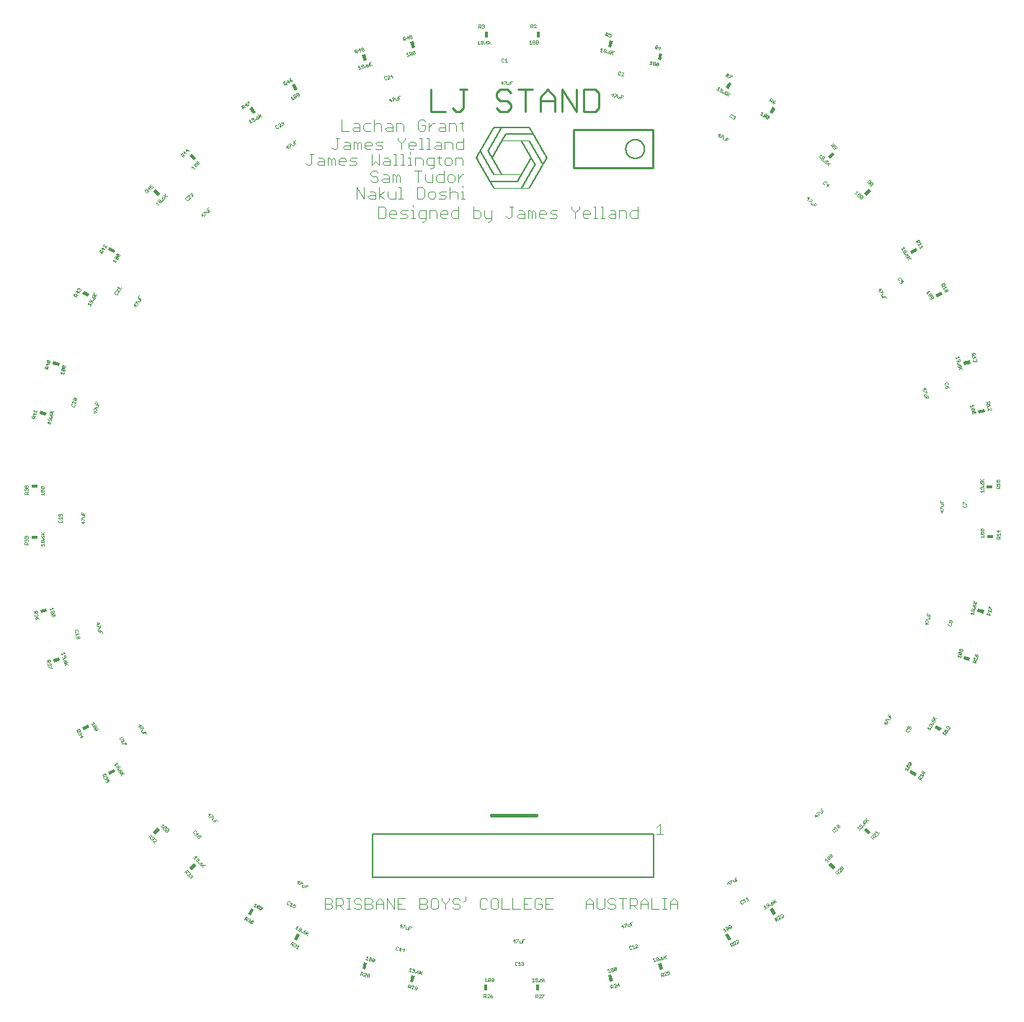
<source format=gto>
G75*
%MOIN*%
%OFA0B0*%
%FSLAX25Y25*%
%IPPOS*%
%LPD*%
%AMOC8*
5,1,8,0,0,1.08239X$1,22.5*
%
%ADD10C,0.00900*%
%ADD11C,0.00400*%
%ADD12R,0.16500X0.00030*%
%ADD13R,0.16560X0.00030*%
%ADD14R,0.16620X0.00030*%
%ADD15R,0.16680X0.00030*%
%ADD16R,0.16740X0.00030*%
%ADD17R,0.16800X0.00030*%
%ADD18R,0.00360X0.00030*%
%ADD19R,0.00390X0.00030*%
%ADD20R,0.00390X0.00030*%
%ADD21R,0.00330X0.00030*%
%ADD22R,0.00420X0.00030*%
%ADD23R,0.00420X0.00030*%
%ADD24R,0.09810X0.00030*%
%ADD25R,0.12870X0.00030*%
%ADD26R,0.12900X0.00030*%
%ADD27R,0.12960X0.00030*%
%ADD28R,0.12990X0.00030*%
%ADD29R,0.13020X0.00030*%
%ADD30R,0.13050X0.00030*%
%ADD31R,0.13080X0.00030*%
%ADD32R,0.13110X0.00030*%
%ADD33R,0.13140X0.00030*%
%ADD34R,0.13200X0.00030*%
%ADD35R,0.12870X0.00030*%
%ADD36R,0.12930X0.00030*%
%ADD37R,0.12990X0.00030*%
%ADD38R,0.13170X0.00030*%
%ADD39R,0.00450X0.00030*%
%ADD40R,0.00480X0.00030*%
%ADD41R,0.00510X0.00030*%
%ADD42R,0.00540X0.00030*%
%ADD43R,0.00570X0.00030*%
%ADD44R,0.00600X0.00030*%
%ADD45R,0.00630X0.00030*%
%ADD46R,0.00690X0.00030*%
%ADD47R,0.00720X0.00030*%
%ADD48R,0.00750X0.00030*%
%ADD49R,0.00570X0.00030*%
%ADD50R,0.00720X0.00030*%
%ADD51R,0.00540X0.00030*%
%ADD52R,0.13170X0.00030*%
%ADD53R,0.13020X0.00030*%
%ADD54C,0.01600*%
%ADD55C,0.00100*%
%ADD56C,0.00500*%
%ADD57C,0.01000*%
%ADD58C,0.00600*%
%ADD59R,0.01500X0.03000*%
%ADD60R,0.03000X0.01500*%
D10*
X0303950Y0507350D02*
X0310689Y0507350D01*
X0314079Y0509035D02*
X0315763Y0507350D01*
X0317448Y0507350D01*
X0319133Y0509035D01*
X0319133Y0517459D01*
X0317448Y0517459D02*
X0320818Y0517459D01*
X0334336Y0515774D02*
X0334336Y0514089D01*
X0336021Y0512404D01*
X0339390Y0512404D01*
X0341075Y0510720D01*
X0341075Y0509035D01*
X0339390Y0507350D01*
X0336021Y0507350D01*
X0334336Y0509035D01*
X0334336Y0515774D02*
X0336021Y0517459D01*
X0339390Y0517459D01*
X0341075Y0515774D01*
X0344465Y0517459D02*
X0351204Y0517459D01*
X0347834Y0517459D02*
X0347834Y0507350D01*
X0354593Y0507350D02*
X0354593Y0514089D01*
X0357963Y0517459D01*
X0361332Y0514089D01*
X0361332Y0507350D01*
X0364722Y0507350D02*
X0364722Y0517459D01*
X0371461Y0507350D01*
X0371461Y0517459D01*
X0374851Y0517459D02*
X0379905Y0517459D01*
X0381590Y0515774D01*
X0381590Y0509035D01*
X0379905Y0507350D01*
X0374851Y0507350D01*
X0374851Y0517459D01*
X0361332Y0512404D02*
X0354593Y0512404D01*
X0303950Y0517459D02*
X0303950Y0507350D01*
D11*
X0300602Y0503504D02*
X0298901Y0503504D01*
X0298050Y0502654D01*
X0298050Y0499251D01*
X0298901Y0498400D01*
X0300602Y0498400D01*
X0301453Y0499251D01*
X0301453Y0500952D01*
X0299752Y0500952D01*
X0301453Y0502654D02*
X0300602Y0503504D01*
X0303115Y0501803D02*
X0303115Y0498400D01*
X0303115Y0500101D02*
X0304816Y0501803D01*
X0305667Y0501803D01*
X0308186Y0501803D02*
X0309887Y0501803D01*
X0310738Y0500952D01*
X0310738Y0498400D01*
X0308186Y0498400D01*
X0307335Y0499251D01*
X0308186Y0500101D01*
X0310738Y0500101D01*
X0312399Y0498400D02*
X0312399Y0501803D01*
X0314951Y0501803D01*
X0315802Y0500952D01*
X0315802Y0498400D01*
X0318314Y0499251D02*
X0319165Y0498400D01*
X0318314Y0499251D02*
X0318314Y0502654D01*
X0317463Y0501803D02*
X0319165Y0501803D01*
X0318999Y0495004D02*
X0318999Y0489900D01*
X0316446Y0489900D01*
X0315596Y0490751D01*
X0315596Y0492452D01*
X0316446Y0493303D01*
X0318999Y0493303D01*
X0313934Y0492452D02*
X0313934Y0489900D01*
X0313934Y0492452D02*
X0313084Y0493303D01*
X0310531Y0493303D01*
X0310531Y0489900D01*
X0308870Y0489900D02*
X0306318Y0489900D01*
X0305467Y0490751D01*
X0306318Y0491601D01*
X0308870Y0491601D01*
X0308870Y0492452D02*
X0308870Y0489900D01*
X0308870Y0492452D02*
X0308019Y0493303D01*
X0306318Y0493303D01*
X0302942Y0495004D02*
X0302942Y0489900D01*
X0303792Y0489900D02*
X0302091Y0489900D01*
X0300416Y0489900D02*
X0298715Y0489900D01*
X0299565Y0489900D02*
X0299565Y0495004D01*
X0298715Y0495004D01*
X0296202Y0493303D02*
X0297053Y0492452D01*
X0297053Y0491601D01*
X0293650Y0491601D01*
X0293650Y0490751D02*
X0293650Y0492452D01*
X0294501Y0493303D01*
X0296202Y0493303D01*
X0296202Y0489900D02*
X0294501Y0489900D01*
X0293650Y0490751D01*
X0294318Y0488455D02*
X0294318Y0487604D01*
X0294318Y0485903D02*
X0294318Y0482500D01*
X0295168Y0482500D02*
X0293467Y0482500D01*
X0291792Y0482500D02*
X0290091Y0482500D01*
X0290942Y0482500D02*
X0290942Y0487604D01*
X0290091Y0487604D01*
X0290287Y0489900D02*
X0290287Y0492452D01*
X0291989Y0494154D01*
X0291989Y0495004D01*
X0290287Y0492452D02*
X0288586Y0494154D01*
X0288586Y0495004D01*
X0287922Y0498400D02*
X0287922Y0501803D01*
X0290474Y0501803D01*
X0291325Y0500952D01*
X0291325Y0498400D01*
X0286260Y0498400D02*
X0286260Y0500952D01*
X0285409Y0501803D01*
X0283708Y0501803D01*
X0283708Y0500101D02*
X0286260Y0500101D01*
X0286260Y0498400D02*
X0283708Y0498400D01*
X0282857Y0499251D01*
X0283708Y0500101D01*
X0281196Y0500952D02*
X0281196Y0498400D01*
X0281196Y0500952D02*
X0280345Y0501803D01*
X0278644Y0501803D01*
X0277793Y0500952D01*
X0276132Y0501803D02*
X0273579Y0501803D01*
X0272729Y0500952D01*
X0272729Y0499251D01*
X0273579Y0498400D01*
X0276132Y0498400D01*
X0277793Y0498400D02*
X0277793Y0503504D01*
X0271067Y0500952D02*
X0271067Y0498400D01*
X0268515Y0498400D01*
X0267664Y0499251D01*
X0268515Y0500101D01*
X0271067Y0500101D01*
X0271067Y0500952D02*
X0270216Y0501803D01*
X0268515Y0501803D01*
X0266003Y0498400D02*
X0262600Y0498400D01*
X0262600Y0503504D01*
X0261603Y0495004D02*
X0259901Y0495004D01*
X0260752Y0495004D02*
X0260752Y0490751D01*
X0259901Y0489900D01*
X0259051Y0489900D01*
X0258200Y0490751D01*
X0258881Y0485903D02*
X0259732Y0485052D01*
X0259732Y0482500D01*
X0258030Y0482500D02*
X0258030Y0485052D01*
X0258881Y0485903D01*
X0258030Y0485052D02*
X0257179Y0485903D01*
X0256329Y0485903D01*
X0256329Y0482500D01*
X0254667Y0482500D02*
X0252115Y0482500D01*
X0251264Y0483351D01*
X0252115Y0484201D01*
X0254667Y0484201D01*
X0254667Y0485052D02*
X0254667Y0482500D01*
X0254667Y0485052D02*
X0253816Y0485903D01*
X0252115Y0485903D01*
X0249603Y0487604D02*
X0247901Y0487604D01*
X0248752Y0487604D02*
X0248752Y0483351D01*
X0247901Y0482500D01*
X0247051Y0482500D01*
X0246200Y0483351D01*
X0261393Y0483351D02*
X0261393Y0485052D01*
X0262244Y0485903D01*
X0263945Y0485903D01*
X0264796Y0485052D01*
X0264796Y0484201D01*
X0261393Y0484201D01*
X0261393Y0483351D02*
X0262244Y0482500D01*
X0263945Y0482500D01*
X0266457Y0482500D02*
X0269009Y0482500D01*
X0269860Y0483351D01*
X0269009Y0484201D01*
X0267308Y0484201D01*
X0266457Y0485052D01*
X0267308Y0485903D01*
X0269860Y0485903D01*
X0270030Y0489900D02*
X0270030Y0492452D01*
X0270881Y0493303D01*
X0271732Y0492452D01*
X0271732Y0489900D01*
X0273393Y0490751D02*
X0273393Y0492452D01*
X0274244Y0493303D01*
X0275945Y0493303D01*
X0276796Y0492452D01*
X0276796Y0491601D01*
X0273393Y0491601D01*
X0273393Y0490751D02*
X0274244Y0489900D01*
X0275945Y0489900D01*
X0276586Y0487604D02*
X0276586Y0482500D01*
X0278287Y0484201D01*
X0279989Y0482500D01*
X0279989Y0487604D01*
X0281009Y0489900D02*
X0281860Y0490751D01*
X0281009Y0491601D01*
X0279308Y0491601D01*
X0278457Y0492452D01*
X0279308Y0493303D01*
X0281860Y0493303D01*
X0281009Y0489900D02*
X0278457Y0489900D01*
X0282501Y0485903D02*
X0284202Y0485903D01*
X0285053Y0485052D01*
X0285053Y0482500D01*
X0282501Y0482500D01*
X0281650Y0483351D01*
X0282501Y0484201D01*
X0285053Y0484201D01*
X0286715Y0482500D02*
X0288416Y0482500D01*
X0287565Y0482500D02*
X0287565Y0487604D01*
X0286715Y0487604D01*
X0293467Y0485903D02*
X0294318Y0485903D01*
X0296843Y0485903D02*
X0299395Y0485903D01*
X0300246Y0485052D01*
X0300246Y0482500D01*
X0301908Y0483351D02*
X0302758Y0482500D01*
X0305310Y0482500D01*
X0305310Y0481649D02*
X0305310Y0485903D01*
X0302758Y0485903D01*
X0301908Y0485052D01*
X0301908Y0483351D01*
X0303609Y0480799D02*
X0304460Y0480799D01*
X0305310Y0481649D01*
X0307823Y0483351D02*
X0307823Y0486754D01*
X0308673Y0485903D02*
X0306972Y0485903D01*
X0307823Y0483351D02*
X0308673Y0482500D01*
X0310348Y0483351D02*
X0311199Y0482500D01*
X0312900Y0482500D01*
X0313751Y0483351D01*
X0313751Y0485052D01*
X0312900Y0485903D01*
X0311199Y0485903D01*
X0310348Y0485052D01*
X0310348Y0483351D01*
X0309889Y0479804D02*
X0309889Y0474700D01*
X0307337Y0474700D01*
X0306486Y0475551D01*
X0306486Y0477252D01*
X0307337Y0478103D01*
X0309889Y0478103D01*
X0311550Y0477252D02*
X0311550Y0475551D01*
X0312401Y0474700D01*
X0314102Y0474700D01*
X0314953Y0475551D01*
X0314953Y0477252D01*
X0314102Y0478103D01*
X0312401Y0478103D01*
X0311550Y0477252D01*
X0316615Y0476401D02*
X0318316Y0478103D01*
X0319167Y0478103D01*
X0316615Y0478103D02*
X0316615Y0474700D01*
X0318762Y0472955D02*
X0318762Y0472104D01*
X0318762Y0470403D02*
X0318762Y0467000D01*
X0317911Y0467000D02*
X0319613Y0467000D01*
X0316250Y0467000D02*
X0316250Y0469552D01*
X0315399Y0470403D01*
X0313697Y0470403D01*
X0312847Y0469552D01*
X0311185Y0470403D02*
X0308633Y0470403D01*
X0307782Y0469552D01*
X0308633Y0468701D01*
X0310335Y0468701D01*
X0311185Y0467851D01*
X0310335Y0467000D01*
X0307782Y0467000D01*
X0306121Y0467851D02*
X0306121Y0469552D01*
X0305270Y0470403D01*
X0303569Y0470403D01*
X0302718Y0469552D01*
X0302718Y0467851D01*
X0303569Y0467000D01*
X0305270Y0467000D01*
X0306121Y0467851D01*
X0301057Y0467851D02*
X0301057Y0471254D01*
X0300206Y0472104D01*
X0297654Y0472104D01*
X0297654Y0467000D01*
X0300206Y0467000D01*
X0301057Y0467851D01*
X0301672Y0461503D02*
X0299120Y0461503D01*
X0298269Y0460652D01*
X0298269Y0458951D01*
X0299120Y0458100D01*
X0301672Y0458100D01*
X0301672Y0457249D02*
X0301672Y0461503D01*
X0303334Y0461503D02*
X0305886Y0461503D01*
X0306736Y0460652D01*
X0306736Y0458100D01*
X0308398Y0458951D02*
X0308398Y0460652D01*
X0309249Y0461503D01*
X0310950Y0461503D01*
X0311801Y0460652D01*
X0311801Y0459801D01*
X0308398Y0459801D01*
X0308398Y0458951D02*
X0309249Y0458100D01*
X0310950Y0458100D01*
X0313462Y0458951D02*
X0313462Y0460652D01*
X0314313Y0461503D01*
X0316865Y0461503D01*
X0316865Y0463204D02*
X0316865Y0458100D01*
X0314313Y0458100D01*
X0313462Y0458951D01*
X0323591Y0458100D02*
X0323591Y0463204D01*
X0323591Y0461503D02*
X0326143Y0461503D01*
X0326994Y0460652D01*
X0326994Y0458951D01*
X0326143Y0458100D01*
X0323591Y0458100D01*
X0328655Y0458951D02*
X0328655Y0461503D01*
X0328655Y0458951D02*
X0329506Y0458100D01*
X0332058Y0458100D01*
X0332058Y0457249D02*
X0331207Y0456399D01*
X0330357Y0456399D01*
X0332058Y0457249D02*
X0332058Y0461503D01*
X0338784Y0458951D02*
X0339634Y0458100D01*
X0340485Y0458100D01*
X0341336Y0458951D01*
X0341336Y0463204D01*
X0340485Y0463204D02*
X0342187Y0463204D01*
X0344699Y0461503D02*
X0346400Y0461503D01*
X0347251Y0460652D01*
X0347251Y0458100D01*
X0344699Y0458100D01*
X0343848Y0458951D01*
X0344699Y0459801D01*
X0347251Y0459801D01*
X0348912Y0458100D02*
X0348912Y0461503D01*
X0349763Y0461503D01*
X0350614Y0460652D01*
X0351465Y0461503D01*
X0352315Y0460652D01*
X0352315Y0458100D01*
X0350614Y0458100D02*
X0350614Y0460652D01*
X0353977Y0460652D02*
X0353977Y0458951D01*
X0354827Y0458100D01*
X0356529Y0458100D01*
X0357380Y0459801D02*
X0353977Y0459801D01*
X0353977Y0460652D02*
X0354827Y0461503D01*
X0356529Y0461503D01*
X0357380Y0460652D01*
X0357380Y0459801D01*
X0359041Y0460652D02*
X0359892Y0461503D01*
X0362444Y0461503D01*
X0361593Y0459801D02*
X0359892Y0459801D01*
X0359041Y0460652D01*
X0359041Y0458100D02*
X0361593Y0458100D01*
X0362444Y0458951D01*
X0361593Y0459801D01*
X0369170Y0462354D02*
X0370871Y0460652D01*
X0370871Y0458100D01*
X0370871Y0460652D02*
X0372573Y0462354D01*
X0372573Y0463204D01*
X0375085Y0461503D02*
X0376786Y0461503D01*
X0377637Y0460652D01*
X0377637Y0459801D01*
X0374234Y0459801D01*
X0374234Y0458951D02*
X0374234Y0460652D01*
X0375085Y0461503D01*
X0374234Y0458951D02*
X0375085Y0458100D01*
X0376786Y0458100D01*
X0379298Y0458100D02*
X0381000Y0458100D01*
X0380149Y0458100D02*
X0380149Y0463204D01*
X0379298Y0463204D01*
X0382675Y0463204D02*
X0383525Y0463204D01*
X0383525Y0458100D01*
X0382675Y0458100D02*
X0384376Y0458100D01*
X0386051Y0458951D02*
X0386901Y0459801D01*
X0389454Y0459801D01*
X0389454Y0460652D02*
X0389454Y0458100D01*
X0386901Y0458100D01*
X0386051Y0458951D01*
X0386901Y0461503D02*
X0388603Y0461503D01*
X0389454Y0460652D01*
X0391115Y0461503D02*
X0391115Y0458100D01*
X0391115Y0461503D02*
X0393667Y0461503D01*
X0394518Y0460652D01*
X0394518Y0458100D01*
X0396179Y0458951D02*
X0396179Y0460652D01*
X0397030Y0461503D01*
X0399582Y0461503D01*
X0399582Y0463204D02*
X0399582Y0458100D01*
X0397030Y0458100D01*
X0396179Y0458951D01*
X0369170Y0462354D02*
X0369170Y0463204D01*
X0318762Y0470403D02*
X0317911Y0470403D01*
X0312847Y0472104D02*
X0312847Y0467000D01*
X0303334Y0461503D02*
X0303334Y0458100D01*
X0301672Y0457249D02*
X0300821Y0456399D01*
X0299971Y0456399D01*
X0296594Y0458100D02*
X0294893Y0458100D01*
X0295744Y0458100D02*
X0295744Y0461503D01*
X0294893Y0461503D01*
X0293232Y0461503D02*
X0290679Y0461503D01*
X0289829Y0460652D01*
X0290679Y0459801D01*
X0292381Y0459801D01*
X0293232Y0458951D01*
X0292381Y0458100D01*
X0289829Y0458100D01*
X0288167Y0459801D02*
X0284764Y0459801D01*
X0284764Y0458951D02*
X0284764Y0460652D01*
X0285615Y0461503D01*
X0287316Y0461503D01*
X0288167Y0460652D01*
X0288167Y0459801D01*
X0287316Y0458100D02*
X0285615Y0458100D01*
X0284764Y0458951D01*
X0283103Y0458951D02*
X0283103Y0462354D01*
X0282252Y0463204D01*
X0279700Y0463204D01*
X0279700Y0458100D01*
X0282252Y0458100D01*
X0283103Y0458951D01*
X0282481Y0467000D02*
X0279929Y0468701D01*
X0282481Y0470403D01*
X0284149Y0470403D02*
X0284149Y0467851D01*
X0285000Y0467000D01*
X0287552Y0467000D01*
X0287552Y0470403D01*
X0289213Y0472104D02*
X0290064Y0472104D01*
X0290064Y0467000D01*
X0289213Y0467000D02*
X0290915Y0467000D01*
X0295744Y0464055D02*
X0295744Y0463204D01*
X0298059Y0474700D02*
X0298059Y0479804D01*
X0299760Y0479804D02*
X0296357Y0479804D01*
X0296843Y0482500D02*
X0296843Y0485903D01*
X0301422Y0478103D02*
X0301422Y0475551D01*
X0302272Y0474700D01*
X0304825Y0474700D01*
X0304825Y0478103D01*
X0315412Y0482500D02*
X0315412Y0485903D01*
X0317965Y0485903D01*
X0318815Y0485052D01*
X0318815Y0482500D01*
X0302942Y0495004D02*
X0302091Y0495004D01*
X0288781Y0478103D02*
X0289632Y0477252D01*
X0289632Y0474700D01*
X0287930Y0474700D02*
X0287930Y0477252D01*
X0288781Y0478103D01*
X0287930Y0477252D02*
X0287079Y0478103D01*
X0286229Y0478103D01*
X0286229Y0474700D01*
X0284567Y0474700D02*
X0282015Y0474700D01*
X0281164Y0475551D01*
X0282015Y0476401D01*
X0284567Y0476401D01*
X0284567Y0477252D02*
X0284567Y0474700D01*
X0284567Y0477252D02*
X0283716Y0478103D01*
X0282015Y0478103D01*
X0279503Y0478954D02*
X0278652Y0479804D01*
X0276951Y0479804D01*
X0276100Y0478954D01*
X0276100Y0478103D01*
X0276951Y0477252D01*
X0278652Y0477252D01*
X0279503Y0476401D01*
X0279503Y0475551D01*
X0278652Y0474700D01*
X0276951Y0474700D01*
X0276100Y0475551D01*
X0273203Y0472104D02*
X0273203Y0467000D01*
X0269800Y0472104D01*
X0269800Y0467000D01*
X0274864Y0467851D02*
X0275715Y0468701D01*
X0278267Y0468701D01*
X0278267Y0469552D02*
X0278267Y0467000D01*
X0275715Y0467000D01*
X0274864Y0467851D01*
X0275715Y0470403D02*
X0277416Y0470403D01*
X0278267Y0469552D01*
X0279929Y0467000D02*
X0279929Y0472104D01*
X0268329Y0489900D02*
X0268329Y0493303D01*
X0269179Y0493303D01*
X0270030Y0492452D01*
X0266667Y0492452D02*
X0265816Y0493303D01*
X0264115Y0493303D01*
X0264115Y0491601D02*
X0266667Y0491601D01*
X0266667Y0492452D02*
X0266667Y0489900D01*
X0264115Y0489900D01*
X0263264Y0490751D01*
X0264115Y0491601D01*
X0409991Y0177516D02*
X0409991Y0172912D01*
X0408457Y0172912D02*
X0411526Y0172912D01*
X0408457Y0175981D02*
X0409991Y0177516D01*
X0411200Y0143284D02*
X0412902Y0143284D01*
X0412051Y0143284D02*
X0412051Y0138180D01*
X0411200Y0138180D02*
X0412902Y0138180D01*
X0414576Y0138180D02*
X0414576Y0141583D01*
X0416278Y0143284D01*
X0417979Y0141583D01*
X0417979Y0138180D01*
X0417979Y0140732D02*
X0414576Y0140732D01*
X0409539Y0138180D02*
X0406136Y0138180D01*
X0406136Y0143284D01*
X0404475Y0141583D02*
X0404475Y0138180D01*
X0404475Y0140732D02*
X0401072Y0140732D01*
X0401072Y0141583D02*
X0402773Y0143284D01*
X0404475Y0141583D01*
X0401072Y0141583D02*
X0401072Y0138180D01*
X0399410Y0138180D02*
X0397709Y0139881D01*
X0398559Y0139881D02*
X0396007Y0139881D01*
X0396007Y0138180D02*
X0396007Y0143284D01*
X0398559Y0143284D01*
X0399410Y0142434D01*
X0399410Y0140732D01*
X0398559Y0139881D01*
X0394346Y0143284D02*
X0390943Y0143284D01*
X0392644Y0143284D02*
X0392644Y0138180D01*
X0389282Y0139031D02*
X0388431Y0138180D01*
X0386729Y0138180D01*
X0385879Y0139031D01*
X0384217Y0139031D02*
X0384217Y0143284D01*
X0385879Y0142434D02*
X0385879Y0141583D01*
X0386729Y0140732D01*
X0388431Y0140732D01*
X0389282Y0139881D01*
X0389282Y0139031D01*
X0389282Y0142434D02*
X0388431Y0143284D01*
X0386729Y0143284D01*
X0385879Y0142434D01*
X0384217Y0139031D02*
X0383366Y0138180D01*
X0381665Y0138180D01*
X0380814Y0139031D01*
X0380814Y0143284D01*
X0379153Y0141583D02*
X0379153Y0138180D01*
X0379153Y0140732D02*
X0375750Y0140732D01*
X0375750Y0141583D02*
X0377451Y0143284D01*
X0379153Y0141583D01*
X0375750Y0141583D02*
X0375750Y0138180D01*
X0360473Y0138110D02*
X0357070Y0138110D01*
X0357070Y0143214D01*
X0360473Y0143214D01*
X0358772Y0140662D02*
X0357070Y0140662D01*
X0355409Y0140662D02*
X0353708Y0140662D01*
X0355409Y0140662D02*
X0355409Y0138961D01*
X0354558Y0138110D01*
X0352857Y0138110D01*
X0352006Y0138961D01*
X0352006Y0142364D01*
X0352857Y0143214D01*
X0354558Y0143214D01*
X0355409Y0142364D01*
X0350345Y0143214D02*
X0346942Y0143214D01*
X0346942Y0138110D01*
X0350345Y0138110D01*
X0348643Y0140662D02*
X0346942Y0140662D01*
X0345280Y0138110D02*
X0341877Y0138110D01*
X0341877Y0143214D01*
X0336813Y0143214D02*
X0336813Y0138110D01*
X0340216Y0138110D01*
X0335152Y0138961D02*
X0335152Y0142364D01*
X0334301Y0143214D01*
X0332600Y0143214D01*
X0331749Y0142364D01*
X0331749Y0138961D01*
X0332600Y0138110D01*
X0334301Y0138110D01*
X0335152Y0138961D01*
X0330087Y0138961D02*
X0329237Y0138110D01*
X0327535Y0138110D01*
X0326685Y0138961D01*
X0326685Y0142364D01*
X0327535Y0143214D01*
X0329237Y0143214D01*
X0330087Y0142364D01*
X0319939Y0142364D02*
X0319088Y0141513D01*
X0319939Y0142364D02*
X0319939Y0144065D01*
X0317427Y0142364D02*
X0316576Y0143214D01*
X0314874Y0143214D01*
X0314024Y0142364D01*
X0314024Y0141513D01*
X0314874Y0140662D01*
X0316576Y0140662D01*
X0317427Y0139811D01*
X0317427Y0138961D01*
X0316576Y0138110D01*
X0314874Y0138110D01*
X0314024Y0138961D01*
X0310661Y0138110D02*
X0310661Y0140662D01*
X0312362Y0142364D01*
X0312362Y0143214D01*
X0310661Y0140662D02*
X0308959Y0142364D01*
X0308959Y0143214D01*
X0307298Y0142364D02*
X0306447Y0143214D01*
X0304746Y0143214D01*
X0303895Y0142364D01*
X0303895Y0138961D01*
X0304746Y0138110D01*
X0306447Y0138110D01*
X0307298Y0138961D01*
X0307298Y0142364D01*
X0302234Y0142364D02*
X0302234Y0141513D01*
X0301383Y0140662D01*
X0298831Y0140662D01*
X0301383Y0140662D02*
X0302234Y0139811D01*
X0302234Y0138961D01*
X0301383Y0138110D01*
X0298831Y0138110D01*
X0298831Y0143214D01*
X0301383Y0143214D01*
X0302234Y0142364D01*
X0292105Y0143214D02*
X0288702Y0143214D01*
X0288702Y0138110D01*
X0292105Y0138110D01*
X0290404Y0140662D02*
X0288702Y0140662D01*
X0287041Y0138110D02*
X0287041Y0143214D01*
X0283638Y0143214D02*
X0287041Y0138110D01*
X0283638Y0138110D02*
X0283638Y0143214D01*
X0281976Y0141513D02*
X0281976Y0138110D01*
X0281976Y0140662D02*
X0278573Y0140662D01*
X0278573Y0141513D02*
X0280275Y0143214D01*
X0281976Y0141513D01*
X0278573Y0141513D02*
X0278573Y0138110D01*
X0276912Y0138961D02*
X0276061Y0138110D01*
X0273509Y0138110D01*
X0273509Y0143214D01*
X0276061Y0143214D01*
X0276912Y0142364D01*
X0276912Y0141513D01*
X0276061Y0140662D01*
X0273509Y0140662D01*
X0271848Y0139811D02*
X0271848Y0138961D01*
X0270997Y0138110D01*
X0269296Y0138110D01*
X0268445Y0138961D01*
X0266770Y0138110D02*
X0265069Y0138110D01*
X0265919Y0138110D02*
X0265919Y0143214D01*
X0265069Y0143214D02*
X0266770Y0143214D01*
X0268445Y0142364D02*
X0268445Y0141513D01*
X0269296Y0140662D01*
X0270997Y0140662D01*
X0271848Y0139811D01*
X0271848Y0142364D02*
X0270997Y0143214D01*
X0269296Y0143214D01*
X0268445Y0142364D01*
X0263407Y0142364D02*
X0263407Y0140662D01*
X0262556Y0139811D01*
X0260004Y0139811D01*
X0258343Y0139811D02*
X0258343Y0138961D01*
X0257492Y0138110D01*
X0254940Y0138110D01*
X0254940Y0143214D01*
X0257492Y0143214D01*
X0258343Y0142364D01*
X0258343Y0141513D01*
X0257492Y0140662D01*
X0254940Y0140662D01*
X0257492Y0140662D02*
X0258343Y0139811D01*
X0260004Y0138110D02*
X0260004Y0143214D01*
X0262556Y0143214D01*
X0263407Y0142364D01*
X0261706Y0139811D02*
X0263407Y0138110D01*
X0276061Y0140662D02*
X0276912Y0139811D01*
X0276912Y0138961D01*
D12*
X0341355Y0471490D03*
X0341355Y0500020D03*
D13*
X0341355Y0499990D03*
X0341355Y0499960D03*
X0341355Y0471550D03*
X0341355Y0471520D03*
D14*
X0341355Y0471580D03*
X0341355Y0499930D03*
D15*
X0341355Y0499900D03*
X0341355Y0499870D03*
X0341355Y0471640D03*
X0341355Y0471610D03*
D16*
X0341355Y0471670D03*
X0341355Y0471700D03*
X0341355Y0499810D03*
X0341355Y0499840D03*
D17*
X0341355Y0499780D03*
X0341355Y0499750D03*
X0341355Y0471760D03*
X0341355Y0471730D03*
D18*
X0344175Y0474970D03*
X0344205Y0475030D03*
X0344235Y0475090D03*
X0344265Y0475120D03*
X0344295Y0475180D03*
X0344325Y0475240D03*
X0344355Y0475300D03*
X0344385Y0475330D03*
X0344415Y0475390D03*
X0344445Y0475450D03*
X0344475Y0475480D03*
X0344475Y0475510D03*
X0344505Y0475540D03*
X0344535Y0475600D03*
X0344565Y0475660D03*
X0344595Y0475690D03*
X0344625Y0475750D03*
X0344655Y0475810D03*
X0344685Y0475870D03*
X0344715Y0475900D03*
X0344745Y0475960D03*
X0344775Y0476020D03*
X0344805Y0476050D03*
X0344805Y0476080D03*
X0344835Y0476110D03*
X0344865Y0476170D03*
X0344895Y0476230D03*
X0344925Y0476260D03*
X0344955Y0476320D03*
X0344985Y0476380D03*
X0345015Y0476440D03*
X0345045Y0476470D03*
X0345075Y0476530D03*
X0345105Y0476590D03*
X0345135Y0476650D03*
X0345165Y0476680D03*
X0345195Y0476740D03*
X0345225Y0476800D03*
X0345255Y0476830D03*
X0345255Y0476860D03*
X0345285Y0476890D03*
X0345315Y0476950D03*
X0345345Y0477010D03*
X0345375Y0477040D03*
X0345405Y0477100D03*
X0345435Y0477160D03*
X0345465Y0477220D03*
X0345495Y0477250D03*
X0345525Y0477310D03*
X0345555Y0477370D03*
X0345585Y0477430D03*
X0345615Y0477460D03*
X0345645Y0477520D03*
X0345675Y0477580D03*
X0345705Y0477610D03*
X0345705Y0477640D03*
X0345735Y0477670D03*
X0345765Y0477730D03*
X0345975Y0478090D03*
X0346005Y0478150D03*
X0346035Y0478210D03*
X0346065Y0478240D03*
X0346095Y0478300D03*
X0346125Y0478360D03*
X0346155Y0478390D03*
X0346155Y0478420D03*
X0346185Y0478450D03*
X0346215Y0478510D03*
X0346245Y0478570D03*
X0346275Y0478600D03*
X0346305Y0478660D03*
X0346335Y0478720D03*
X0346365Y0478780D03*
X0346395Y0478810D03*
X0346425Y0478870D03*
X0346455Y0478930D03*
X0346485Y0478960D03*
X0346485Y0478990D03*
X0346515Y0479020D03*
X0346545Y0479080D03*
X0346575Y0479140D03*
X0346605Y0479170D03*
X0346635Y0479230D03*
X0346665Y0479290D03*
X0346695Y0479350D03*
X0346725Y0479380D03*
X0346755Y0479440D03*
X0346785Y0479500D03*
X0346815Y0479560D03*
X0346845Y0479590D03*
X0346875Y0479650D03*
X0346905Y0479710D03*
X0346935Y0479740D03*
X0346935Y0479770D03*
X0346965Y0479800D03*
X0346995Y0479860D03*
X0347025Y0479920D03*
X0347055Y0479950D03*
X0347085Y0480010D03*
X0347115Y0480070D03*
X0347145Y0480130D03*
X0347175Y0480160D03*
X0347205Y0480220D03*
X0347235Y0480280D03*
X0347265Y0480340D03*
X0347295Y0480370D03*
X0347325Y0480430D03*
X0347355Y0480490D03*
X0347385Y0480520D03*
X0347385Y0480550D03*
X0347415Y0480580D03*
X0347445Y0480640D03*
X0347475Y0480700D03*
X0347505Y0480730D03*
X0347535Y0480790D03*
X0347565Y0480850D03*
X0347595Y0480910D03*
X0347625Y0480940D03*
X0347655Y0481000D03*
X0347685Y0481060D03*
X0347715Y0481090D03*
X0347715Y0481120D03*
X0347745Y0481150D03*
X0347775Y0481210D03*
X0347805Y0481270D03*
X0347835Y0481300D03*
X0347835Y0481330D03*
X0347865Y0481360D03*
X0347895Y0481420D03*
X0347925Y0481480D03*
X0347955Y0481510D03*
X0347985Y0481570D03*
X0348015Y0481630D03*
X0348045Y0481690D03*
X0348075Y0481720D03*
X0348105Y0481780D03*
X0348135Y0481840D03*
X0348165Y0481870D03*
X0348165Y0481900D03*
X0348195Y0481930D03*
X0348225Y0481990D03*
X0348255Y0482050D03*
X0348285Y0482080D03*
X0348315Y0482140D03*
X0348345Y0482200D03*
X0348375Y0482260D03*
X0348405Y0482290D03*
X0348435Y0482350D03*
X0348465Y0482410D03*
X0348495Y0482470D03*
X0348525Y0482500D03*
X0348555Y0482560D03*
X0348585Y0482620D03*
X0348615Y0482650D03*
X0348615Y0482680D03*
X0348645Y0482710D03*
X0348675Y0482770D03*
X0348705Y0482830D03*
X0348735Y0482860D03*
X0348765Y0482920D03*
X0348795Y0482980D03*
X0348825Y0483040D03*
X0348855Y0483070D03*
X0348885Y0483130D03*
X0348915Y0483190D03*
X0348945Y0483250D03*
X0348975Y0483280D03*
X0349005Y0483340D03*
X0349035Y0483400D03*
X0349065Y0483430D03*
X0349065Y0483460D03*
X0349095Y0483490D03*
X0349125Y0483550D03*
X0349155Y0483610D03*
X0349185Y0483640D03*
X0349215Y0483700D03*
X0349245Y0483760D03*
X0349275Y0483820D03*
X0349305Y0483850D03*
X0349335Y0483910D03*
X0349365Y0483970D03*
X0349395Y0484000D03*
X0349395Y0484030D03*
X0349425Y0484060D03*
X0349455Y0484120D03*
X0349485Y0484180D03*
X0349515Y0484210D03*
X0349515Y0484240D03*
X0349545Y0484270D03*
X0349575Y0484330D03*
X0349605Y0484390D03*
X0349635Y0484420D03*
X0349665Y0484480D03*
X0349695Y0484540D03*
X0349725Y0484600D03*
X0349755Y0484630D03*
X0349785Y0484690D03*
X0349815Y0484750D03*
X0349845Y0484780D03*
X0349845Y0484810D03*
X0349875Y0484840D03*
X0349905Y0484900D03*
X0349935Y0484960D03*
X0349965Y0484990D03*
X0349995Y0485050D03*
X0350025Y0485110D03*
X0350055Y0485170D03*
X0350085Y0485200D03*
X0350115Y0485260D03*
X0350145Y0485320D03*
X0350175Y0485380D03*
X0350205Y0485410D03*
X0350595Y0485410D03*
X0350625Y0485350D03*
X0350655Y0485320D03*
X0350685Y0485260D03*
X0350715Y0485200D03*
X0350745Y0485170D03*
X0350745Y0485140D03*
X0350775Y0485110D03*
X0350805Y0485050D03*
X0350835Y0484990D03*
X0350865Y0484960D03*
X0350895Y0484900D03*
X0350925Y0484840D03*
X0350955Y0484780D03*
X0350985Y0484750D03*
X0351015Y0484690D03*
X0351045Y0484630D03*
X0351075Y0484600D03*
X0351075Y0484570D03*
X0351105Y0484540D03*
X0351135Y0484480D03*
X0351165Y0484420D03*
X0351195Y0484390D03*
X0351195Y0484360D03*
X0351225Y0484330D03*
X0351255Y0484270D03*
X0351285Y0484210D03*
X0351315Y0484180D03*
X0351345Y0484120D03*
X0351375Y0484060D03*
X0351405Y0484000D03*
X0351435Y0483970D03*
X0351465Y0483910D03*
X0351495Y0483850D03*
X0351525Y0483820D03*
X0351525Y0483790D03*
X0351555Y0483760D03*
X0351585Y0483700D03*
X0351615Y0483640D03*
X0351645Y0483610D03*
X0351675Y0483550D03*
X0351705Y0483490D03*
X0351735Y0483430D03*
X0351765Y0483400D03*
X0351795Y0483340D03*
X0351825Y0483280D03*
X0351855Y0483220D03*
X0351885Y0483190D03*
X0351915Y0483130D03*
X0351945Y0483070D03*
X0351975Y0483040D03*
X0351975Y0483010D03*
X0352005Y0482980D03*
X0352035Y0482920D03*
X0352065Y0482860D03*
X0352095Y0482830D03*
X0352125Y0482770D03*
X0352155Y0482710D03*
X0352185Y0482650D03*
X0352215Y0482620D03*
X0352215Y0482590D03*
X0352185Y0482560D03*
X0352155Y0482500D03*
X0352125Y0482440D03*
X0352095Y0482380D03*
X0352065Y0482350D03*
X0352035Y0482290D03*
X0352005Y0482230D03*
X0351975Y0482200D03*
X0351975Y0482170D03*
X0351945Y0482140D03*
X0351915Y0482080D03*
X0351885Y0482020D03*
X0351855Y0481990D03*
X0351855Y0481960D03*
X0351825Y0481930D03*
X0351795Y0481870D03*
X0351765Y0481810D03*
X0351735Y0481780D03*
X0351735Y0481750D03*
X0351705Y0481720D03*
X0351675Y0481660D03*
X0351645Y0481600D03*
X0351615Y0481570D03*
X0351615Y0481540D03*
X0351585Y0481510D03*
X0351555Y0481450D03*
X0351525Y0481420D03*
X0351525Y0481390D03*
X0351495Y0481360D03*
X0351495Y0481330D03*
X0351465Y0481300D03*
X0351435Y0481240D03*
X0351405Y0481210D03*
X0351405Y0481180D03*
X0351375Y0481150D03*
X0351375Y0481120D03*
X0351345Y0481090D03*
X0351315Y0481030D03*
X0351285Y0481000D03*
X0351285Y0480970D03*
X0351255Y0480940D03*
X0351225Y0480880D03*
X0351195Y0480850D03*
X0351195Y0480820D03*
X0351165Y0480790D03*
X0351165Y0480760D03*
X0351135Y0480730D03*
X0351105Y0480670D03*
X0351075Y0480640D03*
X0351075Y0480610D03*
X0351045Y0480580D03*
X0351045Y0480550D03*
X0351015Y0480520D03*
X0350985Y0480460D03*
X0350955Y0480430D03*
X0350955Y0480400D03*
X0350925Y0480370D03*
X0350925Y0480340D03*
X0350895Y0480310D03*
X0350865Y0480250D03*
X0350835Y0480220D03*
X0350835Y0480190D03*
X0350805Y0480160D03*
X0350805Y0480130D03*
X0350775Y0480100D03*
X0350745Y0480070D03*
X0350745Y0480040D03*
X0350715Y0480010D03*
X0350715Y0479980D03*
X0350685Y0479950D03*
X0350685Y0479920D03*
X0350655Y0479890D03*
X0350625Y0479860D03*
X0350625Y0479830D03*
X0350595Y0479800D03*
X0350595Y0479770D03*
X0350565Y0479740D03*
X0350565Y0479710D03*
X0350535Y0479680D03*
X0350505Y0479650D03*
X0350505Y0479620D03*
X0350475Y0479590D03*
X0350475Y0479560D03*
X0350445Y0479530D03*
X0350445Y0479500D03*
X0350415Y0479470D03*
X0350385Y0479440D03*
X0350385Y0479410D03*
X0350355Y0479380D03*
X0350355Y0479350D03*
X0350325Y0479320D03*
X0350295Y0479260D03*
X0350265Y0479230D03*
X0350265Y0479200D03*
X0350235Y0479170D03*
X0350235Y0479140D03*
X0350205Y0479110D03*
X0350175Y0479050D03*
X0350145Y0479020D03*
X0350145Y0478990D03*
X0350115Y0478960D03*
X0350115Y0478930D03*
X0350085Y0478900D03*
X0350055Y0478840D03*
X0350025Y0478810D03*
X0350025Y0478780D03*
X0349995Y0478750D03*
X0349995Y0478720D03*
X0349965Y0478690D03*
X0349935Y0478630D03*
X0349905Y0478600D03*
X0349905Y0478570D03*
X0349875Y0478540D03*
X0349845Y0478480D03*
X0349815Y0478450D03*
X0349815Y0478420D03*
X0349785Y0478390D03*
X0349785Y0478360D03*
X0349755Y0478330D03*
X0349725Y0478270D03*
X0349695Y0478240D03*
X0349695Y0478210D03*
X0349665Y0478180D03*
X0349665Y0478150D03*
X0349635Y0478120D03*
X0349605Y0478060D03*
X0349575Y0478030D03*
X0349575Y0478000D03*
X0349545Y0477970D03*
X0349515Y0477910D03*
X0349485Y0477850D03*
X0349455Y0477820D03*
X0349455Y0477790D03*
X0349425Y0477760D03*
X0349395Y0477700D03*
X0349365Y0477640D03*
X0349335Y0477610D03*
X0349335Y0477580D03*
X0349305Y0477550D03*
X0349275Y0477490D03*
X0349245Y0477430D03*
X0349215Y0477400D03*
X0349215Y0477370D03*
X0349185Y0477340D03*
X0349155Y0477280D03*
X0349125Y0477220D03*
X0349095Y0477190D03*
X0349065Y0477130D03*
X0349035Y0477070D03*
X0349005Y0477010D03*
X0348975Y0476980D03*
X0348945Y0476920D03*
X0348915Y0476860D03*
X0348885Y0476800D03*
X0348855Y0476770D03*
X0348825Y0476710D03*
X0348795Y0476650D03*
X0348765Y0476590D03*
X0348735Y0476560D03*
X0348705Y0476500D03*
X0348675Y0476440D03*
X0348615Y0476350D03*
X0348585Y0476290D03*
X0348555Y0476230D03*
X0348495Y0476140D03*
X0348465Y0476080D03*
X0348435Y0476020D03*
X0348405Y0475990D03*
X0348375Y0475930D03*
X0348345Y0475870D03*
X0348315Y0475810D03*
X0348285Y0475780D03*
X0348255Y0475720D03*
X0348225Y0475660D03*
X0348165Y0475570D03*
X0348135Y0475510D03*
X0348105Y0475450D03*
X0348045Y0475360D03*
X0348015Y0475300D03*
X0347985Y0475240D03*
X0347925Y0475150D03*
X0347895Y0475090D03*
X0347805Y0474940D03*
X0347775Y0474880D03*
X0347685Y0474730D03*
X0347655Y0474670D03*
X0347565Y0474520D03*
X0347535Y0474460D03*
X0347445Y0474310D03*
X0347325Y0474100D03*
X0347205Y0473890D03*
X0347115Y0473740D03*
X0347085Y0473680D03*
X0346995Y0473530D03*
X0346875Y0473320D03*
X0346755Y0473110D03*
X0349605Y0471790D03*
X0349635Y0471820D03*
X0349665Y0471880D03*
X0349695Y0471940D03*
X0349725Y0472000D03*
X0349755Y0472030D03*
X0349785Y0472090D03*
X0349815Y0472150D03*
X0349845Y0472180D03*
X0349845Y0472210D03*
X0349875Y0472240D03*
X0349905Y0472300D03*
X0349935Y0472360D03*
X0349965Y0472390D03*
X0349965Y0472420D03*
X0349995Y0472450D03*
X0350025Y0472510D03*
X0350055Y0472570D03*
X0350085Y0472600D03*
X0350115Y0472660D03*
X0350145Y0472720D03*
X0350175Y0472780D03*
X0350205Y0472810D03*
X0350235Y0472870D03*
X0350265Y0472930D03*
X0350295Y0472960D03*
X0350295Y0472990D03*
X0350325Y0473020D03*
X0350355Y0473080D03*
X0350385Y0473140D03*
X0350415Y0473170D03*
X0350445Y0473230D03*
X0350475Y0473290D03*
X0350505Y0473350D03*
X0350535Y0473380D03*
X0350565Y0473440D03*
X0350595Y0473500D03*
X0350625Y0473560D03*
X0350655Y0473590D03*
X0350685Y0473650D03*
X0350715Y0473710D03*
X0350745Y0473740D03*
X0350745Y0473770D03*
X0350775Y0473800D03*
X0350805Y0473860D03*
X0350835Y0473920D03*
X0350865Y0473950D03*
X0350895Y0474010D03*
X0350925Y0474070D03*
X0350955Y0474130D03*
X0350985Y0474160D03*
X0351015Y0474220D03*
X0351045Y0474280D03*
X0351075Y0474340D03*
X0351105Y0474370D03*
X0351135Y0474430D03*
X0351165Y0474490D03*
X0351195Y0474520D03*
X0351195Y0474550D03*
X0351225Y0474580D03*
X0351255Y0474640D03*
X0351285Y0474700D03*
X0351315Y0474730D03*
X0351345Y0474790D03*
X0351375Y0474850D03*
X0351405Y0474910D03*
X0351435Y0474940D03*
X0351465Y0475000D03*
X0351495Y0475060D03*
X0351525Y0475090D03*
X0351525Y0475120D03*
X0351555Y0475150D03*
X0351585Y0475210D03*
X0351615Y0475270D03*
X0351645Y0475300D03*
X0351675Y0475360D03*
X0351705Y0475420D03*
X0351735Y0475480D03*
X0351765Y0475510D03*
X0351795Y0475570D03*
X0351825Y0475630D03*
X0351855Y0475690D03*
X0351885Y0475720D03*
X0351915Y0475780D03*
X0351945Y0475840D03*
X0351975Y0475870D03*
X0351975Y0475900D03*
X0352005Y0475930D03*
X0352035Y0475990D03*
X0352065Y0476050D03*
X0352095Y0476080D03*
X0352125Y0476140D03*
X0352155Y0476200D03*
X0352185Y0476260D03*
X0352215Y0476290D03*
X0352245Y0476350D03*
X0352275Y0476410D03*
X0352305Y0476470D03*
X0352335Y0476500D03*
X0352365Y0476560D03*
X0352395Y0476620D03*
X0352425Y0476650D03*
X0352425Y0476680D03*
X0352455Y0476710D03*
X0352485Y0476770D03*
X0352515Y0476830D03*
X0352545Y0476860D03*
X0352575Y0476920D03*
X0352605Y0476980D03*
X0352635Y0477040D03*
X0352665Y0477070D03*
X0352695Y0477130D03*
X0352725Y0477190D03*
X0352755Y0477250D03*
X0352785Y0477280D03*
X0352815Y0477340D03*
X0352845Y0477400D03*
X0352875Y0477430D03*
X0352875Y0477460D03*
X0352905Y0477490D03*
X0352935Y0477550D03*
X0352965Y0477610D03*
X0352995Y0477640D03*
X0353025Y0477700D03*
X0353055Y0477760D03*
X0353085Y0477820D03*
X0353115Y0477850D03*
X0353145Y0477910D03*
X0353175Y0477970D03*
X0353205Y0478000D03*
X0353205Y0478030D03*
X0353235Y0478060D03*
X0353265Y0478120D03*
X0353295Y0478180D03*
X0353325Y0478210D03*
X0353355Y0478270D03*
X0353385Y0478330D03*
X0353415Y0478390D03*
X0353445Y0478420D03*
X0353475Y0478480D03*
X0353505Y0478540D03*
X0353535Y0478600D03*
X0353565Y0478630D03*
X0353595Y0478690D03*
X0353625Y0478750D03*
X0353655Y0478780D03*
X0353655Y0478810D03*
X0353685Y0478840D03*
X0353715Y0478900D03*
X0353745Y0478960D03*
X0353775Y0478990D03*
X0353805Y0479050D03*
X0353835Y0479110D03*
X0353865Y0479170D03*
X0353895Y0479200D03*
X0353925Y0479260D03*
X0353955Y0479320D03*
X0353985Y0479380D03*
X0354015Y0479410D03*
X0354045Y0479470D03*
X0354075Y0479530D03*
X0354105Y0479560D03*
X0354105Y0479590D03*
X0354135Y0479620D03*
X0354165Y0479680D03*
X0354195Y0479740D03*
X0354225Y0479770D03*
X0354255Y0479830D03*
X0354285Y0479890D03*
X0354315Y0479950D03*
X0354345Y0479980D03*
X0354375Y0480040D03*
X0354405Y0480100D03*
X0354435Y0480130D03*
X0354435Y0480160D03*
X0354465Y0480190D03*
X0354495Y0480250D03*
X0354525Y0480310D03*
X0354555Y0480340D03*
X0354555Y0480370D03*
X0354585Y0480400D03*
X0354615Y0480460D03*
X0354645Y0480520D03*
X0354675Y0480550D03*
X0354705Y0480610D03*
X0354735Y0480670D03*
X0354765Y0480730D03*
X0354795Y0480760D03*
X0354825Y0480820D03*
X0354855Y0480880D03*
X0354885Y0480910D03*
X0354885Y0480940D03*
X0354915Y0480970D03*
X0354945Y0481030D03*
X0354975Y0481090D03*
X0355005Y0481120D03*
X0355035Y0481180D03*
X0355065Y0481240D03*
X0355095Y0481300D03*
X0355125Y0481330D03*
X0355155Y0481390D03*
X0355185Y0481450D03*
X0355215Y0481510D03*
X0355245Y0481540D03*
X0355275Y0481600D03*
X0355305Y0481660D03*
X0355335Y0481690D03*
X0355335Y0481720D03*
X0355365Y0481750D03*
X0355395Y0481810D03*
X0355425Y0481870D03*
X0355455Y0481900D03*
X0355485Y0481960D03*
X0355515Y0482020D03*
X0355545Y0482080D03*
X0355575Y0482110D03*
X0355605Y0482170D03*
X0355635Y0482230D03*
X0355665Y0482290D03*
X0355695Y0482320D03*
X0355725Y0482380D03*
X0355755Y0482440D03*
X0355785Y0482470D03*
X0355785Y0482500D03*
X0355815Y0482530D03*
X0355845Y0482590D03*
X0355845Y0482620D03*
X0356085Y0483010D03*
X0356115Y0483040D03*
X0356115Y0483070D03*
X0356145Y0483100D03*
X0356175Y0483160D03*
X0356205Y0483220D03*
X0356235Y0483250D03*
X0356235Y0483280D03*
X0356265Y0483310D03*
X0356295Y0483370D03*
X0356325Y0483430D03*
X0356355Y0483460D03*
X0356385Y0483520D03*
X0356415Y0483580D03*
X0356445Y0483640D03*
X0356475Y0483670D03*
X0356505Y0483730D03*
X0356535Y0483790D03*
X0356565Y0483820D03*
X0356565Y0483850D03*
X0356595Y0483880D03*
X0356625Y0483940D03*
X0356655Y0484000D03*
X0356685Y0484030D03*
X0356715Y0484090D03*
X0356745Y0484150D03*
X0356775Y0484210D03*
X0356805Y0484240D03*
X0356835Y0484300D03*
X0356865Y0484360D03*
X0356895Y0484420D03*
X0356925Y0484450D03*
X0356955Y0484510D03*
X0356985Y0484570D03*
X0357015Y0484600D03*
X0357015Y0484630D03*
X0357045Y0484660D03*
X0357075Y0484720D03*
X0357105Y0484780D03*
X0357135Y0484810D03*
X0357165Y0484870D03*
X0357195Y0484930D03*
X0357225Y0484990D03*
X0357255Y0485020D03*
X0357285Y0485080D03*
X0357315Y0485140D03*
X0357345Y0485200D03*
X0357375Y0485230D03*
X0357405Y0485290D03*
X0357435Y0485350D03*
X0357465Y0485380D03*
X0357465Y0485410D03*
X0357495Y0485440D03*
X0357525Y0485500D03*
X0357555Y0485560D03*
X0357585Y0485590D03*
X0357615Y0485650D03*
X0357645Y0485710D03*
X0357645Y0485800D03*
X0357615Y0485860D03*
X0357585Y0485920D03*
X0357555Y0485950D03*
X0357525Y0486010D03*
X0357495Y0486070D03*
X0357465Y0486100D03*
X0357465Y0486130D03*
X0357435Y0486160D03*
X0357405Y0486220D03*
X0357375Y0486280D03*
X0357345Y0486310D03*
X0357315Y0486370D03*
X0357285Y0486430D03*
X0357255Y0486490D03*
X0357225Y0486520D03*
X0357195Y0486580D03*
X0357165Y0486640D03*
X0357135Y0486700D03*
X0357105Y0486730D03*
X0357075Y0486790D03*
X0357045Y0486850D03*
X0357015Y0486880D03*
X0357015Y0486910D03*
X0356985Y0486940D03*
X0356955Y0487000D03*
X0356925Y0487060D03*
X0356895Y0487090D03*
X0356865Y0487150D03*
X0356835Y0487210D03*
X0356805Y0487270D03*
X0356775Y0487300D03*
X0356745Y0487360D03*
X0356715Y0487420D03*
X0356685Y0487480D03*
X0356655Y0487510D03*
X0356625Y0487570D03*
X0356595Y0487630D03*
X0356565Y0487660D03*
X0356565Y0487690D03*
X0356535Y0487720D03*
X0356505Y0487780D03*
X0356475Y0487840D03*
X0356445Y0487870D03*
X0356415Y0487930D03*
X0356385Y0487990D03*
X0356355Y0488050D03*
X0356325Y0488080D03*
X0356295Y0488140D03*
X0356265Y0488200D03*
X0356235Y0488230D03*
X0356235Y0488260D03*
X0356205Y0488290D03*
X0356175Y0488350D03*
X0356145Y0488410D03*
X0356115Y0488440D03*
X0356115Y0488470D03*
X0356085Y0488500D03*
X0356055Y0488560D03*
X0356025Y0488620D03*
X0355995Y0488650D03*
X0355965Y0488710D03*
X0355935Y0488770D03*
X0355905Y0488830D03*
X0355875Y0488860D03*
X0355845Y0488920D03*
X0355815Y0488980D03*
X0355785Y0489010D03*
X0355785Y0489040D03*
X0355755Y0489070D03*
X0355725Y0489130D03*
X0355695Y0489190D03*
X0355665Y0489220D03*
X0355635Y0489280D03*
X0355605Y0489340D03*
X0355575Y0489400D03*
X0355545Y0489430D03*
X0355515Y0489490D03*
X0355485Y0489550D03*
X0355455Y0489610D03*
X0355425Y0489640D03*
X0355395Y0489700D03*
X0355365Y0489760D03*
X0355335Y0489790D03*
X0355335Y0489820D03*
X0355305Y0489850D03*
X0355275Y0489910D03*
X0355245Y0489970D03*
X0355215Y0490000D03*
X0355185Y0490060D03*
X0355155Y0490120D03*
X0355125Y0490180D03*
X0355095Y0490210D03*
X0355065Y0490270D03*
X0355035Y0490330D03*
X0355005Y0490390D03*
X0354975Y0490420D03*
X0354945Y0490480D03*
X0354915Y0490540D03*
X0354885Y0490570D03*
X0354885Y0490600D03*
X0354855Y0490630D03*
X0354825Y0490690D03*
X0354795Y0490750D03*
X0354765Y0490780D03*
X0354735Y0490840D03*
X0354705Y0490900D03*
X0354675Y0490960D03*
X0354645Y0490990D03*
X0354615Y0491050D03*
X0354585Y0491110D03*
X0354555Y0491140D03*
X0354555Y0491170D03*
X0354525Y0491200D03*
X0354495Y0491260D03*
X0354465Y0491320D03*
X0354435Y0491350D03*
X0354405Y0491410D03*
X0354375Y0491470D03*
X0354345Y0491530D03*
X0354315Y0491560D03*
X0354285Y0491620D03*
X0354255Y0491680D03*
X0354225Y0491740D03*
X0354195Y0491770D03*
X0354165Y0491830D03*
X0354135Y0491890D03*
X0354105Y0491920D03*
X0354105Y0491950D03*
X0354075Y0491980D03*
X0354045Y0492040D03*
X0354015Y0492100D03*
X0353985Y0492130D03*
X0353955Y0492190D03*
X0353925Y0492250D03*
X0353895Y0492310D03*
X0353865Y0492340D03*
X0353835Y0492400D03*
X0353805Y0492460D03*
X0353775Y0492520D03*
X0353745Y0492550D03*
X0353715Y0492610D03*
X0353685Y0492670D03*
X0353655Y0492700D03*
X0353655Y0492730D03*
X0353625Y0492760D03*
X0353595Y0492820D03*
X0353565Y0492880D03*
X0353535Y0492910D03*
X0353505Y0492970D03*
X0353475Y0493030D03*
X0353445Y0493090D03*
X0353415Y0493120D03*
X0353385Y0493180D03*
X0353355Y0493240D03*
X0353325Y0493300D03*
X0353295Y0493330D03*
X0353265Y0493390D03*
X0353235Y0493450D03*
X0353205Y0493480D03*
X0353205Y0493510D03*
X0353175Y0493540D03*
X0353145Y0493600D03*
X0353115Y0493660D03*
X0353085Y0493690D03*
X0353055Y0493750D03*
X0353025Y0493810D03*
X0352995Y0493870D03*
X0352965Y0493900D03*
X0352935Y0493960D03*
X0352905Y0494020D03*
X0352875Y0494050D03*
X0352875Y0494080D03*
X0352845Y0494110D03*
X0352815Y0494170D03*
X0352785Y0494230D03*
X0352755Y0494260D03*
X0352725Y0494320D03*
X0352695Y0494380D03*
X0352665Y0494440D03*
X0352635Y0494470D03*
X0352605Y0494530D03*
X0352575Y0494590D03*
X0352545Y0494650D03*
X0352515Y0494680D03*
X0352485Y0494740D03*
X0352455Y0494800D03*
X0352425Y0494830D03*
X0352425Y0494860D03*
X0352395Y0494890D03*
X0352365Y0494950D03*
X0352335Y0495010D03*
X0352305Y0495040D03*
X0352275Y0495100D03*
X0352245Y0495160D03*
X0352215Y0495220D03*
X0352185Y0495250D03*
X0352155Y0495310D03*
X0352125Y0495370D03*
X0352095Y0495430D03*
X0352065Y0495460D03*
X0352035Y0495520D03*
X0352005Y0495580D03*
X0351975Y0495610D03*
X0351975Y0495640D03*
X0351945Y0495670D03*
X0351915Y0495730D03*
X0351885Y0495790D03*
X0351855Y0495820D03*
X0351825Y0495880D03*
X0351795Y0495940D03*
X0351765Y0496000D03*
X0351735Y0496030D03*
X0351705Y0496090D03*
X0351675Y0496150D03*
X0351645Y0496210D03*
X0351615Y0496240D03*
X0351585Y0496300D03*
X0351555Y0496360D03*
X0351525Y0496390D03*
X0351525Y0496420D03*
X0351495Y0496450D03*
X0351465Y0496510D03*
X0351435Y0496570D03*
X0351225Y0496930D03*
X0351195Y0496960D03*
X0351195Y0496990D03*
X0351165Y0497020D03*
X0351135Y0497080D03*
X0351105Y0497140D03*
X0351075Y0497170D03*
X0351045Y0497230D03*
X0351015Y0497290D03*
X0350985Y0497350D03*
X0350955Y0497380D03*
X0350925Y0497440D03*
X0350895Y0497500D03*
X0350865Y0497560D03*
X0350835Y0497590D03*
X0350805Y0497650D03*
X0350775Y0497710D03*
X0350745Y0497740D03*
X0350745Y0497770D03*
X0350715Y0497800D03*
X0350685Y0497860D03*
X0350655Y0497920D03*
X0350625Y0497950D03*
X0350595Y0498010D03*
X0350565Y0498070D03*
X0350535Y0498130D03*
X0350505Y0498160D03*
X0350475Y0498220D03*
X0350445Y0498280D03*
X0350415Y0498340D03*
X0350385Y0498370D03*
X0350355Y0498430D03*
X0350325Y0498490D03*
X0350295Y0498520D03*
X0350295Y0498550D03*
X0350265Y0498580D03*
X0350235Y0498640D03*
X0350205Y0498700D03*
X0350175Y0498730D03*
X0350145Y0498790D03*
X0350115Y0498850D03*
X0350085Y0498910D03*
X0350055Y0498940D03*
X0350025Y0499000D03*
X0349995Y0499060D03*
X0349965Y0499090D03*
X0349965Y0499120D03*
X0349935Y0499150D03*
X0349905Y0499210D03*
X0349875Y0499270D03*
X0349845Y0499300D03*
X0349845Y0499330D03*
X0349815Y0499360D03*
X0349785Y0499420D03*
X0349755Y0499480D03*
X0349725Y0499510D03*
X0349695Y0499570D03*
X0349665Y0499630D03*
X0349635Y0499690D03*
X0349605Y0499720D03*
X0349605Y0493420D03*
X0349635Y0493390D03*
X0349665Y0493330D03*
X0349695Y0493270D03*
X0349725Y0493240D03*
X0349725Y0493210D03*
X0349755Y0493180D03*
X0349785Y0493120D03*
X0349815Y0493060D03*
X0349845Y0493030D03*
X0349845Y0493000D03*
X0349875Y0492970D03*
X0349905Y0492910D03*
X0349935Y0492880D03*
X0349935Y0492850D03*
X0349965Y0492820D03*
X0349995Y0492760D03*
X0350025Y0492700D03*
X0350055Y0492670D03*
X0350055Y0492640D03*
X0350085Y0492610D03*
X0350115Y0492550D03*
X0350145Y0492490D03*
X0350175Y0492460D03*
X0350175Y0492430D03*
X0350205Y0492400D03*
X0350235Y0492340D03*
X0350265Y0492310D03*
X0350265Y0492280D03*
X0350295Y0492250D03*
X0350295Y0492220D03*
X0350325Y0492190D03*
X0350355Y0492130D03*
X0350385Y0492100D03*
X0350385Y0492070D03*
X0350415Y0492040D03*
X0350445Y0491980D03*
X0350475Y0491950D03*
X0350475Y0491920D03*
X0350505Y0491890D03*
X0350505Y0491860D03*
X0350535Y0491830D03*
X0350565Y0491770D03*
X0350595Y0491740D03*
X0350595Y0491710D03*
X0350625Y0491680D03*
X0350625Y0491650D03*
X0350655Y0491620D03*
X0350685Y0491590D03*
X0350685Y0491560D03*
X0350715Y0491530D03*
X0350715Y0491500D03*
X0350745Y0491470D03*
X0350745Y0491440D03*
X0350775Y0491410D03*
X0350805Y0491380D03*
X0350805Y0491350D03*
X0350835Y0491320D03*
X0350835Y0491290D03*
X0350865Y0491260D03*
X0350895Y0491200D03*
X0350925Y0491170D03*
X0350925Y0491140D03*
X0350955Y0491110D03*
X0350955Y0491080D03*
X0350985Y0491050D03*
X0351015Y0491020D03*
X0351015Y0490990D03*
X0351045Y0490960D03*
X0351045Y0490930D03*
X0351075Y0490900D03*
X0351075Y0490870D03*
X0351105Y0490840D03*
X0351135Y0490810D03*
X0351135Y0490780D03*
X0351165Y0490750D03*
X0351165Y0490720D03*
X0351195Y0490690D03*
X0351225Y0490630D03*
X0351255Y0490600D03*
X0351255Y0490570D03*
X0351285Y0490540D03*
X0351285Y0490510D03*
X0351315Y0490480D03*
X0351345Y0490450D03*
X0351345Y0490420D03*
X0351375Y0490390D03*
X0351375Y0490360D03*
X0351405Y0490330D03*
X0351435Y0490270D03*
X0351465Y0490240D03*
X0351465Y0490210D03*
X0351495Y0490180D03*
X0351495Y0490150D03*
X0351525Y0490120D03*
X0351555Y0490060D03*
X0351585Y0490030D03*
X0351585Y0490000D03*
X0351615Y0489970D03*
X0351615Y0489940D03*
X0351645Y0489910D03*
X0351675Y0489880D03*
X0351675Y0489850D03*
X0351705Y0489820D03*
X0351705Y0489790D03*
X0351735Y0489760D03*
X0351765Y0489700D03*
X0351795Y0489670D03*
X0351795Y0489640D03*
X0351825Y0489610D03*
X0351825Y0489580D03*
X0351855Y0489550D03*
X0351885Y0489490D03*
X0351915Y0489460D03*
X0351915Y0489430D03*
X0351945Y0489400D03*
X0351975Y0489340D03*
X0352005Y0489280D03*
X0352035Y0489250D03*
X0352035Y0489220D03*
X0352065Y0489190D03*
X0352095Y0489130D03*
X0352125Y0489100D03*
X0352125Y0489070D03*
X0352155Y0489040D03*
X0352185Y0488980D03*
X0352215Y0488920D03*
X0352245Y0488890D03*
X0352245Y0488860D03*
X0352275Y0488830D03*
X0352305Y0488770D03*
X0352335Y0488710D03*
X0352365Y0488680D03*
X0352365Y0488650D03*
X0352395Y0488620D03*
X0352425Y0488560D03*
X0352455Y0488500D03*
X0352485Y0488470D03*
X0352515Y0488410D03*
X0352545Y0488350D03*
X0352575Y0488320D03*
X0352575Y0488290D03*
X0352605Y0488260D03*
X0352635Y0488200D03*
X0352665Y0488140D03*
X0352695Y0488110D03*
X0352725Y0488050D03*
X0352755Y0487990D03*
X0352785Y0487930D03*
X0352815Y0487900D03*
X0352845Y0487840D03*
X0352875Y0487780D03*
X0352935Y0487690D03*
X0352965Y0487630D03*
X0352995Y0487570D03*
X0353025Y0487540D03*
X0353055Y0487480D03*
X0353085Y0487420D03*
X0353115Y0487360D03*
X0353145Y0487330D03*
X0353175Y0487270D03*
X0353205Y0487210D03*
X0353265Y0487120D03*
X0353295Y0487060D03*
X0353325Y0487000D03*
X0353355Y0486970D03*
X0353385Y0486910D03*
X0353415Y0486850D03*
X0353475Y0486760D03*
X0353505Y0486700D03*
X0353535Y0486640D03*
X0353595Y0486550D03*
X0353625Y0486490D03*
X0353715Y0486340D03*
X0353745Y0486280D03*
X0353805Y0486190D03*
X0353835Y0486130D03*
X0353865Y0486070D03*
X0353925Y0485980D03*
X0353955Y0485920D03*
X0354045Y0485770D03*
X0354075Y0485710D03*
X0354165Y0485560D03*
X0354255Y0485410D03*
X0354285Y0485350D03*
X0354375Y0485200D03*
X0354495Y0484990D03*
X0354705Y0484630D03*
X0354825Y0484420D03*
X0355035Y0484060D03*
X0350385Y0485770D03*
X0350355Y0485830D03*
X0350325Y0485890D03*
X0350295Y0485920D03*
X0350295Y0485950D03*
X0350265Y0485980D03*
X0350235Y0486040D03*
X0350205Y0486100D03*
X0350175Y0486130D03*
X0350145Y0486190D03*
X0350115Y0486250D03*
X0350085Y0486310D03*
X0350055Y0486340D03*
X0350025Y0486400D03*
X0349995Y0486460D03*
X0349965Y0486520D03*
X0349935Y0486550D03*
X0349905Y0486610D03*
X0349875Y0486670D03*
X0349845Y0486700D03*
X0349845Y0486730D03*
X0349815Y0486760D03*
X0349785Y0486820D03*
X0349755Y0486880D03*
X0349725Y0486910D03*
X0349695Y0486970D03*
X0349665Y0487030D03*
X0349635Y0487090D03*
X0349605Y0487120D03*
X0349575Y0487180D03*
X0349545Y0487240D03*
X0349515Y0487270D03*
X0349515Y0487300D03*
X0349485Y0487330D03*
X0349455Y0487390D03*
X0349425Y0487450D03*
X0349395Y0487480D03*
X0349395Y0487510D03*
X0349365Y0487540D03*
X0349335Y0487600D03*
X0349305Y0487660D03*
X0349275Y0487690D03*
X0349245Y0487750D03*
X0349215Y0487810D03*
X0349185Y0487870D03*
X0349155Y0487900D03*
X0349125Y0487960D03*
X0349095Y0488020D03*
X0349065Y0488050D03*
X0349065Y0488080D03*
X0349035Y0488110D03*
X0349005Y0488170D03*
X0348975Y0488230D03*
X0348945Y0488260D03*
X0348915Y0488320D03*
X0348885Y0488380D03*
X0348855Y0488440D03*
X0348825Y0488470D03*
X0348795Y0488530D03*
X0348765Y0488590D03*
X0348735Y0488650D03*
X0348705Y0488680D03*
X0348675Y0488740D03*
X0348645Y0488800D03*
X0348615Y0488830D03*
X0348615Y0488860D03*
X0348585Y0488890D03*
X0348555Y0488950D03*
X0348525Y0489010D03*
X0348495Y0489040D03*
X0348465Y0489100D03*
X0348435Y0489160D03*
X0348405Y0489220D03*
X0348375Y0489250D03*
X0348345Y0489310D03*
X0348315Y0489370D03*
X0348285Y0489430D03*
X0348255Y0489460D03*
X0348225Y0489520D03*
X0348195Y0489580D03*
X0348165Y0489610D03*
X0348165Y0489640D03*
X0348135Y0489670D03*
X0348105Y0489730D03*
X0348075Y0489790D03*
X0348045Y0489820D03*
X0348015Y0489880D03*
X0347985Y0489940D03*
X0347955Y0490000D03*
X0347925Y0490030D03*
X0347895Y0490090D03*
X0347865Y0490150D03*
X0347835Y0490180D03*
X0347835Y0490210D03*
X0347805Y0490240D03*
X0347775Y0490300D03*
X0347745Y0490360D03*
X0347715Y0490390D03*
X0347715Y0490420D03*
X0347685Y0490450D03*
X0347655Y0490510D03*
X0347625Y0490570D03*
X0347595Y0490600D03*
X0347565Y0490660D03*
X0347535Y0490720D03*
X0347505Y0490780D03*
X0347475Y0490810D03*
X0347445Y0490870D03*
X0347415Y0490930D03*
X0347385Y0490960D03*
X0347385Y0490990D03*
X0347355Y0491020D03*
X0347325Y0491080D03*
X0347295Y0491140D03*
X0347265Y0491170D03*
X0347235Y0491230D03*
X0347205Y0491290D03*
X0347175Y0491350D03*
X0347145Y0491380D03*
X0347115Y0491440D03*
X0347085Y0491500D03*
X0347055Y0491560D03*
X0347025Y0491590D03*
X0346995Y0491650D03*
X0346965Y0491710D03*
X0346935Y0491740D03*
X0346935Y0491770D03*
X0346905Y0491800D03*
X0346875Y0491860D03*
X0346845Y0491920D03*
X0346815Y0491950D03*
X0346785Y0492010D03*
X0346755Y0492070D03*
X0346725Y0492130D03*
X0346695Y0492160D03*
X0346665Y0492220D03*
X0346635Y0492280D03*
X0346605Y0492340D03*
X0346575Y0492370D03*
X0346545Y0492430D03*
X0346515Y0492490D03*
X0346485Y0492520D03*
X0346485Y0492550D03*
X0346455Y0492580D03*
X0346425Y0492640D03*
X0346395Y0492700D03*
X0346365Y0492730D03*
X0346335Y0492790D03*
X0346305Y0492850D03*
X0346275Y0492910D03*
X0346245Y0492940D03*
X0346215Y0493000D03*
X0346185Y0493060D03*
X0346155Y0493090D03*
X0346155Y0493120D03*
X0346125Y0493150D03*
X0346095Y0493210D03*
X0346065Y0493270D03*
X0346035Y0493300D03*
X0346005Y0493360D03*
X0345975Y0493420D03*
X0338535Y0496540D03*
X0338505Y0496480D03*
X0338475Y0496420D03*
X0338445Y0496390D03*
X0338415Y0496330D03*
X0338385Y0496270D03*
X0338355Y0496210D03*
X0338325Y0496180D03*
X0338295Y0496120D03*
X0338265Y0496060D03*
X0338235Y0496030D03*
X0338235Y0496000D03*
X0338205Y0495970D03*
X0338175Y0495910D03*
X0338145Y0495850D03*
X0338115Y0495820D03*
X0338085Y0495760D03*
X0338055Y0495700D03*
X0338025Y0495640D03*
X0337995Y0495610D03*
X0337965Y0495550D03*
X0337935Y0495490D03*
X0337905Y0495460D03*
X0337905Y0495430D03*
X0337875Y0495400D03*
X0337845Y0495340D03*
X0337815Y0495280D03*
X0337785Y0495250D03*
X0337785Y0495220D03*
X0337755Y0495190D03*
X0337725Y0495130D03*
X0337695Y0495070D03*
X0337665Y0495040D03*
X0337635Y0494980D03*
X0337605Y0494920D03*
X0337575Y0494860D03*
X0337545Y0494830D03*
X0337515Y0494770D03*
X0337485Y0494710D03*
X0337455Y0494680D03*
X0337455Y0494650D03*
X0337425Y0494620D03*
X0337395Y0494560D03*
X0337365Y0494500D03*
X0337335Y0494470D03*
X0337305Y0494410D03*
X0337275Y0494350D03*
X0337245Y0494290D03*
X0337215Y0494260D03*
X0337185Y0494200D03*
X0337155Y0494140D03*
X0337125Y0494080D03*
X0337095Y0494050D03*
X0337065Y0493990D03*
X0337035Y0493930D03*
X0337005Y0493900D03*
X0337005Y0493870D03*
X0336975Y0493840D03*
X0336945Y0493780D03*
X0336735Y0493420D03*
X0336705Y0493360D03*
X0336675Y0493300D03*
X0336645Y0493270D03*
X0336615Y0493210D03*
X0336585Y0493150D03*
X0336555Y0493120D03*
X0336555Y0493090D03*
X0336525Y0493060D03*
X0336495Y0493000D03*
X0336465Y0492940D03*
X0336435Y0492910D03*
X0336405Y0492850D03*
X0336375Y0492790D03*
X0336345Y0492730D03*
X0336315Y0492700D03*
X0336285Y0492640D03*
X0336255Y0492580D03*
X0336225Y0492550D03*
X0336225Y0492520D03*
X0336195Y0492490D03*
X0336165Y0492430D03*
X0336135Y0492370D03*
X0336105Y0492340D03*
X0336075Y0492280D03*
X0336045Y0492220D03*
X0336015Y0492160D03*
X0335985Y0492130D03*
X0335955Y0492070D03*
X0335925Y0492010D03*
X0335895Y0491950D03*
X0335865Y0491920D03*
X0335835Y0491860D03*
X0335805Y0491800D03*
X0335775Y0491770D03*
X0335775Y0491740D03*
X0335745Y0491710D03*
X0335715Y0491650D03*
X0335685Y0491590D03*
X0335655Y0491560D03*
X0335625Y0491500D03*
X0335595Y0491440D03*
X0335565Y0491380D03*
X0335535Y0491350D03*
X0335505Y0491290D03*
X0335475Y0491230D03*
X0335445Y0491170D03*
X0335415Y0491140D03*
X0335385Y0491080D03*
X0335355Y0491020D03*
X0335325Y0490990D03*
X0335325Y0490960D03*
X0335295Y0490930D03*
X0335265Y0490870D03*
X0335235Y0490810D03*
X0335205Y0490780D03*
X0335175Y0490720D03*
X0335145Y0490660D03*
X0335115Y0490600D03*
X0335085Y0490570D03*
X0335055Y0490510D03*
X0335025Y0490450D03*
X0334995Y0490390D03*
X0334965Y0490360D03*
X0334935Y0490300D03*
X0334905Y0490240D03*
X0334875Y0490210D03*
X0334875Y0490180D03*
X0334845Y0490150D03*
X0334815Y0490090D03*
X0334785Y0490030D03*
X0334755Y0490000D03*
X0334725Y0489940D03*
X0334695Y0489880D03*
X0334665Y0489820D03*
X0334635Y0489790D03*
X0334605Y0489730D03*
X0334575Y0489670D03*
X0334545Y0489640D03*
X0334545Y0489610D03*
X0334515Y0489580D03*
X0334485Y0489520D03*
X0334455Y0489460D03*
X0334425Y0489430D03*
X0334395Y0489370D03*
X0334365Y0489310D03*
X0334335Y0489250D03*
X0334305Y0489220D03*
X0334275Y0489160D03*
X0334245Y0489100D03*
X0334215Y0489040D03*
X0334185Y0489010D03*
X0334155Y0488950D03*
X0334125Y0488890D03*
X0334095Y0488860D03*
X0334095Y0488830D03*
X0334065Y0488800D03*
X0334035Y0488740D03*
X0334005Y0488680D03*
X0333975Y0488650D03*
X0333945Y0488590D03*
X0333915Y0488530D03*
X0333885Y0488470D03*
X0333855Y0488440D03*
X0333825Y0488380D03*
X0333795Y0488320D03*
X0333765Y0488260D03*
X0333735Y0488230D03*
X0333705Y0488170D03*
X0333675Y0488110D03*
X0333645Y0488080D03*
X0333645Y0488050D03*
X0333615Y0488020D03*
X0333585Y0487960D03*
X0333555Y0487900D03*
X0333525Y0487870D03*
X0333495Y0487810D03*
X0333465Y0487750D03*
X0333435Y0487690D03*
X0333405Y0487660D03*
X0333375Y0487600D03*
X0333345Y0487540D03*
X0333315Y0487510D03*
X0333315Y0487480D03*
X0333285Y0487450D03*
X0333255Y0487390D03*
X0333225Y0487330D03*
X0333195Y0487300D03*
X0333195Y0487270D03*
X0333165Y0487240D03*
X0333135Y0487180D03*
X0333105Y0487120D03*
X0333075Y0487090D03*
X0333045Y0487030D03*
X0333015Y0486970D03*
X0332985Y0486910D03*
X0332955Y0486880D03*
X0332925Y0486820D03*
X0332895Y0486760D03*
X0332865Y0486730D03*
X0332865Y0486700D03*
X0332835Y0486670D03*
X0332805Y0486610D03*
X0332775Y0486550D03*
X0332745Y0486520D03*
X0332715Y0486460D03*
X0332685Y0486400D03*
X0332655Y0486340D03*
X0332625Y0486310D03*
X0332595Y0486250D03*
X0332565Y0486190D03*
X0332535Y0486130D03*
X0332505Y0486100D03*
X0332115Y0486100D03*
X0332085Y0486160D03*
X0332055Y0486190D03*
X0332025Y0486250D03*
X0331995Y0486310D03*
X0331965Y0486340D03*
X0331965Y0486370D03*
X0331935Y0486400D03*
X0331905Y0486460D03*
X0331875Y0486520D03*
X0331845Y0486550D03*
X0331815Y0486610D03*
X0331785Y0486670D03*
X0331755Y0486730D03*
X0331725Y0486760D03*
X0331695Y0486820D03*
X0331665Y0486880D03*
X0331635Y0486910D03*
X0331635Y0486940D03*
X0331605Y0486970D03*
X0331575Y0487030D03*
X0331545Y0487090D03*
X0331515Y0487120D03*
X0331485Y0487180D03*
X0331455Y0487240D03*
X0331425Y0487300D03*
X0331395Y0487330D03*
X0331365Y0487390D03*
X0331335Y0487450D03*
X0331305Y0487510D03*
X0331275Y0487540D03*
X0331245Y0487600D03*
X0331215Y0487660D03*
X0331185Y0487690D03*
X0331185Y0487720D03*
X0331155Y0487750D03*
X0331125Y0487810D03*
X0331095Y0487870D03*
X0331065Y0487900D03*
X0331035Y0487960D03*
X0331005Y0488020D03*
X0330975Y0488080D03*
X0330945Y0488110D03*
X0330915Y0488170D03*
X0330885Y0488230D03*
X0330855Y0488290D03*
X0330825Y0488320D03*
X0330795Y0488380D03*
X0330765Y0488440D03*
X0330735Y0488470D03*
X0330735Y0488500D03*
X0330705Y0488530D03*
X0330675Y0488590D03*
X0330645Y0488650D03*
X0330615Y0488680D03*
X0330585Y0488740D03*
X0330555Y0488800D03*
X0330525Y0488860D03*
X0330495Y0488890D03*
X0330495Y0488920D03*
X0330525Y0488950D03*
X0330555Y0489010D03*
X0330585Y0489070D03*
X0330615Y0489130D03*
X0330645Y0489160D03*
X0330675Y0489220D03*
X0330705Y0489280D03*
X0330735Y0489310D03*
X0330735Y0489340D03*
X0330765Y0489370D03*
X0330795Y0489430D03*
X0330825Y0489490D03*
X0330855Y0489520D03*
X0330855Y0489550D03*
X0330885Y0489580D03*
X0330915Y0489640D03*
X0330945Y0489700D03*
X0330975Y0489730D03*
X0330975Y0489760D03*
X0331005Y0489790D03*
X0331035Y0489850D03*
X0331065Y0489910D03*
X0331095Y0489940D03*
X0331095Y0489970D03*
X0331125Y0490000D03*
X0331155Y0490060D03*
X0331185Y0490090D03*
X0331185Y0490120D03*
X0331215Y0490150D03*
X0331215Y0490180D03*
X0331245Y0490210D03*
X0331275Y0490270D03*
X0331305Y0490300D03*
X0331305Y0490330D03*
X0331335Y0490360D03*
X0331335Y0490390D03*
X0331365Y0490420D03*
X0331395Y0490480D03*
X0331425Y0490510D03*
X0331425Y0490540D03*
X0331455Y0490570D03*
X0331485Y0490630D03*
X0331515Y0490660D03*
X0331515Y0490690D03*
X0331545Y0490720D03*
X0331545Y0490750D03*
X0331575Y0490780D03*
X0331605Y0490840D03*
X0331635Y0490870D03*
X0331635Y0490900D03*
X0331665Y0490930D03*
X0331665Y0490960D03*
X0331695Y0490990D03*
X0331725Y0491050D03*
X0331755Y0491080D03*
X0331755Y0491110D03*
X0331785Y0491140D03*
X0331785Y0491170D03*
X0331815Y0491200D03*
X0331845Y0491260D03*
X0331875Y0491290D03*
X0331875Y0491320D03*
X0331905Y0491350D03*
X0331905Y0491380D03*
X0331935Y0491410D03*
X0331965Y0491440D03*
X0331965Y0491470D03*
X0331995Y0491500D03*
X0331995Y0491530D03*
X0332025Y0491560D03*
X0332025Y0491590D03*
X0332055Y0491620D03*
X0332085Y0491650D03*
X0332085Y0491680D03*
X0332115Y0491710D03*
X0332115Y0491740D03*
X0332145Y0491770D03*
X0332145Y0491800D03*
X0332175Y0491830D03*
X0332205Y0491860D03*
X0332205Y0491890D03*
X0332235Y0491920D03*
X0332235Y0491950D03*
X0332265Y0491980D03*
X0332265Y0492010D03*
X0332295Y0492040D03*
X0332325Y0492070D03*
X0332325Y0492100D03*
X0332355Y0492130D03*
X0332355Y0492160D03*
X0332385Y0492190D03*
X0332415Y0492250D03*
X0332445Y0492280D03*
X0332445Y0492310D03*
X0332475Y0492340D03*
X0332475Y0492370D03*
X0332505Y0492400D03*
X0332535Y0492460D03*
X0332565Y0492490D03*
X0332565Y0492520D03*
X0332595Y0492550D03*
X0332595Y0492580D03*
X0332625Y0492610D03*
X0332655Y0492670D03*
X0332685Y0492700D03*
X0332685Y0492730D03*
X0332715Y0492760D03*
X0332715Y0492790D03*
X0332745Y0492820D03*
X0332775Y0492880D03*
X0332805Y0492910D03*
X0332805Y0492940D03*
X0332835Y0492970D03*
X0332865Y0493030D03*
X0332895Y0493060D03*
X0332895Y0493090D03*
X0332925Y0493120D03*
X0332925Y0493150D03*
X0332955Y0493180D03*
X0332985Y0493240D03*
X0333015Y0493270D03*
X0333015Y0493300D03*
X0333045Y0493330D03*
X0333045Y0493360D03*
X0333075Y0493390D03*
X0333105Y0493450D03*
X0333135Y0493480D03*
X0333135Y0493510D03*
X0333165Y0493540D03*
X0333195Y0493600D03*
X0333225Y0493660D03*
X0333255Y0493690D03*
X0333255Y0493720D03*
X0333285Y0493750D03*
X0333315Y0493810D03*
X0333345Y0493870D03*
X0333375Y0493900D03*
X0333375Y0493930D03*
X0333405Y0493960D03*
X0333435Y0494020D03*
X0333465Y0494080D03*
X0333495Y0494110D03*
X0333495Y0494140D03*
X0333525Y0494170D03*
X0333555Y0494230D03*
X0333585Y0494290D03*
X0333615Y0494320D03*
X0333645Y0494380D03*
X0333675Y0494440D03*
X0333705Y0494500D03*
X0333735Y0494530D03*
X0333765Y0494590D03*
X0333795Y0494650D03*
X0333825Y0494710D03*
X0333855Y0494740D03*
X0333885Y0494800D03*
X0333915Y0494860D03*
X0333945Y0494920D03*
X0333975Y0494950D03*
X0334005Y0495010D03*
X0334035Y0495070D03*
X0334095Y0495160D03*
X0334125Y0495220D03*
X0334155Y0495280D03*
X0334185Y0495310D03*
X0334215Y0495370D03*
X0334245Y0495430D03*
X0334275Y0495490D03*
X0334305Y0495520D03*
X0334335Y0495580D03*
X0334365Y0495640D03*
X0334425Y0495730D03*
X0334455Y0495790D03*
X0334485Y0495850D03*
X0334545Y0495940D03*
X0334575Y0496000D03*
X0334605Y0496060D03*
X0334665Y0496150D03*
X0334695Y0496210D03*
X0334725Y0496270D03*
X0334785Y0496360D03*
X0334815Y0496420D03*
X0334905Y0496570D03*
X0334935Y0496630D03*
X0335025Y0496780D03*
X0335055Y0496840D03*
X0335145Y0496990D03*
X0335175Y0497050D03*
X0335265Y0497200D03*
X0335385Y0497410D03*
X0335505Y0497620D03*
X0335595Y0497770D03*
X0335625Y0497830D03*
X0335715Y0497980D03*
X0335835Y0498190D03*
X0335955Y0498400D03*
X0333105Y0499720D03*
X0333075Y0499690D03*
X0333045Y0499630D03*
X0333015Y0499570D03*
X0332985Y0499510D03*
X0332955Y0499480D03*
X0332925Y0499420D03*
X0332895Y0499360D03*
X0332865Y0499330D03*
X0332865Y0499300D03*
X0332835Y0499270D03*
X0332805Y0499210D03*
X0332775Y0499150D03*
X0332745Y0499120D03*
X0332745Y0499090D03*
X0332715Y0499060D03*
X0332685Y0499000D03*
X0332655Y0498940D03*
X0332625Y0498910D03*
X0332595Y0498850D03*
X0332565Y0498790D03*
X0332535Y0498730D03*
X0332505Y0498700D03*
X0332475Y0498640D03*
X0332445Y0498580D03*
X0332415Y0498550D03*
X0332415Y0498520D03*
X0332385Y0498490D03*
X0332355Y0498430D03*
X0332325Y0498370D03*
X0332295Y0498340D03*
X0332265Y0498280D03*
X0332235Y0498220D03*
X0332205Y0498160D03*
X0332175Y0498130D03*
X0332145Y0498070D03*
X0332115Y0498010D03*
X0332085Y0497950D03*
X0332055Y0497920D03*
X0332025Y0497860D03*
X0331995Y0497800D03*
X0331965Y0497770D03*
X0331965Y0497740D03*
X0331935Y0497710D03*
X0331905Y0497650D03*
X0331875Y0497590D03*
X0331845Y0497560D03*
X0331815Y0497500D03*
X0331785Y0497440D03*
X0331755Y0497380D03*
X0331725Y0497350D03*
X0331695Y0497290D03*
X0331665Y0497230D03*
X0331635Y0497170D03*
X0331605Y0497140D03*
X0331575Y0497080D03*
X0331545Y0497020D03*
X0331515Y0496990D03*
X0331515Y0496960D03*
X0331485Y0496930D03*
X0331455Y0496870D03*
X0331425Y0496810D03*
X0331395Y0496780D03*
X0331365Y0496720D03*
X0331335Y0496660D03*
X0331305Y0496600D03*
X0331275Y0496570D03*
X0331245Y0496510D03*
X0331215Y0496450D03*
X0331185Y0496420D03*
X0331185Y0496390D03*
X0331155Y0496360D03*
X0331125Y0496300D03*
X0331095Y0496240D03*
X0331065Y0496210D03*
X0331065Y0496180D03*
X0331035Y0496150D03*
X0331005Y0496090D03*
X0330975Y0496030D03*
X0330945Y0496000D03*
X0330915Y0495940D03*
X0330885Y0495880D03*
X0330855Y0495820D03*
X0330825Y0495790D03*
X0330795Y0495730D03*
X0330765Y0495670D03*
X0330735Y0495640D03*
X0330735Y0495610D03*
X0330705Y0495580D03*
X0330675Y0495520D03*
X0330645Y0495460D03*
X0330615Y0495430D03*
X0330585Y0495370D03*
X0330555Y0495310D03*
X0330525Y0495250D03*
X0330495Y0495220D03*
X0330465Y0495160D03*
X0330435Y0495100D03*
X0330405Y0495040D03*
X0330375Y0495010D03*
X0330345Y0494950D03*
X0330315Y0494890D03*
X0330285Y0494860D03*
X0330285Y0494830D03*
X0330255Y0494800D03*
X0330225Y0494740D03*
X0330195Y0494680D03*
X0330165Y0494650D03*
X0330135Y0494590D03*
X0330105Y0494530D03*
X0330075Y0494470D03*
X0330045Y0494440D03*
X0330015Y0494380D03*
X0329985Y0494320D03*
X0329955Y0494260D03*
X0329925Y0494230D03*
X0329895Y0494170D03*
X0329865Y0494110D03*
X0329835Y0494080D03*
X0329835Y0494050D03*
X0329805Y0494020D03*
X0329775Y0493960D03*
X0329745Y0493900D03*
X0329715Y0493870D03*
X0329685Y0493810D03*
X0329655Y0493750D03*
X0329625Y0493690D03*
X0329595Y0493660D03*
X0329565Y0493600D03*
X0329535Y0493540D03*
X0329505Y0493510D03*
X0329505Y0493480D03*
X0329475Y0493450D03*
X0329445Y0493390D03*
X0329415Y0493330D03*
X0329385Y0493300D03*
X0329355Y0493240D03*
X0329325Y0493180D03*
X0329295Y0493120D03*
X0329265Y0493090D03*
X0329235Y0493030D03*
X0329205Y0492970D03*
X0329175Y0492910D03*
X0329145Y0492880D03*
X0329115Y0492820D03*
X0329085Y0492760D03*
X0329055Y0492730D03*
X0329055Y0492700D03*
X0329025Y0492670D03*
X0328995Y0492610D03*
X0328965Y0492550D03*
X0328935Y0492520D03*
X0328905Y0492460D03*
X0328875Y0492400D03*
X0328845Y0492340D03*
X0328815Y0492310D03*
X0328785Y0492250D03*
X0328755Y0492190D03*
X0328725Y0492130D03*
X0328695Y0492100D03*
X0328665Y0492040D03*
X0328635Y0491980D03*
X0328605Y0491950D03*
X0328605Y0491920D03*
X0328575Y0491890D03*
X0328545Y0491830D03*
X0328515Y0491770D03*
X0328485Y0491740D03*
X0328455Y0491680D03*
X0328425Y0491620D03*
X0328395Y0491560D03*
X0328365Y0491530D03*
X0328335Y0491470D03*
X0328305Y0491410D03*
X0328275Y0491350D03*
X0328245Y0491320D03*
X0328215Y0491260D03*
X0328185Y0491200D03*
X0328155Y0491170D03*
X0328155Y0491140D03*
X0328125Y0491110D03*
X0328095Y0491050D03*
X0328065Y0490990D03*
X0328035Y0490960D03*
X0328005Y0490900D03*
X0327975Y0490840D03*
X0327945Y0490780D03*
X0327915Y0490750D03*
X0327885Y0490690D03*
X0327855Y0490630D03*
X0327825Y0490600D03*
X0327825Y0490570D03*
X0327795Y0490540D03*
X0327765Y0490480D03*
X0327735Y0490420D03*
X0327705Y0490390D03*
X0327675Y0490330D03*
X0327645Y0490270D03*
X0327615Y0490210D03*
X0327585Y0490180D03*
X0327555Y0490120D03*
X0327525Y0490060D03*
X0327495Y0490000D03*
X0327465Y0489970D03*
X0327435Y0489910D03*
X0327405Y0489850D03*
X0327375Y0489820D03*
X0327375Y0489790D03*
X0327345Y0489760D03*
X0327315Y0489700D03*
X0327285Y0489640D03*
X0327255Y0489610D03*
X0327225Y0489550D03*
X0327195Y0489490D03*
X0327165Y0489430D03*
X0327135Y0489400D03*
X0327105Y0489340D03*
X0327075Y0489280D03*
X0327045Y0489220D03*
X0327015Y0489190D03*
X0326985Y0489130D03*
X0326955Y0489070D03*
X0326925Y0489040D03*
X0326925Y0489010D03*
X0326895Y0488980D03*
X0326865Y0488920D03*
X0326865Y0488890D03*
X0326625Y0488500D03*
X0326595Y0488470D03*
X0326595Y0488440D03*
X0326565Y0488410D03*
X0326535Y0488350D03*
X0326505Y0488290D03*
X0326475Y0488260D03*
X0326475Y0488230D03*
X0326445Y0488200D03*
X0326415Y0488140D03*
X0326385Y0488080D03*
X0326355Y0488050D03*
X0326325Y0487990D03*
X0326295Y0487930D03*
X0326265Y0487870D03*
X0326235Y0487840D03*
X0326205Y0487780D03*
X0326175Y0487720D03*
X0326145Y0487690D03*
X0326145Y0487660D03*
X0326115Y0487630D03*
X0326085Y0487570D03*
X0326055Y0487510D03*
X0326025Y0487480D03*
X0325995Y0487420D03*
X0325965Y0487360D03*
X0325935Y0487300D03*
X0325905Y0487270D03*
X0325875Y0487210D03*
X0325845Y0487150D03*
X0325815Y0487090D03*
X0325785Y0487060D03*
X0325755Y0487000D03*
X0325725Y0486940D03*
X0325695Y0486910D03*
X0325695Y0486880D03*
X0325665Y0486850D03*
X0325635Y0486790D03*
X0325605Y0486730D03*
X0325575Y0486700D03*
X0325545Y0486640D03*
X0325515Y0486580D03*
X0325485Y0486520D03*
X0325455Y0486490D03*
X0325425Y0486430D03*
X0325395Y0486370D03*
X0325365Y0486310D03*
X0325335Y0486280D03*
X0325305Y0486220D03*
X0325275Y0486160D03*
X0325245Y0486130D03*
X0325245Y0486100D03*
X0325215Y0486070D03*
X0325185Y0486010D03*
X0325155Y0485950D03*
X0325125Y0485920D03*
X0325095Y0485860D03*
X0325065Y0485800D03*
X0325065Y0485710D03*
X0325095Y0485650D03*
X0325125Y0485590D03*
X0325155Y0485560D03*
X0325185Y0485500D03*
X0325215Y0485440D03*
X0325245Y0485410D03*
X0325245Y0485380D03*
X0325275Y0485350D03*
X0325305Y0485290D03*
X0325335Y0485230D03*
X0325365Y0485200D03*
X0325395Y0485140D03*
X0325425Y0485080D03*
X0325455Y0485020D03*
X0325485Y0484990D03*
X0325515Y0484930D03*
X0325545Y0484870D03*
X0325575Y0484810D03*
X0325605Y0484780D03*
X0325635Y0484720D03*
X0325665Y0484660D03*
X0325695Y0484630D03*
X0325695Y0484600D03*
X0325725Y0484570D03*
X0325755Y0484510D03*
X0325785Y0484450D03*
X0325815Y0484420D03*
X0325845Y0484360D03*
X0325875Y0484300D03*
X0325905Y0484240D03*
X0325935Y0484210D03*
X0325965Y0484150D03*
X0325995Y0484090D03*
X0326025Y0484030D03*
X0326055Y0484000D03*
X0326085Y0483940D03*
X0326115Y0483880D03*
X0326145Y0483850D03*
X0326145Y0483820D03*
X0326175Y0483790D03*
X0326205Y0483730D03*
X0326235Y0483670D03*
X0326265Y0483640D03*
X0326295Y0483580D03*
X0326325Y0483520D03*
X0326355Y0483460D03*
X0326385Y0483430D03*
X0326415Y0483370D03*
X0326445Y0483310D03*
X0326475Y0483280D03*
X0326475Y0483250D03*
X0326505Y0483220D03*
X0326535Y0483160D03*
X0326565Y0483100D03*
X0326595Y0483070D03*
X0326595Y0483040D03*
X0326625Y0483010D03*
X0326655Y0482950D03*
X0326685Y0482890D03*
X0326715Y0482860D03*
X0326745Y0482800D03*
X0326775Y0482740D03*
X0326805Y0482680D03*
X0326835Y0482650D03*
X0326865Y0482590D03*
X0326895Y0482530D03*
X0326925Y0482500D03*
X0326925Y0482470D03*
X0326955Y0482440D03*
X0326985Y0482380D03*
X0327015Y0482320D03*
X0327045Y0482290D03*
X0327075Y0482230D03*
X0327105Y0482170D03*
X0327135Y0482110D03*
X0327165Y0482080D03*
X0327195Y0482020D03*
X0327225Y0481960D03*
X0327255Y0481900D03*
X0327285Y0481870D03*
X0327315Y0481810D03*
X0327345Y0481750D03*
X0327375Y0481720D03*
X0327375Y0481690D03*
X0327405Y0481660D03*
X0327435Y0481600D03*
X0327465Y0481540D03*
X0327495Y0481510D03*
X0327525Y0481450D03*
X0327555Y0481390D03*
X0327585Y0481330D03*
X0327615Y0481300D03*
X0327645Y0481240D03*
X0327675Y0481180D03*
X0327705Y0481120D03*
X0327735Y0481090D03*
X0327765Y0481030D03*
X0327795Y0480970D03*
X0327825Y0480940D03*
X0327825Y0480910D03*
X0327855Y0480880D03*
X0327885Y0480820D03*
X0327915Y0480760D03*
X0327945Y0480730D03*
X0327975Y0480670D03*
X0328005Y0480610D03*
X0328035Y0480550D03*
X0328065Y0480520D03*
X0328095Y0480460D03*
X0328125Y0480400D03*
X0328155Y0480370D03*
X0328155Y0480340D03*
X0328185Y0480310D03*
X0328215Y0480250D03*
X0328245Y0480190D03*
X0328275Y0480160D03*
X0328275Y0480130D03*
X0328305Y0480100D03*
X0328335Y0480040D03*
X0328365Y0479980D03*
X0328395Y0479950D03*
X0328425Y0479890D03*
X0328455Y0479830D03*
X0328485Y0479770D03*
X0328515Y0479740D03*
X0328545Y0479680D03*
X0328575Y0479620D03*
X0328605Y0479590D03*
X0328605Y0479560D03*
X0328635Y0479530D03*
X0328665Y0479470D03*
X0328695Y0479410D03*
X0328725Y0479380D03*
X0328755Y0479320D03*
X0328785Y0479260D03*
X0328815Y0479200D03*
X0328845Y0479170D03*
X0328875Y0479110D03*
X0328905Y0479050D03*
X0328935Y0478990D03*
X0328965Y0478960D03*
X0328995Y0478900D03*
X0329025Y0478840D03*
X0329055Y0478810D03*
X0329055Y0478780D03*
X0329085Y0478750D03*
X0329115Y0478690D03*
X0329145Y0478630D03*
X0329175Y0478600D03*
X0329205Y0478540D03*
X0329235Y0478480D03*
X0329265Y0478420D03*
X0329295Y0478390D03*
X0329325Y0478330D03*
X0329355Y0478270D03*
X0329385Y0478210D03*
X0329415Y0478180D03*
X0329445Y0478120D03*
X0329475Y0478060D03*
X0329505Y0478030D03*
X0329505Y0478000D03*
X0329535Y0477970D03*
X0329565Y0477910D03*
X0329595Y0477850D03*
X0329625Y0477820D03*
X0329655Y0477760D03*
X0329685Y0477700D03*
X0329715Y0477640D03*
X0329745Y0477610D03*
X0329775Y0477550D03*
X0329805Y0477490D03*
X0329835Y0477460D03*
X0329835Y0477430D03*
X0329865Y0477400D03*
X0329895Y0477340D03*
X0329925Y0477280D03*
X0329955Y0477250D03*
X0329985Y0477190D03*
X0330015Y0477130D03*
X0330045Y0477070D03*
X0330075Y0477040D03*
X0330105Y0476980D03*
X0330135Y0476920D03*
X0330165Y0476860D03*
X0330195Y0476830D03*
X0330225Y0476770D03*
X0330255Y0476710D03*
X0330285Y0476680D03*
X0330285Y0476650D03*
X0330315Y0476620D03*
X0330345Y0476560D03*
X0330375Y0476500D03*
X0330405Y0476470D03*
X0330435Y0476410D03*
X0330465Y0476350D03*
X0330495Y0476290D03*
X0330525Y0476260D03*
X0330555Y0476200D03*
X0330585Y0476140D03*
X0330615Y0476080D03*
X0330645Y0476050D03*
X0330675Y0475990D03*
X0330705Y0475930D03*
X0330735Y0475900D03*
X0330735Y0475870D03*
X0330765Y0475840D03*
X0330795Y0475780D03*
X0330825Y0475720D03*
X0330855Y0475690D03*
X0330885Y0475630D03*
X0330915Y0475570D03*
X0330945Y0475510D03*
X0330975Y0475480D03*
X0331005Y0475420D03*
X0331035Y0475360D03*
X0331065Y0475300D03*
X0331095Y0475270D03*
X0331125Y0475210D03*
X0331155Y0475150D03*
X0331185Y0475120D03*
X0331185Y0475090D03*
X0331215Y0475060D03*
X0331245Y0475000D03*
X0331275Y0474940D03*
X0331485Y0474580D03*
X0331515Y0474550D03*
X0331515Y0474520D03*
X0331545Y0474490D03*
X0331575Y0474430D03*
X0331605Y0474370D03*
X0331635Y0474340D03*
X0331665Y0474280D03*
X0331695Y0474220D03*
X0331725Y0474160D03*
X0331755Y0474130D03*
X0331785Y0474070D03*
X0331815Y0474010D03*
X0331845Y0473950D03*
X0331875Y0473920D03*
X0331905Y0473860D03*
X0331935Y0473800D03*
X0331965Y0473770D03*
X0331965Y0473740D03*
X0331995Y0473710D03*
X0332025Y0473650D03*
X0332055Y0473590D03*
X0332085Y0473560D03*
X0332115Y0473500D03*
X0332145Y0473440D03*
X0332175Y0473380D03*
X0332205Y0473350D03*
X0332235Y0473290D03*
X0332265Y0473230D03*
X0332295Y0473170D03*
X0332325Y0473140D03*
X0332355Y0473080D03*
X0332385Y0473020D03*
X0332415Y0472990D03*
X0332415Y0472960D03*
X0332445Y0472930D03*
X0332475Y0472870D03*
X0332505Y0472810D03*
X0332535Y0472780D03*
X0332565Y0472720D03*
X0332595Y0472660D03*
X0332625Y0472600D03*
X0332655Y0472570D03*
X0332685Y0472510D03*
X0332715Y0472450D03*
X0332745Y0472420D03*
X0332745Y0472390D03*
X0332775Y0472360D03*
X0332805Y0472300D03*
X0332835Y0472240D03*
X0332865Y0472210D03*
X0332865Y0472180D03*
X0332895Y0472150D03*
X0332925Y0472090D03*
X0332955Y0472030D03*
X0332985Y0472000D03*
X0333015Y0471940D03*
X0333045Y0471880D03*
X0333075Y0471820D03*
X0333105Y0471790D03*
X0333105Y0478090D03*
X0333075Y0478120D03*
X0333045Y0478180D03*
X0333015Y0478240D03*
X0332985Y0478270D03*
X0332985Y0478300D03*
X0332955Y0478330D03*
X0332925Y0478390D03*
X0332895Y0478450D03*
X0332865Y0478480D03*
X0332865Y0478510D03*
X0332835Y0478540D03*
X0332805Y0478600D03*
X0332775Y0478630D03*
X0332775Y0478660D03*
X0332745Y0478690D03*
X0332715Y0478750D03*
X0332685Y0478810D03*
X0332655Y0478840D03*
X0332655Y0478870D03*
X0332625Y0478900D03*
X0332595Y0478960D03*
X0332565Y0479020D03*
X0332535Y0479050D03*
X0332535Y0479080D03*
X0332505Y0479110D03*
X0332475Y0479170D03*
X0332445Y0479200D03*
X0332445Y0479230D03*
X0332415Y0479260D03*
X0332415Y0479290D03*
X0332385Y0479320D03*
X0332355Y0479380D03*
X0332325Y0479410D03*
X0332325Y0479440D03*
X0332295Y0479470D03*
X0332265Y0479530D03*
X0332235Y0479560D03*
X0332235Y0479590D03*
X0332205Y0479620D03*
X0332205Y0479650D03*
X0332175Y0479680D03*
X0332145Y0479740D03*
X0332115Y0479770D03*
X0332115Y0479800D03*
X0332085Y0479830D03*
X0332085Y0479860D03*
X0332055Y0479890D03*
X0332025Y0479920D03*
X0332025Y0479950D03*
X0331995Y0479980D03*
X0331995Y0480010D03*
X0331965Y0480040D03*
X0331965Y0480070D03*
X0331935Y0480100D03*
X0331905Y0480130D03*
X0331905Y0480160D03*
X0331875Y0480190D03*
X0331875Y0480220D03*
X0331845Y0480250D03*
X0331815Y0480310D03*
X0331785Y0480340D03*
X0331785Y0480370D03*
X0331755Y0480400D03*
X0331755Y0480430D03*
X0331725Y0480460D03*
X0331695Y0480490D03*
X0331695Y0480520D03*
X0331665Y0480550D03*
X0331665Y0480580D03*
X0331635Y0480610D03*
X0331635Y0480640D03*
X0331605Y0480670D03*
X0331575Y0480700D03*
X0331575Y0480730D03*
X0331545Y0480760D03*
X0331545Y0480790D03*
X0331515Y0480820D03*
X0331485Y0480880D03*
X0331455Y0480910D03*
X0331455Y0480940D03*
X0331425Y0480970D03*
X0331425Y0481000D03*
X0331395Y0481030D03*
X0331365Y0481060D03*
X0331365Y0481090D03*
X0331335Y0481120D03*
X0331335Y0481150D03*
X0331305Y0481180D03*
X0331275Y0481240D03*
X0331245Y0481270D03*
X0331245Y0481300D03*
X0331215Y0481330D03*
X0331215Y0481360D03*
X0331185Y0481390D03*
X0331155Y0481450D03*
X0331125Y0481480D03*
X0331125Y0481510D03*
X0331095Y0481540D03*
X0331095Y0481570D03*
X0331065Y0481600D03*
X0331035Y0481630D03*
X0331035Y0481660D03*
X0331005Y0481690D03*
X0331005Y0481720D03*
X0330975Y0481750D03*
X0330945Y0481810D03*
X0330915Y0481840D03*
X0330915Y0481870D03*
X0330885Y0481900D03*
X0330885Y0481930D03*
X0330855Y0481960D03*
X0330825Y0482020D03*
X0330795Y0482050D03*
X0330795Y0482080D03*
X0330765Y0482110D03*
X0330735Y0482170D03*
X0330705Y0482230D03*
X0330675Y0482260D03*
X0330675Y0482290D03*
X0330645Y0482320D03*
X0330615Y0482380D03*
X0330585Y0482410D03*
X0330585Y0482440D03*
X0330555Y0482470D03*
X0330525Y0482530D03*
X0330495Y0482590D03*
X0330465Y0482620D03*
X0330465Y0482650D03*
X0330435Y0482680D03*
X0330405Y0482740D03*
X0330375Y0482800D03*
X0330345Y0482830D03*
X0330345Y0482860D03*
X0330315Y0482890D03*
X0330285Y0482950D03*
X0330255Y0483010D03*
X0330225Y0483040D03*
X0330195Y0483100D03*
X0330165Y0483160D03*
X0330135Y0483190D03*
X0330135Y0483220D03*
X0330105Y0483250D03*
X0330075Y0483310D03*
X0330045Y0483370D03*
X0330015Y0483400D03*
X0329985Y0483460D03*
X0329955Y0483520D03*
X0329925Y0483580D03*
X0329895Y0483610D03*
X0329865Y0483670D03*
X0329835Y0483730D03*
X0329775Y0483820D03*
X0329745Y0483880D03*
X0329715Y0483940D03*
X0329685Y0483970D03*
X0329655Y0484030D03*
X0329625Y0484090D03*
X0329595Y0484150D03*
X0329565Y0484180D03*
X0329535Y0484240D03*
X0329505Y0484300D03*
X0329445Y0484390D03*
X0329415Y0484450D03*
X0329385Y0484510D03*
X0329355Y0484540D03*
X0329325Y0484600D03*
X0329295Y0484660D03*
X0329235Y0484750D03*
X0329205Y0484810D03*
X0329175Y0484870D03*
X0329115Y0484960D03*
X0329085Y0485020D03*
X0328995Y0485170D03*
X0328965Y0485230D03*
X0328905Y0485320D03*
X0328875Y0485380D03*
X0328785Y0485530D03*
X0328755Y0485590D03*
X0328665Y0485740D03*
X0328635Y0485800D03*
X0328545Y0485950D03*
X0328455Y0486100D03*
X0328425Y0486160D03*
X0328335Y0486310D03*
X0328215Y0486520D03*
X0328125Y0486670D03*
X0328005Y0486880D03*
X0327885Y0487090D03*
X0327675Y0487450D03*
X0332325Y0485740D03*
X0332355Y0485680D03*
X0332385Y0485620D03*
X0332415Y0485590D03*
X0332415Y0485560D03*
X0332445Y0485530D03*
X0332475Y0485470D03*
X0332505Y0485410D03*
X0332535Y0485380D03*
X0332565Y0485320D03*
X0332595Y0485260D03*
X0332625Y0485200D03*
X0332655Y0485170D03*
X0332685Y0485110D03*
X0332715Y0485050D03*
X0332745Y0484990D03*
X0332775Y0484960D03*
X0332805Y0484900D03*
X0332835Y0484840D03*
X0332865Y0484810D03*
X0332865Y0484780D03*
X0332895Y0484750D03*
X0332925Y0484690D03*
X0332955Y0484630D03*
X0332985Y0484600D03*
X0333015Y0484540D03*
X0333045Y0484480D03*
X0333075Y0484420D03*
X0333105Y0484390D03*
X0333135Y0484330D03*
X0333165Y0484270D03*
X0333195Y0484240D03*
X0333195Y0484210D03*
X0333225Y0484180D03*
X0333255Y0484120D03*
X0333285Y0484060D03*
X0333315Y0484030D03*
X0333315Y0484000D03*
X0333345Y0483970D03*
X0333375Y0483910D03*
X0333405Y0483850D03*
X0333435Y0483820D03*
X0333465Y0483760D03*
X0333495Y0483700D03*
X0333525Y0483640D03*
X0333555Y0483610D03*
X0333585Y0483550D03*
X0333615Y0483490D03*
X0333645Y0483460D03*
X0333645Y0483430D03*
X0333675Y0483400D03*
X0333705Y0483340D03*
X0333735Y0483280D03*
X0333765Y0483250D03*
X0333795Y0483190D03*
X0333825Y0483130D03*
X0333855Y0483070D03*
X0333885Y0483040D03*
X0333915Y0482980D03*
X0333945Y0482920D03*
X0333975Y0482860D03*
X0334005Y0482830D03*
X0334035Y0482770D03*
X0334065Y0482710D03*
X0334095Y0482680D03*
X0334095Y0482650D03*
X0334125Y0482620D03*
X0334155Y0482560D03*
X0334185Y0482500D03*
X0334215Y0482470D03*
X0334245Y0482410D03*
X0334275Y0482350D03*
X0334305Y0482290D03*
X0334335Y0482260D03*
X0334365Y0482200D03*
X0334395Y0482140D03*
X0334425Y0482080D03*
X0334455Y0482050D03*
X0334485Y0481990D03*
X0334515Y0481930D03*
X0334545Y0481900D03*
X0334545Y0481870D03*
X0334575Y0481840D03*
X0334605Y0481780D03*
X0334635Y0481720D03*
X0334665Y0481690D03*
X0334695Y0481630D03*
X0334725Y0481570D03*
X0334755Y0481510D03*
X0334785Y0481480D03*
X0334815Y0481420D03*
X0334845Y0481360D03*
X0334875Y0481330D03*
X0334875Y0481300D03*
X0334905Y0481270D03*
X0334935Y0481210D03*
X0334965Y0481150D03*
X0334995Y0481120D03*
X0334995Y0481090D03*
X0335025Y0481060D03*
X0335055Y0481000D03*
X0335085Y0480940D03*
X0335115Y0480910D03*
X0335145Y0480850D03*
X0335175Y0480790D03*
X0335205Y0480730D03*
X0335235Y0480700D03*
X0335265Y0480640D03*
X0335295Y0480580D03*
X0335325Y0480550D03*
X0335325Y0480520D03*
X0335355Y0480490D03*
X0335385Y0480430D03*
X0335415Y0480370D03*
X0335445Y0480340D03*
X0335475Y0480280D03*
X0335505Y0480220D03*
X0335535Y0480160D03*
X0335565Y0480130D03*
X0335595Y0480070D03*
X0335625Y0480010D03*
X0335655Y0479950D03*
X0335685Y0479920D03*
X0335715Y0479860D03*
X0335745Y0479800D03*
X0335775Y0479770D03*
X0335775Y0479740D03*
X0335805Y0479710D03*
X0335835Y0479650D03*
X0335865Y0479590D03*
X0335895Y0479560D03*
X0335925Y0479500D03*
X0335955Y0479440D03*
X0335985Y0479380D03*
X0336015Y0479350D03*
X0336045Y0479290D03*
X0336075Y0479230D03*
X0336105Y0479170D03*
X0336135Y0479140D03*
X0336165Y0479080D03*
X0336195Y0479020D03*
X0336225Y0478990D03*
X0336225Y0478960D03*
X0336255Y0478930D03*
X0336285Y0478870D03*
X0336315Y0478810D03*
X0336345Y0478780D03*
X0336375Y0478720D03*
X0336405Y0478660D03*
X0336435Y0478600D03*
X0336465Y0478570D03*
X0336495Y0478510D03*
X0336525Y0478450D03*
X0336555Y0478420D03*
X0336555Y0478390D03*
X0336585Y0478360D03*
X0336615Y0478300D03*
X0336645Y0478240D03*
X0336675Y0478210D03*
X0336705Y0478150D03*
X0336735Y0478090D03*
D19*
X0331290Y0481210D03*
X0330840Y0481990D03*
X0330540Y0482500D03*
X0330390Y0482770D03*
X0330090Y0483280D03*
X0329940Y0483550D03*
X0329790Y0483790D03*
X0329640Y0484060D03*
X0329490Y0484330D03*
X0329340Y0484570D03*
X0329190Y0484840D03*
X0329040Y0485080D03*
X0329040Y0485110D03*
X0328890Y0485350D03*
X0328740Y0485620D03*
X0328590Y0485860D03*
X0328590Y0485890D03*
X0328440Y0486130D03*
X0328290Y0486370D03*
X0328290Y0486400D03*
X0328140Y0486640D03*
X0327990Y0486910D03*
X0327840Y0487150D03*
X0327840Y0487180D03*
X0327690Y0487420D03*
X0327540Y0487660D03*
X0327540Y0487690D03*
X0327390Y0487930D03*
X0327390Y0487960D03*
X0327240Y0488200D03*
X0327090Y0488440D03*
X0327090Y0488470D03*
X0332640Y0492640D03*
X0333090Y0493420D03*
X0333540Y0494200D03*
X0333690Y0494470D03*
X0333990Y0494980D03*
X0334140Y0495250D03*
X0334440Y0495760D03*
X0334590Y0496030D03*
X0334740Y0496300D03*
X0334890Y0496540D03*
X0335040Y0496810D03*
X0335190Y0497080D03*
X0335340Y0497320D03*
X0335340Y0497350D03*
X0335490Y0497590D03*
X0335640Y0497860D03*
X0335790Y0498100D03*
X0335790Y0498130D03*
X0335940Y0498370D03*
X0336090Y0498610D03*
X0336090Y0498640D03*
X0336240Y0498880D03*
X0336240Y0498910D03*
X0336390Y0499150D03*
X0336390Y0499180D03*
X0336540Y0499420D03*
X0336690Y0499660D03*
X0336690Y0499690D03*
X0351540Y0490090D03*
X0351990Y0489310D03*
X0352290Y0488800D03*
X0352440Y0488530D03*
X0352740Y0488020D03*
X0352890Y0487750D03*
X0353040Y0487510D03*
X0353190Y0487240D03*
X0353490Y0486730D03*
X0353640Y0486460D03*
X0353790Y0486220D03*
X0353940Y0485950D03*
X0354090Y0485680D03*
X0354240Y0485440D03*
X0354390Y0485170D03*
X0354540Y0484930D03*
X0354540Y0484900D03*
X0354690Y0484660D03*
X0354840Y0484390D03*
X0354990Y0484150D03*
X0354990Y0484120D03*
X0355140Y0483880D03*
X0355290Y0483640D03*
X0355290Y0483610D03*
X0355440Y0483370D03*
X0355440Y0483340D03*
X0355590Y0483100D03*
X0350190Y0479080D03*
X0349740Y0478300D03*
X0349290Y0477520D03*
X0349140Y0477250D03*
X0348840Y0476740D03*
X0348690Y0476470D03*
X0348540Y0476200D03*
X0348390Y0475960D03*
X0348240Y0475690D03*
X0348090Y0475420D03*
X0347940Y0475180D03*
X0347790Y0474910D03*
X0347640Y0474640D03*
X0347490Y0474400D03*
X0347490Y0474370D03*
X0347340Y0474130D03*
X0347190Y0473860D03*
X0347040Y0473620D03*
X0347040Y0473590D03*
X0346890Y0473350D03*
X0346740Y0473080D03*
X0346590Y0472840D03*
X0346590Y0472810D03*
X0346440Y0472570D03*
X0346440Y0472540D03*
X0346290Y0472300D03*
X0346140Y0472060D03*
X0346140Y0472030D03*
X0345990Y0471790D03*
D20*
X0346020Y0471820D03*
X0346020Y0471850D03*
X0346050Y0471880D03*
X0346080Y0471940D03*
X0346110Y0471970D03*
X0346110Y0472000D03*
X0346170Y0472090D03*
X0346200Y0472150D03*
X0346230Y0472180D03*
X0346230Y0472210D03*
X0346260Y0472240D03*
X0346260Y0472270D03*
X0346320Y0472330D03*
X0346320Y0472360D03*
X0346350Y0472390D03*
X0346350Y0472420D03*
X0346380Y0472450D03*
X0346380Y0472480D03*
X0346410Y0472510D03*
X0346470Y0472600D03*
X0346470Y0472630D03*
X0346500Y0472660D03*
X0346500Y0472690D03*
X0346530Y0472720D03*
X0346560Y0472750D03*
X0346560Y0472780D03*
X0346620Y0472870D03*
X0346620Y0472900D03*
X0346650Y0472930D03*
X0346680Y0472960D03*
X0346680Y0472990D03*
X0346710Y0473020D03*
X0346710Y0473050D03*
X0346770Y0473140D03*
X0346800Y0473170D03*
X0346800Y0473200D03*
X0346830Y0473230D03*
X0346830Y0473260D03*
X0346860Y0473290D03*
X0346920Y0473380D03*
X0346920Y0473410D03*
X0346950Y0473440D03*
X0346950Y0473470D03*
X0346980Y0473500D03*
X0347010Y0473560D03*
X0347070Y0473650D03*
X0347100Y0473710D03*
X0347130Y0473770D03*
X0347160Y0473800D03*
X0347160Y0473830D03*
X0347220Y0473920D03*
X0347250Y0473950D03*
X0347250Y0473980D03*
X0347280Y0474010D03*
X0347280Y0474040D03*
X0347310Y0474070D03*
X0347370Y0474160D03*
X0347370Y0474190D03*
X0347400Y0474220D03*
X0347400Y0474250D03*
X0347430Y0474280D03*
X0347460Y0474340D03*
X0347520Y0474430D03*
X0347550Y0474490D03*
X0347580Y0474550D03*
X0347610Y0474580D03*
X0347610Y0474610D03*
X0347670Y0474700D03*
X0347700Y0474760D03*
X0347730Y0474790D03*
X0347730Y0474820D03*
X0347760Y0474850D03*
X0347820Y0474970D03*
X0347850Y0475000D03*
X0347850Y0475030D03*
X0347880Y0475060D03*
X0347910Y0475120D03*
X0347970Y0475210D03*
X0348000Y0475270D03*
X0348030Y0475330D03*
X0348060Y0475390D03*
X0348120Y0475480D03*
X0348150Y0475540D03*
X0348180Y0475600D03*
X0348210Y0475630D03*
X0348270Y0475750D03*
X0348330Y0475840D03*
X0348360Y0475900D03*
X0348450Y0476050D03*
X0348480Y0476110D03*
X0348510Y0476170D03*
X0348570Y0476260D03*
X0348600Y0476320D03*
X0348630Y0476380D03*
X0348660Y0476410D03*
X0348720Y0476530D03*
X0348780Y0476620D03*
X0348810Y0476680D03*
X0348900Y0476830D03*
X0348930Y0476890D03*
X0348960Y0476950D03*
X0349020Y0477040D03*
X0349050Y0477100D03*
X0349080Y0477160D03*
X0349170Y0477310D03*
X0349260Y0477460D03*
X0349380Y0477670D03*
X0349410Y0477730D03*
X0349500Y0477880D03*
X0349530Y0477940D03*
X0349620Y0478090D03*
X0349860Y0478510D03*
X0349950Y0478660D03*
X0350070Y0478870D03*
X0350310Y0479290D03*
X0350400Y0485710D03*
X0350400Y0485740D03*
X0353100Y0487390D03*
X0353070Y0487450D03*
X0352980Y0487600D03*
X0352950Y0487660D03*
X0352920Y0487720D03*
X0352860Y0487810D03*
X0352830Y0487870D03*
X0352770Y0487960D03*
X0352710Y0488080D03*
X0352650Y0488170D03*
X0352620Y0488230D03*
X0352530Y0488380D03*
X0352500Y0488440D03*
X0352410Y0488590D03*
X0352320Y0488740D03*
X0352200Y0488950D03*
X0352170Y0489010D03*
X0352080Y0489160D03*
X0351960Y0489370D03*
X0351870Y0489520D03*
X0351750Y0489730D03*
X0351420Y0490300D03*
X0351210Y0490660D03*
X0353160Y0487300D03*
X0353220Y0487180D03*
X0353250Y0487150D03*
X0353280Y0487090D03*
X0353310Y0487030D03*
X0353370Y0486940D03*
X0353400Y0486880D03*
X0353430Y0486820D03*
X0353460Y0486790D03*
X0353520Y0486670D03*
X0353550Y0486610D03*
X0353580Y0486580D03*
X0353610Y0486520D03*
X0353670Y0486430D03*
X0353670Y0486400D03*
X0353700Y0486370D03*
X0353730Y0486310D03*
X0353760Y0486250D03*
X0353820Y0486160D03*
X0353850Y0486100D03*
X0353880Y0486040D03*
X0353910Y0486010D03*
X0353970Y0485890D03*
X0354000Y0485860D03*
X0354000Y0485830D03*
X0354030Y0485800D03*
X0354060Y0485740D03*
X0354120Y0485650D03*
X0354120Y0485620D03*
X0354150Y0485590D03*
X0354180Y0485530D03*
X0354210Y0485500D03*
X0354210Y0485470D03*
X0354270Y0485380D03*
X0354300Y0485320D03*
X0354330Y0485290D03*
X0354330Y0485260D03*
X0354360Y0485230D03*
X0354420Y0485140D03*
X0354420Y0485110D03*
X0354450Y0485080D03*
X0354450Y0485050D03*
X0354480Y0485020D03*
X0354510Y0484960D03*
X0354570Y0484870D03*
X0354570Y0484840D03*
X0354600Y0484810D03*
X0354630Y0484780D03*
X0354630Y0484750D03*
X0354660Y0484720D03*
X0354660Y0484690D03*
X0354720Y0484600D03*
X0354750Y0484570D03*
X0354750Y0484540D03*
X0354780Y0484510D03*
X0354780Y0484480D03*
X0354810Y0484450D03*
X0354870Y0484360D03*
X0354870Y0484330D03*
X0354900Y0484300D03*
X0354900Y0484270D03*
X0354930Y0484240D03*
X0354960Y0484210D03*
X0354960Y0484180D03*
X0355020Y0484090D03*
X0355050Y0484030D03*
X0355080Y0484000D03*
X0355080Y0483970D03*
X0355110Y0483940D03*
X0355110Y0483910D03*
X0355170Y0483850D03*
X0355170Y0483820D03*
X0355200Y0483790D03*
X0355200Y0483760D03*
X0355230Y0483730D03*
X0355230Y0483700D03*
X0355260Y0483670D03*
X0355320Y0483580D03*
X0355320Y0483550D03*
X0355350Y0483520D03*
X0355380Y0483460D03*
X0355410Y0483430D03*
X0355410Y0483400D03*
X0355470Y0483310D03*
X0355500Y0483280D03*
X0355500Y0483250D03*
X0355530Y0483220D03*
X0355530Y0483190D03*
X0355560Y0483160D03*
X0355560Y0483130D03*
X0355620Y0483070D03*
X0355620Y0483040D03*
X0355650Y0483010D03*
X0355650Y0482980D03*
X0355860Y0482650D03*
X0332310Y0485770D03*
X0332310Y0485800D03*
X0329610Y0484120D03*
X0329550Y0484210D03*
X0329520Y0484270D03*
X0329460Y0484360D03*
X0329430Y0484420D03*
X0329400Y0484480D03*
X0329310Y0484630D03*
X0329280Y0484690D03*
X0329250Y0484720D03*
X0329220Y0484780D03*
X0329160Y0484900D03*
X0329130Y0484930D03*
X0329100Y0484990D03*
X0329070Y0485050D03*
X0329010Y0485140D03*
X0328980Y0485200D03*
X0328950Y0485260D03*
X0328920Y0485290D03*
X0328860Y0485410D03*
X0328830Y0485440D03*
X0328830Y0485470D03*
X0328800Y0485500D03*
X0328770Y0485560D03*
X0328710Y0485650D03*
X0328710Y0485680D03*
X0328680Y0485710D03*
X0328650Y0485770D03*
X0328620Y0485830D03*
X0328560Y0485920D03*
X0328530Y0485980D03*
X0328500Y0486010D03*
X0328500Y0486040D03*
X0328470Y0486070D03*
X0328410Y0486190D03*
X0328380Y0486220D03*
X0328380Y0486250D03*
X0328350Y0486280D03*
X0328320Y0486340D03*
X0328260Y0486430D03*
X0328260Y0486460D03*
X0328230Y0486490D03*
X0328200Y0486550D03*
X0328170Y0486580D03*
X0328170Y0486610D03*
X0328110Y0486700D03*
X0328080Y0486730D03*
X0328080Y0486760D03*
X0328050Y0486790D03*
X0328050Y0486820D03*
X0328020Y0486850D03*
X0327960Y0486940D03*
X0327960Y0486970D03*
X0327930Y0487000D03*
X0327930Y0487030D03*
X0327900Y0487060D03*
X0327870Y0487120D03*
X0327810Y0487210D03*
X0327810Y0487240D03*
X0327780Y0487270D03*
X0327750Y0487300D03*
X0327750Y0487330D03*
X0327720Y0487360D03*
X0327720Y0487390D03*
X0327660Y0487480D03*
X0327630Y0487510D03*
X0327630Y0487540D03*
X0327600Y0487570D03*
X0327600Y0487600D03*
X0327570Y0487630D03*
X0327510Y0487720D03*
X0327510Y0487750D03*
X0327480Y0487780D03*
X0327480Y0487810D03*
X0327450Y0487840D03*
X0327420Y0487870D03*
X0327420Y0487900D03*
X0327360Y0487990D03*
X0327330Y0488050D03*
X0327300Y0488080D03*
X0327300Y0488110D03*
X0327270Y0488140D03*
X0327270Y0488170D03*
X0327210Y0488230D03*
X0327210Y0488260D03*
X0327180Y0488290D03*
X0327180Y0488320D03*
X0327150Y0488350D03*
X0327150Y0488380D03*
X0327120Y0488410D03*
X0327060Y0488500D03*
X0327060Y0488530D03*
X0326850Y0488860D03*
X0329670Y0484000D03*
X0329730Y0483910D03*
X0329760Y0483850D03*
X0329820Y0483760D03*
X0329850Y0483700D03*
X0329880Y0483640D03*
X0329970Y0483490D03*
X0330000Y0483430D03*
X0330060Y0483340D03*
X0330180Y0483130D03*
X0330210Y0483070D03*
X0330270Y0482980D03*
X0330300Y0482920D03*
X0330420Y0482710D03*
X0330510Y0482560D03*
X0330630Y0482350D03*
X0330720Y0482200D03*
X0330750Y0482140D03*
X0330960Y0481780D03*
X0331170Y0481420D03*
X0331500Y0480850D03*
X0332400Y0492220D03*
X0332520Y0492430D03*
X0332760Y0492850D03*
X0332850Y0493000D03*
X0332970Y0493210D03*
X0333180Y0493570D03*
X0333210Y0493630D03*
X0333300Y0493780D03*
X0333330Y0493840D03*
X0333420Y0493990D03*
X0333450Y0494050D03*
X0333570Y0494260D03*
X0333630Y0494350D03*
X0333660Y0494410D03*
X0333750Y0494560D03*
X0333780Y0494620D03*
X0333810Y0494680D03*
X0333870Y0494770D03*
X0333900Y0494830D03*
X0333930Y0494890D03*
X0334020Y0495040D03*
X0334050Y0495100D03*
X0334080Y0495130D03*
X0334110Y0495190D03*
X0334200Y0495340D03*
X0334230Y0495400D03*
X0334260Y0495460D03*
X0334320Y0495550D03*
X0334350Y0495610D03*
X0334380Y0495670D03*
X0334410Y0495700D03*
X0334470Y0495820D03*
X0334500Y0495880D03*
X0334530Y0495910D03*
X0334560Y0495970D03*
X0334620Y0496090D03*
X0334650Y0496120D03*
X0334680Y0496180D03*
X0334710Y0496240D03*
X0334770Y0496330D03*
X0334800Y0496390D03*
X0334830Y0496450D03*
X0334860Y0496480D03*
X0334860Y0496510D03*
X0334920Y0496600D03*
X0334950Y0496660D03*
X0334980Y0496690D03*
X0334980Y0496720D03*
X0335010Y0496750D03*
X0335070Y0496870D03*
X0335100Y0496900D03*
X0335100Y0496930D03*
X0335130Y0496960D03*
X0335160Y0497020D03*
X0335220Y0497110D03*
X0335220Y0497140D03*
X0335250Y0497170D03*
X0335280Y0497230D03*
X0335310Y0497260D03*
X0335310Y0497290D03*
X0335370Y0497380D03*
X0335400Y0497440D03*
X0335430Y0497470D03*
X0335430Y0497500D03*
X0335460Y0497530D03*
X0335460Y0497560D03*
X0335520Y0497650D03*
X0335550Y0497680D03*
X0335550Y0497710D03*
X0335580Y0497740D03*
X0335610Y0497800D03*
X0335670Y0497890D03*
X0335670Y0497920D03*
X0335700Y0497950D03*
X0335730Y0498010D03*
X0335760Y0498040D03*
X0335760Y0498070D03*
X0335820Y0498160D03*
X0335850Y0498220D03*
X0335880Y0498250D03*
X0335880Y0498280D03*
X0335910Y0498310D03*
X0335910Y0498340D03*
X0335970Y0498430D03*
X0336000Y0498460D03*
X0336000Y0498490D03*
X0336030Y0498520D03*
X0336030Y0498550D03*
X0336060Y0498580D03*
X0336120Y0498670D03*
X0336120Y0498700D03*
X0336150Y0498730D03*
X0336150Y0498760D03*
X0336180Y0498790D03*
X0336210Y0498820D03*
X0336210Y0498850D03*
X0336270Y0498940D03*
X0336270Y0498970D03*
X0336300Y0499000D03*
X0336330Y0499030D03*
X0336330Y0499060D03*
X0336360Y0499090D03*
X0336360Y0499120D03*
X0336420Y0499210D03*
X0336450Y0499240D03*
X0336450Y0499270D03*
X0336480Y0499300D03*
X0336480Y0499330D03*
X0336510Y0499360D03*
X0336570Y0499450D03*
X0336570Y0499480D03*
X0336600Y0499510D03*
X0336600Y0499540D03*
X0336630Y0499570D03*
X0336660Y0499630D03*
X0336720Y0499720D03*
D21*
X0338550Y0496570D03*
X0338520Y0496510D03*
X0338490Y0496450D03*
X0338430Y0496360D03*
X0338400Y0496300D03*
X0338370Y0496240D03*
X0338310Y0496150D03*
X0338280Y0496090D03*
X0338190Y0495940D03*
X0338160Y0495880D03*
X0338100Y0495790D03*
X0338070Y0495730D03*
X0338040Y0495670D03*
X0337980Y0495580D03*
X0337950Y0495520D03*
X0337860Y0495370D03*
X0337830Y0495310D03*
X0337740Y0495160D03*
X0337710Y0495100D03*
X0337650Y0495010D03*
X0337620Y0494950D03*
X0337590Y0494890D03*
X0337530Y0494800D03*
X0337500Y0494740D03*
X0337410Y0494590D03*
X0337380Y0494530D03*
X0337320Y0494440D03*
X0337290Y0494380D03*
X0337260Y0494320D03*
X0337200Y0494230D03*
X0337170Y0494170D03*
X0337140Y0494110D03*
X0337080Y0494020D03*
X0337050Y0493960D03*
X0336960Y0493810D03*
X0336930Y0493750D03*
X0336720Y0493390D03*
X0336690Y0493330D03*
X0336630Y0493240D03*
X0336600Y0493180D03*
X0336510Y0493030D03*
X0336480Y0492970D03*
X0336420Y0492880D03*
X0336390Y0492820D03*
X0336360Y0492760D03*
X0336300Y0492670D03*
X0336270Y0492610D03*
X0336180Y0492460D03*
X0336150Y0492400D03*
X0336090Y0492310D03*
X0336060Y0492250D03*
X0336030Y0492190D03*
X0335970Y0492100D03*
X0335940Y0492040D03*
X0335910Y0491980D03*
X0335850Y0491890D03*
X0335820Y0491830D03*
X0335730Y0491680D03*
X0335700Y0491620D03*
X0335640Y0491530D03*
X0335610Y0491470D03*
X0335580Y0491410D03*
X0335520Y0491320D03*
X0335490Y0491260D03*
X0335460Y0491200D03*
X0335400Y0491110D03*
X0335370Y0491050D03*
X0335280Y0490900D03*
X0335250Y0490840D03*
X0335190Y0490750D03*
X0335160Y0490690D03*
X0335130Y0490630D03*
X0335070Y0490540D03*
X0335040Y0490480D03*
X0335010Y0490420D03*
X0334950Y0490330D03*
X0334920Y0490270D03*
X0334830Y0490120D03*
X0334800Y0490060D03*
X0334740Y0489970D03*
X0334710Y0489910D03*
X0334680Y0489850D03*
X0334620Y0489760D03*
X0334590Y0489700D03*
X0334500Y0489550D03*
X0334470Y0489490D03*
X0334410Y0489400D03*
X0334380Y0489340D03*
X0334350Y0489280D03*
X0334290Y0489190D03*
X0334260Y0489130D03*
X0334230Y0489070D03*
X0334170Y0488980D03*
X0334140Y0488920D03*
X0334050Y0488770D03*
X0334020Y0488710D03*
X0333960Y0488620D03*
X0333930Y0488560D03*
X0333900Y0488500D03*
X0333840Y0488410D03*
X0333810Y0488350D03*
X0333780Y0488290D03*
X0333720Y0488200D03*
X0333690Y0488140D03*
X0333600Y0487990D03*
X0333570Y0487930D03*
X0333510Y0487840D03*
X0333480Y0487780D03*
X0333450Y0487720D03*
X0333390Y0487630D03*
X0333360Y0487570D03*
X0333270Y0487420D03*
X0333240Y0487360D03*
X0333150Y0487210D03*
X0333120Y0487150D03*
X0333060Y0487060D03*
X0333030Y0487000D03*
X0333000Y0486940D03*
X0332940Y0486850D03*
X0332910Y0486790D03*
X0332820Y0486640D03*
X0332790Y0486580D03*
X0332730Y0486490D03*
X0332700Y0486430D03*
X0332670Y0486370D03*
X0332610Y0486280D03*
X0332580Y0486220D03*
X0332550Y0486160D03*
X0332100Y0486130D03*
X0332040Y0486220D03*
X0332010Y0486280D03*
X0331920Y0486430D03*
X0331890Y0486490D03*
X0331830Y0486580D03*
X0331800Y0486640D03*
X0331770Y0486700D03*
X0331710Y0486790D03*
X0331680Y0486850D03*
X0331590Y0487000D03*
X0331560Y0487060D03*
X0331500Y0487150D03*
X0331470Y0487210D03*
X0331440Y0487270D03*
X0331380Y0487360D03*
X0331350Y0487420D03*
X0331320Y0487480D03*
X0331260Y0487570D03*
X0331230Y0487630D03*
X0331140Y0487780D03*
X0331110Y0487840D03*
X0331050Y0487930D03*
X0331020Y0487990D03*
X0330990Y0488050D03*
X0330930Y0488140D03*
X0330900Y0488200D03*
X0330870Y0488260D03*
X0330810Y0488350D03*
X0330780Y0488410D03*
X0330690Y0488560D03*
X0330660Y0488620D03*
X0330600Y0488710D03*
X0330570Y0488770D03*
X0330540Y0488830D03*
X0330540Y0488980D03*
X0330570Y0489040D03*
X0330600Y0489100D03*
X0330660Y0489190D03*
X0330690Y0489250D03*
X0330780Y0489400D03*
X0330810Y0489460D03*
X0330900Y0489610D03*
X0330930Y0489670D03*
X0331020Y0489820D03*
X0331050Y0489880D03*
X0331140Y0490030D03*
X0331260Y0490240D03*
X0331380Y0490450D03*
X0331470Y0490600D03*
X0331590Y0490810D03*
X0331710Y0491020D03*
X0331830Y0491230D03*
X0329100Y0492790D03*
X0329130Y0492850D03*
X0329190Y0492940D03*
X0329220Y0493000D03*
X0329250Y0493060D03*
X0329310Y0493150D03*
X0329340Y0493210D03*
X0329370Y0493270D03*
X0329430Y0493360D03*
X0329460Y0493420D03*
X0329550Y0493570D03*
X0329580Y0493630D03*
X0329640Y0493720D03*
X0329670Y0493780D03*
X0329700Y0493840D03*
X0329760Y0493930D03*
X0329790Y0493990D03*
X0329880Y0494140D03*
X0329910Y0494200D03*
X0329970Y0494290D03*
X0330000Y0494350D03*
X0330030Y0494410D03*
X0330090Y0494500D03*
X0330120Y0494560D03*
X0330150Y0494620D03*
X0330210Y0494710D03*
X0330240Y0494770D03*
X0330330Y0494920D03*
X0330360Y0494980D03*
X0330420Y0495070D03*
X0330450Y0495130D03*
X0330480Y0495190D03*
X0330540Y0495280D03*
X0330570Y0495340D03*
X0330600Y0495400D03*
X0330660Y0495490D03*
X0330690Y0495550D03*
X0330780Y0495700D03*
X0330810Y0495760D03*
X0330870Y0495850D03*
X0330900Y0495910D03*
X0330930Y0495970D03*
X0330990Y0496060D03*
X0331020Y0496120D03*
X0331110Y0496270D03*
X0331140Y0496330D03*
X0331230Y0496480D03*
X0331260Y0496540D03*
X0331320Y0496630D03*
X0331350Y0496690D03*
X0331380Y0496750D03*
X0331440Y0496840D03*
X0331470Y0496900D03*
X0331560Y0497050D03*
X0331590Y0497110D03*
X0331650Y0497200D03*
X0331680Y0497260D03*
X0331710Y0497320D03*
X0331770Y0497410D03*
X0331800Y0497470D03*
X0331830Y0497530D03*
X0331890Y0497620D03*
X0331920Y0497680D03*
X0332010Y0497830D03*
X0332040Y0497890D03*
X0332100Y0497980D03*
X0332130Y0498040D03*
X0332160Y0498100D03*
X0332220Y0498190D03*
X0332250Y0498250D03*
X0332280Y0498310D03*
X0332340Y0498400D03*
X0332370Y0498460D03*
X0332460Y0498610D03*
X0332490Y0498670D03*
X0332550Y0498760D03*
X0332580Y0498820D03*
X0332610Y0498880D03*
X0332670Y0498970D03*
X0332700Y0499030D03*
X0332790Y0499180D03*
X0332820Y0499240D03*
X0332910Y0499390D03*
X0332940Y0499450D03*
X0333000Y0499540D03*
X0333030Y0499600D03*
X0333060Y0499660D03*
X0329010Y0492640D03*
X0328980Y0492580D03*
X0328920Y0492490D03*
X0328890Y0492430D03*
X0328860Y0492370D03*
X0328800Y0492280D03*
X0328770Y0492220D03*
X0328740Y0492160D03*
X0328680Y0492070D03*
X0328650Y0492010D03*
X0328560Y0491860D03*
X0328530Y0491800D03*
X0328470Y0491710D03*
X0328440Y0491650D03*
X0328410Y0491590D03*
X0328350Y0491500D03*
X0328320Y0491440D03*
X0328290Y0491380D03*
X0328230Y0491290D03*
X0328200Y0491230D03*
X0328110Y0491080D03*
X0328080Y0491020D03*
X0328020Y0490930D03*
X0327990Y0490870D03*
X0327960Y0490810D03*
X0327900Y0490720D03*
X0327870Y0490660D03*
X0327780Y0490510D03*
X0327750Y0490450D03*
X0327690Y0490360D03*
X0327660Y0490300D03*
X0327630Y0490240D03*
X0327570Y0490150D03*
X0327540Y0490090D03*
X0327510Y0490030D03*
X0327450Y0489940D03*
X0327420Y0489880D03*
X0327330Y0489730D03*
X0327300Y0489670D03*
X0327240Y0489580D03*
X0327210Y0489520D03*
X0327180Y0489460D03*
X0327120Y0489370D03*
X0327090Y0489310D03*
X0327060Y0489250D03*
X0327000Y0489160D03*
X0326970Y0489100D03*
X0326880Y0488950D03*
X0326640Y0488530D03*
X0326550Y0488380D03*
X0326520Y0488320D03*
X0326430Y0488170D03*
X0326400Y0488110D03*
X0326340Y0488020D03*
X0326310Y0487960D03*
X0326280Y0487900D03*
X0326220Y0487810D03*
X0326190Y0487750D03*
X0326100Y0487600D03*
X0326070Y0487540D03*
X0326010Y0487450D03*
X0325980Y0487390D03*
X0325950Y0487330D03*
X0325890Y0487240D03*
X0325860Y0487180D03*
X0325830Y0487120D03*
X0325770Y0487030D03*
X0325740Y0486970D03*
X0325650Y0486820D03*
X0325620Y0486760D03*
X0325560Y0486670D03*
X0325530Y0486610D03*
X0325500Y0486550D03*
X0325440Y0486460D03*
X0325410Y0486400D03*
X0325380Y0486340D03*
X0325320Y0486250D03*
X0325290Y0486190D03*
X0325200Y0486040D03*
X0325170Y0485980D03*
X0325110Y0485890D03*
X0325080Y0485830D03*
X0325050Y0485770D03*
X0325050Y0485740D03*
X0325080Y0485680D03*
X0325110Y0485620D03*
X0325170Y0485530D03*
X0325200Y0485470D03*
X0325290Y0485320D03*
X0325320Y0485260D03*
X0325380Y0485170D03*
X0325410Y0485110D03*
X0325440Y0485050D03*
X0325500Y0484960D03*
X0325530Y0484900D03*
X0325560Y0484840D03*
X0325620Y0484750D03*
X0325650Y0484690D03*
X0325740Y0484540D03*
X0325770Y0484480D03*
X0325830Y0484390D03*
X0325860Y0484330D03*
X0325890Y0484270D03*
X0325950Y0484180D03*
X0325980Y0484120D03*
X0326010Y0484060D03*
X0326070Y0483970D03*
X0326100Y0483910D03*
X0326190Y0483760D03*
X0326220Y0483700D03*
X0326280Y0483610D03*
X0326310Y0483550D03*
X0326340Y0483490D03*
X0326400Y0483400D03*
X0326430Y0483340D03*
X0326520Y0483190D03*
X0326550Y0483130D03*
X0326640Y0482980D03*
X0326670Y0482920D03*
X0326730Y0482830D03*
X0326760Y0482770D03*
X0326790Y0482710D03*
X0326850Y0482620D03*
X0326880Y0482560D03*
X0326970Y0482410D03*
X0327000Y0482350D03*
X0327060Y0482260D03*
X0327090Y0482200D03*
X0327120Y0482140D03*
X0327180Y0482050D03*
X0327210Y0481990D03*
X0327240Y0481930D03*
X0327300Y0481840D03*
X0327330Y0481780D03*
X0327420Y0481630D03*
X0327450Y0481570D03*
X0327510Y0481480D03*
X0327540Y0481420D03*
X0327570Y0481360D03*
X0327630Y0481270D03*
X0327660Y0481210D03*
X0327690Y0481150D03*
X0327750Y0481060D03*
X0327780Y0481000D03*
X0327870Y0480850D03*
X0327900Y0480790D03*
X0327960Y0480700D03*
X0327990Y0480640D03*
X0328020Y0480580D03*
X0328080Y0480490D03*
X0328110Y0480430D03*
X0328200Y0480280D03*
X0328230Y0480220D03*
X0328320Y0480070D03*
X0328350Y0480010D03*
X0328410Y0479920D03*
X0328440Y0479860D03*
X0328470Y0479800D03*
X0328530Y0479710D03*
X0328560Y0479650D03*
X0328650Y0479500D03*
X0328680Y0479440D03*
X0328740Y0479350D03*
X0328770Y0479290D03*
X0328800Y0479230D03*
X0328860Y0479140D03*
X0328890Y0479080D03*
X0328920Y0479020D03*
X0328980Y0478930D03*
X0329010Y0478870D03*
X0329100Y0478720D03*
X0329130Y0478660D03*
X0329190Y0478570D03*
X0329220Y0478510D03*
X0329250Y0478450D03*
X0329310Y0478360D03*
X0329340Y0478300D03*
X0329370Y0478240D03*
X0329430Y0478150D03*
X0329460Y0478090D03*
X0329550Y0477940D03*
X0329580Y0477880D03*
X0329640Y0477790D03*
X0329670Y0477730D03*
X0329700Y0477670D03*
X0329760Y0477580D03*
X0329790Y0477520D03*
X0329880Y0477370D03*
X0329910Y0477310D03*
X0329970Y0477220D03*
X0330000Y0477160D03*
X0330030Y0477100D03*
X0330090Y0477010D03*
X0330120Y0476950D03*
X0330150Y0476890D03*
X0330210Y0476800D03*
X0330240Y0476740D03*
X0330330Y0476590D03*
X0330360Y0476530D03*
X0330420Y0476440D03*
X0330450Y0476380D03*
X0330480Y0476320D03*
X0330540Y0476230D03*
X0330570Y0476170D03*
X0330600Y0476110D03*
X0330660Y0476020D03*
X0330690Y0475960D03*
X0330780Y0475810D03*
X0330810Y0475750D03*
X0330870Y0475660D03*
X0330900Y0475600D03*
X0330930Y0475540D03*
X0330990Y0475450D03*
X0331020Y0475390D03*
X0331050Y0475330D03*
X0331110Y0475240D03*
X0331140Y0475180D03*
X0331230Y0475030D03*
X0331260Y0474970D03*
X0331560Y0474460D03*
X0331590Y0474400D03*
X0331650Y0474310D03*
X0331680Y0474250D03*
X0331710Y0474190D03*
X0331770Y0474100D03*
X0331800Y0474040D03*
X0331830Y0473980D03*
X0331890Y0473890D03*
X0331920Y0473830D03*
X0332010Y0473680D03*
X0332040Y0473620D03*
X0332100Y0473530D03*
X0332130Y0473470D03*
X0332160Y0473410D03*
X0332220Y0473320D03*
X0332250Y0473260D03*
X0332280Y0473200D03*
X0332340Y0473110D03*
X0332370Y0473050D03*
X0332460Y0472900D03*
X0332490Y0472840D03*
X0332550Y0472750D03*
X0332580Y0472690D03*
X0332610Y0472630D03*
X0332670Y0472540D03*
X0332700Y0472480D03*
X0332790Y0472330D03*
X0332820Y0472270D03*
X0332910Y0472120D03*
X0332940Y0472060D03*
X0333000Y0471970D03*
X0333030Y0471910D03*
X0333060Y0471850D03*
X0333060Y0478150D03*
X0333030Y0478210D03*
X0332940Y0478360D03*
X0332910Y0478420D03*
X0332820Y0478570D03*
X0332730Y0478720D03*
X0332700Y0478780D03*
X0332610Y0478930D03*
X0332580Y0478990D03*
X0332490Y0479140D03*
X0332370Y0479350D03*
X0332280Y0479500D03*
X0332160Y0479710D03*
X0331830Y0480280D03*
X0334620Y0481750D03*
X0334590Y0481810D03*
X0334500Y0481960D03*
X0334470Y0482020D03*
X0334410Y0482110D03*
X0334380Y0482170D03*
X0334350Y0482230D03*
X0334290Y0482320D03*
X0334260Y0482380D03*
X0334230Y0482440D03*
X0334170Y0482530D03*
X0334140Y0482590D03*
X0334050Y0482740D03*
X0334020Y0482800D03*
X0333960Y0482890D03*
X0333930Y0482950D03*
X0333900Y0483010D03*
X0333840Y0483100D03*
X0333810Y0483160D03*
X0333780Y0483220D03*
X0333720Y0483310D03*
X0333690Y0483370D03*
X0333600Y0483520D03*
X0333570Y0483580D03*
X0333510Y0483670D03*
X0333480Y0483730D03*
X0333450Y0483790D03*
X0333390Y0483880D03*
X0333360Y0483940D03*
X0333270Y0484090D03*
X0333240Y0484150D03*
X0333150Y0484300D03*
X0333120Y0484360D03*
X0333060Y0484450D03*
X0333030Y0484510D03*
X0333000Y0484570D03*
X0332940Y0484660D03*
X0332910Y0484720D03*
X0332820Y0484870D03*
X0332790Y0484930D03*
X0332730Y0485020D03*
X0332700Y0485080D03*
X0332670Y0485140D03*
X0332610Y0485230D03*
X0332580Y0485290D03*
X0332550Y0485350D03*
X0332490Y0485440D03*
X0332460Y0485500D03*
X0332370Y0485650D03*
X0332340Y0485710D03*
X0334680Y0481660D03*
X0334710Y0481600D03*
X0334740Y0481540D03*
X0334800Y0481450D03*
X0334830Y0481390D03*
X0334920Y0481240D03*
X0334950Y0481180D03*
X0335040Y0481030D03*
X0335070Y0480970D03*
X0335130Y0480880D03*
X0335160Y0480820D03*
X0335190Y0480760D03*
X0335250Y0480670D03*
X0335280Y0480610D03*
X0335370Y0480460D03*
X0335400Y0480400D03*
X0335460Y0480310D03*
X0335490Y0480250D03*
X0335520Y0480190D03*
X0335580Y0480100D03*
X0335610Y0480040D03*
X0335640Y0479980D03*
X0335700Y0479890D03*
X0335730Y0479830D03*
X0335820Y0479680D03*
X0335850Y0479620D03*
X0335910Y0479530D03*
X0335940Y0479470D03*
X0335970Y0479410D03*
X0336030Y0479320D03*
X0336060Y0479260D03*
X0336090Y0479200D03*
X0336150Y0479110D03*
X0336180Y0479050D03*
X0336270Y0478900D03*
X0336300Y0478840D03*
X0336360Y0478750D03*
X0336390Y0478690D03*
X0336420Y0478630D03*
X0336480Y0478540D03*
X0336510Y0478480D03*
X0336600Y0478330D03*
X0336630Y0478270D03*
X0336690Y0478180D03*
X0336720Y0478120D03*
X0344160Y0474940D03*
X0344190Y0475000D03*
X0344220Y0475060D03*
X0344280Y0475150D03*
X0344310Y0475210D03*
X0344340Y0475270D03*
X0344400Y0475360D03*
X0344430Y0475420D03*
X0344520Y0475570D03*
X0344550Y0475630D03*
X0344610Y0475720D03*
X0344640Y0475780D03*
X0344670Y0475840D03*
X0344730Y0475930D03*
X0344760Y0475990D03*
X0344850Y0476140D03*
X0344880Y0476200D03*
X0344940Y0476290D03*
X0344970Y0476350D03*
X0345000Y0476410D03*
X0345060Y0476500D03*
X0345090Y0476560D03*
X0345120Y0476620D03*
X0345180Y0476710D03*
X0345210Y0476770D03*
X0345300Y0476920D03*
X0345330Y0476980D03*
X0345390Y0477070D03*
X0345420Y0477130D03*
X0345450Y0477190D03*
X0345510Y0477280D03*
X0345540Y0477340D03*
X0345570Y0477400D03*
X0345630Y0477490D03*
X0345660Y0477550D03*
X0345750Y0477700D03*
X0345780Y0477760D03*
X0345990Y0478120D03*
X0346020Y0478180D03*
X0346080Y0478270D03*
X0346110Y0478330D03*
X0346200Y0478480D03*
X0346230Y0478540D03*
X0346290Y0478630D03*
X0346320Y0478690D03*
X0346350Y0478750D03*
X0346410Y0478840D03*
X0346440Y0478900D03*
X0346530Y0479050D03*
X0346560Y0479110D03*
X0346620Y0479200D03*
X0346650Y0479260D03*
X0346680Y0479320D03*
X0346740Y0479410D03*
X0346770Y0479470D03*
X0346800Y0479530D03*
X0346860Y0479620D03*
X0346890Y0479680D03*
X0346980Y0479830D03*
X0347010Y0479890D03*
X0347070Y0479980D03*
X0347100Y0480040D03*
X0347130Y0480100D03*
X0347190Y0480190D03*
X0347220Y0480250D03*
X0347250Y0480310D03*
X0347310Y0480400D03*
X0347340Y0480460D03*
X0347430Y0480610D03*
X0347460Y0480670D03*
X0347520Y0480760D03*
X0347550Y0480820D03*
X0347580Y0480880D03*
X0347640Y0480970D03*
X0347670Y0481030D03*
X0347760Y0481180D03*
X0347790Y0481240D03*
X0347880Y0481390D03*
X0347910Y0481450D03*
X0347970Y0481540D03*
X0348000Y0481600D03*
X0348030Y0481660D03*
X0348090Y0481750D03*
X0348120Y0481810D03*
X0348210Y0481960D03*
X0348240Y0482020D03*
X0348300Y0482110D03*
X0348330Y0482170D03*
X0348360Y0482230D03*
X0348420Y0482320D03*
X0348450Y0482380D03*
X0348480Y0482440D03*
X0348540Y0482530D03*
X0348570Y0482590D03*
X0348660Y0482740D03*
X0348690Y0482800D03*
X0348750Y0482890D03*
X0348780Y0482950D03*
X0348810Y0483010D03*
X0348870Y0483100D03*
X0348900Y0483160D03*
X0348930Y0483220D03*
X0348990Y0483310D03*
X0349020Y0483370D03*
X0349110Y0483520D03*
X0349140Y0483580D03*
X0349200Y0483670D03*
X0349230Y0483730D03*
X0349260Y0483790D03*
X0349320Y0483880D03*
X0349350Y0483940D03*
X0349440Y0484090D03*
X0349470Y0484150D03*
X0349560Y0484300D03*
X0349590Y0484360D03*
X0349650Y0484450D03*
X0349680Y0484510D03*
X0349710Y0484570D03*
X0349770Y0484660D03*
X0349800Y0484720D03*
X0349890Y0484870D03*
X0349920Y0484930D03*
X0349980Y0485020D03*
X0350010Y0485080D03*
X0350040Y0485140D03*
X0350100Y0485230D03*
X0350130Y0485290D03*
X0350160Y0485350D03*
X0350610Y0485380D03*
X0350670Y0485290D03*
X0350700Y0485230D03*
X0350790Y0485080D03*
X0350820Y0485020D03*
X0350880Y0484930D03*
X0350910Y0484870D03*
X0350940Y0484810D03*
X0351000Y0484720D03*
X0351030Y0484660D03*
X0351120Y0484510D03*
X0351150Y0484450D03*
X0351240Y0484300D03*
X0351270Y0484240D03*
X0351330Y0484150D03*
X0351360Y0484090D03*
X0351390Y0484030D03*
X0351450Y0483940D03*
X0351480Y0483880D03*
X0351570Y0483730D03*
X0351600Y0483670D03*
X0351660Y0483580D03*
X0351690Y0483520D03*
X0351720Y0483460D03*
X0351780Y0483370D03*
X0351810Y0483310D03*
X0351840Y0483250D03*
X0351900Y0483160D03*
X0351930Y0483100D03*
X0352020Y0482950D03*
X0352050Y0482890D03*
X0352110Y0482800D03*
X0352140Y0482740D03*
X0352170Y0482680D03*
X0352170Y0482530D03*
X0352140Y0482470D03*
X0352110Y0482410D03*
X0352050Y0482320D03*
X0352020Y0482260D03*
X0351930Y0482110D03*
X0351900Y0482050D03*
X0351810Y0481900D03*
X0351780Y0481840D03*
X0351690Y0481690D03*
X0351660Y0481630D03*
X0351570Y0481480D03*
X0351450Y0481270D03*
X0351330Y0481060D03*
X0351240Y0480910D03*
X0351120Y0480700D03*
X0351000Y0480490D03*
X0350880Y0480280D03*
X0353610Y0478720D03*
X0353580Y0478660D03*
X0353520Y0478570D03*
X0353490Y0478510D03*
X0353460Y0478450D03*
X0353400Y0478360D03*
X0353370Y0478300D03*
X0353340Y0478240D03*
X0353280Y0478150D03*
X0353250Y0478090D03*
X0353160Y0477940D03*
X0353130Y0477880D03*
X0353070Y0477790D03*
X0353040Y0477730D03*
X0353010Y0477670D03*
X0352950Y0477580D03*
X0352920Y0477520D03*
X0352830Y0477370D03*
X0352800Y0477310D03*
X0352740Y0477220D03*
X0352710Y0477160D03*
X0352680Y0477100D03*
X0352620Y0477010D03*
X0352590Y0476950D03*
X0352560Y0476890D03*
X0352500Y0476800D03*
X0352470Y0476740D03*
X0352380Y0476590D03*
X0352350Y0476530D03*
X0352290Y0476440D03*
X0352260Y0476380D03*
X0352230Y0476320D03*
X0352170Y0476230D03*
X0352140Y0476170D03*
X0352110Y0476110D03*
X0352050Y0476020D03*
X0352020Y0475960D03*
X0351930Y0475810D03*
X0351900Y0475750D03*
X0351840Y0475660D03*
X0351810Y0475600D03*
X0351780Y0475540D03*
X0351720Y0475450D03*
X0351690Y0475390D03*
X0351660Y0475330D03*
X0351600Y0475240D03*
X0351570Y0475180D03*
X0351480Y0475030D03*
X0351450Y0474970D03*
X0351390Y0474880D03*
X0351360Y0474820D03*
X0351330Y0474760D03*
X0351270Y0474670D03*
X0351240Y0474610D03*
X0351150Y0474460D03*
X0351120Y0474400D03*
X0351060Y0474310D03*
X0351030Y0474250D03*
X0351000Y0474190D03*
X0350940Y0474100D03*
X0350910Y0474040D03*
X0350880Y0473980D03*
X0350820Y0473890D03*
X0350790Y0473830D03*
X0350700Y0473680D03*
X0350670Y0473620D03*
X0350610Y0473530D03*
X0350580Y0473470D03*
X0350550Y0473410D03*
X0350490Y0473320D03*
X0350460Y0473260D03*
X0350430Y0473200D03*
X0350370Y0473110D03*
X0350340Y0473050D03*
X0350250Y0472900D03*
X0350220Y0472840D03*
X0350160Y0472750D03*
X0350130Y0472690D03*
X0350100Y0472630D03*
X0350040Y0472540D03*
X0350010Y0472480D03*
X0349920Y0472330D03*
X0349890Y0472270D03*
X0349800Y0472120D03*
X0349770Y0472060D03*
X0349710Y0471970D03*
X0349680Y0471910D03*
X0349650Y0471850D03*
X0353700Y0478870D03*
X0353730Y0478930D03*
X0353790Y0479020D03*
X0353820Y0479080D03*
X0353850Y0479140D03*
X0353910Y0479230D03*
X0353940Y0479290D03*
X0353970Y0479350D03*
X0354030Y0479440D03*
X0354060Y0479500D03*
X0354150Y0479650D03*
X0354180Y0479710D03*
X0354240Y0479800D03*
X0354270Y0479860D03*
X0354300Y0479920D03*
X0354360Y0480010D03*
X0354390Y0480070D03*
X0354480Y0480220D03*
X0354510Y0480280D03*
X0354600Y0480430D03*
X0354630Y0480490D03*
X0354690Y0480580D03*
X0354720Y0480640D03*
X0354750Y0480700D03*
X0354810Y0480790D03*
X0354840Y0480850D03*
X0354930Y0481000D03*
X0354960Y0481060D03*
X0355020Y0481150D03*
X0355050Y0481210D03*
X0355080Y0481270D03*
X0355140Y0481360D03*
X0355170Y0481420D03*
X0355200Y0481480D03*
X0355260Y0481570D03*
X0355290Y0481630D03*
X0355380Y0481780D03*
X0355410Y0481840D03*
X0355470Y0481930D03*
X0355500Y0481990D03*
X0355530Y0482050D03*
X0355590Y0482140D03*
X0355620Y0482200D03*
X0355650Y0482260D03*
X0355710Y0482350D03*
X0355740Y0482410D03*
X0355830Y0482560D03*
X0356070Y0482980D03*
X0356160Y0483130D03*
X0356190Y0483190D03*
X0356280Y0483340D03*
X0356310Y0483400D03*
X0356370Y0483490D03*
X0356400Y0483550D03*
X0356430Y0483610D03*
X0356490Y0483700D03*
X0356520Y0483760D03*
X0356610Y0483910D03*
X0356640Y0483970D03*
X0356700Y0484060D03*
X0356730Y0484120D03*
X0356760Y0484180D03*
X0356820Y0484270D03*
X0356850Y0484330D03*
X0356880Y0484390D03*
X0356940Y0484480D03*
X0356970Y0484540D03*
X0357060Y0484690D03*
X0357090Y0484750D03*
X0357150Y0484840D03*
X0357180Y0484900D03*
X0357210Y0484960D03*
X0357270Y0485050D03*
X0357300Y0485110D03*
X0357330Y0485170D03*
X0357390Y0485260D03*
X0357420Y0485320D03*
X0357510Y0485470D03*
X0357540Y0485530D03*
X0357600Y0485620D03*
X0357630Y0485680D03*
X0357660Y0485740D03*
X0357660Y0485770D03*
X0357630Y0485830D03*
X0357600Y0485890D03*
X0357540Y0485980D03*
X0357510Y0486040D03*
X0357420Y0486190D03*
X0357390Y0486250D03*
X0357330Y0486340D03*
X0357300Y0486400D03*
X0357270Y0486460D03*
X0357210Y0486550D03*
X0357180Y0486610D03*
X0357150Y0486670D03*
X0357090Y0486760D03*
X0357060Y0486820D03*
X0356970Y0486970D03*
X0356940Y0487030D03*
X0356880Y0487120D03*
X0356850Y0487180D03*
X0356820Y0487240D03*
X0356760Y0487330D03*
X0356730Y0487390D03*
X0356700Y0487450D03*
X0356640Y0487540D03*
X0356610Y0487600D03*
X0356520Y0487750D03*
X0356490Y0487810D03*
X0356430Y0487900D03*
X0356400Y0487960D03*
X0356370Y0488020D03*
X0356310Y0488110D03*
X0356280Y0488170D03*
X0356190Y0488320D03*
X0356160Y0488380D03*
X0356070Y0488530D03*
X0356040Y0488590D03*
X0355980Y0488680D03*
X0355950Y0488740D03*
X0355920Y0488800D03*
X0355860Y0488890D03*
X0355830Y0488950D03*
X0355740Y0489100D03*
X0355710Y0489160D03*
X0355650Y0489250D03*
X0355620Y0489310D03*
X0355590Y0489370D03*
X0355530Y0489460D03*
X0355500Y0489520D03*
X0355470Y0489580D03*
X0355410Y0489670D03*
X0355380Y0489730D03*
X0355290Y0489880D03*
X0355260Y0489940D03*
X0355200Y0490030D03*
X0355170Y0490090D03*
X0355140Y0490150D03*
X0355080Y0490240D03*
X0355050Y0490300D03*
X0355020Y0490360D03*
X0354960Y0490450D03*
X0354930Y0490510D03*
X0354840Y0490660D03*
X0354810Y0490720D03*
X0354750Y0490810D03*
X0354720Y0490870D03*
X0354690Y0490930D03*
X0354630Y0491020D03*
X0354600Y0491080D03*
X0354510Y0491230D03*
X0354480Y0491290D03*
X0354420Y0491380D03*
X0354390Y0491440D03*
X0354360Y0491500D03*
X0354300Y0491590D03*
X0354270Y0491650D03*
X0354240Y0491710D03*
X0354180Y0491800D03*
X0354150Y0491860D03*
X0354060Y0492010D03*
X0354030Y0492070D03*
X0353970Y0492160D03*
X0353940Y0492220D03*
X0353910Y0492280D03*
X0353850Y0492370D03*
X0353820Y0492430D03*
X0353790Y0492490D03*
X0353730Y0492580D03*
X0353700Y0492640D03*
X0353610Y0492790D03*
X0353580Y0492850D03*
X0353520Y0492940D03*
X0353490Y0493000D03*
X0353460Y0493060D03*
X0353400Y0493150D03*
X0353370Y0493210D03*
X0353340Y0493270D03*
X0353280Y0493360D03*
X0353250Y0493420D03*
X0353160Y0493570D03*
X0353130Y0493630D03*
X0353070Y0493720D03*
X0353040Y0493780D03*
X0353010Y0493840D03*
X0352950Y0493930D03*
X0352920Y0493990D03*
X0352830Y0494140D03*
X0352800Y0494200D03*
X0352740Y0494290D03*
X0352710Y0494350D03*
X0352680Y0494410D03*
X0352620Y0494500D03*
X0352590Y0494560D03*
X0352560Y0494620D03*
X0352500Y0494710D03*
X0352470Y0494770D03*
X0352380Y0494920D03*
X0352350Y0494980D03*
X0352290Y0495070D03*
X0352260Y0495130D03*
X0352230Y0495190D03*
X0352170Y0495280D03*
X0352140Y0495340D03*
X0352110Y0495400D03*
X0352050Y0495490D03*
X0352020Y0495550D03*
X0351930Y0495700D03*
X0351900Y0495760D03*
X0351840Y0495850D03*
X0351810Y0495910D03*
X0351780Y0495970D03*
X0351720Y0496060D03*
X0351690Y0496120D03*
X0351660Y0496180D03*
X0351600Y0496270D03*
X0351570Y0496330D03*
X0351480Y0496480D03*
X0351450Y0496540D03*
X0351150Y0497050D03*
X0351120Y0497110D03*
X0351060Y0497200D03*
X0351030Y0497260D03*
X0351000Y0497320D03*
X0350940Y0497410D03*
X0350910Y0497470D03*
X0350880Y0497530D03*
X0350820Y0497620D03*
X0350790Y0497680D03*
X0350700Y0497830D03*
X0350670Y0497890D03*
X0350610Y0497980D03*
X0350580Y0498040D03*
X0350550Y0498100D03*
X0350490Y0498190D03*
X0350460Y0498250D03*
X0350430Y0498310D03*
X0350370Y0498400D03*
X0350340Y0498460D03*
X0350250Y0498610D03*
X0350220Y0498670D03*
X0350160Y0498760D03*
X0350130Y0498820D03*
X0350100Y0498880D03*
X0350040Y0498970D03*
X0350010Y0499030D03*
X0349920Y0499180D03*
X0349890Y0499240D03*
X0349800Y0499390D03*
X0349770Y0499450D03*
X0349710Y0499540D03*
X0349680Y0499600D03*
X0349650Y0499660D03*
X0349650Y0493360D03*
X0349680Y0493300D03*
X0349770Y0493150D03*
X0349800Y0493090D03*
X0349890Y0492940D03*
X0349980Y0492790D03*
X0350010Y0492730D03*
X0350100Y0492580D03*
X0350130Y0492520D03*
X0350220Y0492370D03*
X0350340Y0492160D03*
X0350430Y0492010D03*
X0350550Y0491800D03*
X0350880Y0491230D03*
X0348090Y0489760D03*
X0348120Y0489700D03*
X0348030Y0489850D03*
X0348000Y0489910D03*
X0347970Y0489970D03*
X0347910Y0490060D03*
X0347880Y0490120D03*
X0347790Y0490270D03*
X0347760Y0490330D03*
X0347670Y0490480D03*
X0347640Y0490540D03*
X0347580Y0490630D03*
X0347550Y0490690D03*
X0347520Y0490750D03*
X0347460Y0490840D03*
X0347430Y0490900D03*
X0347340Y0491050D03*
X0347310Y0491110D03*
X0347250Y0491200D03*
X0347220Y0491260D03*
X0347190Y0491320D03*
X0347130Y0491410D03*
X0347100Y0491470D03*
X0347070Y0491530D03*
X0347010Y0491620D03*
X0346980Y0491680D03*
X0346890Y0491830D03*
X0346860Y0491890D03*
X0346800Y0491980D03*
X0346770Y0492040D03*
X0346740Y0492100D03*
X0346680Y0492190D03*
X0346650Y0492250D03*
X0346620Y0492310D03*
X0346560Y0492400D03*
X0346530Y0492460D03*
X0346440Y0492610D03*
X0346410Y0492670D03*
X0346350Y0492760D03*
X0346320Y0492820D03*
X0346290Y0492880D03*
X0346230Y0492970D03*
X0346200Y0493030D03*
X0346110Y0493180D03*
X0346080Y0493240D03*
X0346020Y0493330D03*
X0345990Y0493390D03*
X0348210Y0489550D03*
X0348240Y0489490D03*
X0348300Y0489400D03*
X0348330Y0489340D03*
X0348360Y0489280D03*
X0348420Y0489190D03*
X0348450Y0489130D03*
X0348480Y0489070D03*
X0348540Y0488980D03*
X0348570Y0488920D03*
X0348660Y0488770D03*
X0348690Y0488710D03*
X0348750Y0488620D03*
X0348780Y0488560D03*
X0348810Y0488500D03*
X0348870Y0488410D03*
X0348900Y0488350D03*
X0348930Y0488290D03*
X0348990Y0488200D03*
X0349020Y0488140D03*
X0349110Y0487990D03*
X0349140Y0487930D03*
X0349200Y0487840D03*
X0349230Y0487780D03*
X0349260Y0487720D03*
X0349320Y0487630D03*
X0349350Y0487570D03*
X0349440Y0487420D03*
X0349470Y0487360D03*
X0349560Y0487210D03*
X0349590Y0487150D03*
X0349650Y0487060D03*
X0349680Y0487000D03*
X0349710Y0486940D03*
X0349770Y0486850D03*
X0349800Y0486790D03*
X0349890Y0486640D03*
X0349920Y0486580D03*
X0349980Y0486490D03*
X0350010Y0486430D03*
X0350040Y0486370D03*
X0350100Y0486280D03*
X0350130Y0486220D03*
X0350160Y0486160D03*
X0350220Y0486070D03*
X0350250Y0486010D03*
X0350340Y0485860D03*
X0350370Y0485800D03*
D22*
X0355365Y0483490D03*
X0346065Y0471910D03*
X0336525Y0499390D03*
D23*
X0336645Y0499600D03*
X0327345Y0488020D03*
X0346185Y0472120D03*
D24*
X0336210Y0474610D03*
X0346500Y0496900D03*
D25*
X0343170Y0493720D03*
X0337710Y0474640D03*
D26*
X0337725Y0474670D03*
X0344985Y0496840D03*
D27*
X0344985Y0496810D03*
X0337725Y0474700D03*
D28*
X0337710Y0474730D03*
X0343170Y0493630D03*
X0345000Y0496780D03*
D29*
X0339525Y0477910D03*
X0337725Y0474760D03*
D30*
X0337710Y0474790D03*
X0339540Y0477940D03*
X0343170Y0493570D03*
X0345000Y0496720D03*
D31*
X0344985Y0496690D03*
X0343185Y0493540D03*
X0339525Y0477970D03*
X0337725Y0474820D03*
D32*
X0337710Y0474850D03*
X0339540Y0478000D03*
X0343170Y0493510D03*
X0345000Y0496660D03*
D33*
X0344985Y0496630D03*
X0337725Y0474880D03*
D34*
X0337725Y0474910D03*
X0344985Y0496600D03*
D35*
X0345000Y0496870D03*
X0339540Y0477790D03*
D36*
X0339540Y0477820D03*
X0339540Y0477850D03*
X0343170Y0493660D03*
X0343170Y0493690D03*
D37*
X0339540Y0477880D03*
D38*
X0339540Y0478030D03*
X0339540Y0478060D03*
D39*
X0332310Y0485830D03*
X0332310Y0485860D03*
X0326850Y0488830D03*
X0350400Y0485680D03*
X0350400Y0485650D03*
X0355860Y0482680D03*
D40*
X0355845Y0482710D03*
X0326865Y0488800D03*
D41*
X0326850Y0488770D03*
X0332310Y0485890D03*
X0350400Y0485620D03*
X0355860Y0482740D03*
D42*
X0355845Y0482770D03*
X0350385Y0485590D03*
X0332325Y0485920D03*
D43*
X0332310Y0485950D03*
X0355860Y0482800D03*
D44*
X0355845Y0482830D03*
X0326865Y0488680D03*
D45*
X0326850Y0488650D03*
X0332310Y0486010D03*
X0332310Y0485980D03*
X0350400Y0485530D03*
X0350400Y0485500D03*
X0355860Y0482860D03*
D46*
X0355860Y0482890D03*
X0350400Y0485440D03*
X0350400Y0485470D03*
X0332310Y0486040D03*
X0332310Y0486070D03*
X0326850Y0488620D03*
D47*
X0355845Y0482920D03*
D48*
X0355860Y0482950D03*
X0326850Y0488560D03*
D49*
X0326850Y0488710D03*
X0350400Y0485560D03*
D50*
X0326865Y0488590D03*
D51*
X0326865Y0488740D03*
D52*
X0343170Y0493450D03*
X0343170Y0493480D03*
D53*
X0343185Y0493600D03*
X0344985Y0496750D03*
D54*
X0352700Y0181500D02*
X0331900Y0181500D01*
D55*
X0174329Y0172759D02*
X0173268Y0171698D01*
X0173621Y0172052D02*
X0174152Y0171521D01*
X0174506Y0171521D01*
X0174860Y0171875D01*
X0174860Y0172228D01*
X0174329Y0172759D01*
X0173975Y0171698D02*
X0173975Y0170990D01*
X0174486Y0170833D02*
X0174486Y0170479D01*
X0174840Y0170125D01*
X0175194Y0170125D01*
X0175371Y0170302D01*
X0175371Y0170656D01*
X0175194Y0170833D01*
X0175371Y0170656D02*
X0175725Y0170656D01*
X0175902Y0170833D01*
X0175902Y0171187D01*
X0175548Y0171541D01*
X0175194Y0171541D01*
X0176236Y0170499D02*
X0176590Y0170499D01*
X0176943Y0170145D01*
X0176943Y0169791D01*
X0176767Y0169614D01*
X0175351Y0169614D01*
X0176059Y0168906D01*
X0181539Y0174033D02*
X0181185Y0174387D01*
X0181185Y0174741D01*
X0182600Y0174741D01*
X0181893Y0174033D01*
X0181539Y0174033D01*
X0181185Y0174741D02*
X0181893Y0175449D01*
X0182246Y0175449D01*
X0182600Y0175095D01*
X0182600Y0174741D01*
X0181559Y0175783D02*
X0180143Y0175783D01*
X0180143Y0175429D01*
X0180497Y0175075D01*
X0180851Y0175075D01*
X0181559Y0175783D01*
X0181559Y0176136D01*
X0181205Y0176490D01*
X0180851Y0176490D01*
X0180143Y0175783D01*
X0179632Y0175940D02*
X0178924Y0176647D01*
X0179278Y0176294D02*
X0180340Y0177355D01*
X0179632Y0177355D01*
X0193945Y0173853D02*
X0193945Y0173499D01*
X0194298Y0173146D01*
X0194652Y0173146D01*
X0194809Y0172635D02*
X0195517Y0171927D01*
X0195163Y0172281D02*
X0196225Y0173342D01*
X0195517Y0173342D01*
X0195360Y0173853D02*
X0195360Y0174207D01*
X0195006Y0174561D01*
X0194652Y0174561D01*
X0193945Y0173853D01*
X0196028Y0171770D02*
X0196028Y0171416D01*
X0196382Y0171062D01*
X0196736Y0171062D01*
X0196913Y0171239D01*
X0196913Y0171593D01*
X0196382Y0172124D01*
X0196028Y0171770D01*
X0196382Y0172124D02*
X0197090Y0172124D01*
X0197620Y0171947D01*
X0203629Y0178664D02*
X0204691Y0179725D01*
X0205399Y0179018D01*
X0204514Y0178841D02*
X0204160Y0179195D01*
X0204003Y0179706D02*
X0203295Y0178998D01*
X0202764Y0179529D01*
X0202764Y0179883D01*
X0203295Y0180413D01*
X0203138Y0180924D02*
X0201723Y0180924D01*
X0201546Y0180747D01*
X0201035Y0181258D02*
X0202096Y0182320D01*
X0201035Y0182320D01*
X0201743Y0181612D01*
X0202607Y0181809D02*
X0203315Y0181101D01*
X0203138Y0180924D01*
X0195577Y0162518D02*
X0194516Y0161456D01*
X0194162Y0161810D02*
X0194870Y0161102D01*
X0195381Y0160945D02*
X0195381Y0160591D01*
X0195734Y0160238D01*
X0196088Y0160238D01*
X0196796Y0160945D01*
X0196796Y0161299D01*
X0196442Y0161653D01*
X0196088Y0161653D01*
X0195911Y0161476D01*
X0195911Y0161122D01*
X0196442Y0160591D01*
X0196422Y0159903D02*
X0196599Y0159727D01*
X0196422Y0159550D01*
X0196245Y0159727D01*
X0196422Y0159903D01*
X0196943Y0159383D02*
X0196943Y0159029D01*
X0197297Y0158675D01*
X0197651Y0158675D01*
X0197828Y0158852D01*
X0197828Y0159206D01*
X0197297Y0159736D01*
X0196943Y0159383D01*
X0197297Y0159736D02*
X0198005Y0159736D01*
X0198535Y0159560D01*
X0198870Y0159225D02*
X0197808Y0158164D01*
X0198162Y0158518D02*
X0199577Y0158518D01*
X0198516Y0158518D02*
X0198516Y0157456D01*
X0195577Y0162518D02*
X0194870Y0162518D01*
X0191129Y0156359D02*
X0191660Y0155828D01*
X0191660Y0155475D01*
X0191306Y0155121D01*
X0190952Y0155121D01*
X0190421Y0155652D01*
X0190068Y0155298D02*
X0191129Y0156359D01*
X0190775Y0155298D02*
X0190775Y0154590D01*
X0191286Y0154433D02*
X0191286Y0154079D01*
X0191640Y0153725D01*
X0191994Y0153725D01*
X0192171Y0153902D01*
X0192171Y0154256D01*
X0191994Y0154433D01*
X0192171Y0154256D02*
X0192525Y0154256D01*
X0192702Y0154433D01*
X0192702Y0154787D01*
X0192348Y0155141D01*
X0191994Y0155141D01*
X0193036Y0154099D02*
X0193390Y0154099D01*
X0193743Y0153745D01*
X0193743Y0153391D01*
X0193567Y0153214D01*
X0193213Y0153214D01*
X0193213Y0152860D01*
X0193036Y0152683D01*
X0192682Y0152683D01*
X0192328Y0153037D01*
X0192328Y0153391D01*
X0193036Y0153391D02*
X0193213Y0153214D01*
X0218522Y0134695D02*
X0219172Y0134319D01*
X0219264Y0133977D01*
X0219014Y0133544D01*
X0218672Y0133452D01*
X0218022Y0133828D01*
X0218455Y0133578D02*
X0218638Y0132894D01*
X0219173Y0132875D02*
X0219264Y0132533D01*
X0219698Y0132283D01*
X0220039Y0132374D01*
X0220165Y0132591D01*
X0220073Y0132933D01*
X0219856Y0133058D01*
X0220073Y0132933D02*
X0220415Y0133024D01*
X0220540Y0133241D01*
X0220448Y0133583D01*
X0220015Y0133833D01*
X0219673Y0133741D01*
X0220949Y0133005D02*
X0221291Y0133096D01*
X0221724Y0132846D01*
X0221816Y0132504D01*
X0220449Y0132138D01*
X0220540Y0131796D01*
X0220974Y0131546D01*
X0221315Y0131637D01*
X0221816Y0132504D01*
X0220949Y0133005D02*
X0220449Y0132138D01*
X0217772Y0133394D02*
X0218522Y0134695D01*
X0221955Y0139640D02*
X0222822Y0139139D01*
X0222388Y0139389D02*
X0223139Y0140690D01*
X0222455Y0140506D01*
X0223856Y0139986D02*
X0224198Y0140078D01*
X0224631Y0139828D01*
X0224723Y0139486D01*
X0223356Y0139120D01*
X0223447Y0138778D01*
X0223881Y0138528D01*
X0224222Y0138619D01*
X0224723Y0139486D01*
X0225132Y0139250D02*
X0225474Y0139341D01*
X0225907Y0139091D01*
X0225999Y0138749D01*
X0224632Y0138383D01*
X0224723Y0138041D01*
X0225157Y0137791D01*
X0225498Y0137883D01*
X0225999Y0138749D01*
X0225132Y0139250D02*
X0224632Y0138383D01*
X0223356Y0139120D02*
X0223856Y0139986D01*
X0237446Y0140962D02*
X0237537Y0140620D01*
X0237971Y0140370D01*
X0238313Y0140462D01*
X0238597Y0140009D02*
X0239463Y0139508D01*
X0239030Y0139759D02*
X0239781Y0141059D01*
X0239097Y0140876D01*
X0238813Y0141328D02*
X0238721Y0141670D01*
X0238288Y0141920D01*
X0237946Y0141829D01*
X0237446Y0140962D01*
X0239998Y0139489D02*
X0240089Y0139147D01*
X0240523Y0138897D01*
X0240864Y0138988D01*
X0241115Y0139422D01*
X0241023Y0139764D01*
X0240806Y0139889D01*
X0240248Y0139922D01*
X0240623Y0140572D01*
X0241490Y0140072D01*
X0245556Y0148115D02*
X0246306Y0149416D01*
X0247173Y0148915D01*
X0246364Y0148515D02*
X0245931Y0148766D01*
X0245647Y0149218D02*
X0245146Y0148352D01*
X0244496Y0148727D01*
X0244405Y0149069D01*
X0244780Y0149719D01*
X0244496Y0150172D02*
X0243129Y0149805D01*
X0243004Y0149589D01*
X0242378Y0149950D02*
X0243129Y0151250D01*
X0242103Y0150975D01*
X0242970Y0150475D01*
X0243754Y0150889D02*
X0244621Y0150388D01*
X0244496Y0150172D01*
X0242525Y0130195D02*
X0241774Y0128894D01*
X0241341Y0129145D02*
X0242208Y0128644D01*
X0242742Y0128625D02*
X0242833Y0128283D01*
X0243267Y0128033D01*
X0243609Y0128124D01*
X0244109Y0128991D01*
X0244018Y0129333D01*
X0243584Y0129583D01*
X0243242Y0129491D01*
X0243117Y0129275D01*
X0243209Y0128933D01*
X0243859Y0128558D01*
X0244018Y0127888D02*
X0244234Y0127763D01*
X0244109Y0127546D01*
X0243893Y0127671D01*
X0244018Y0127888D01*
X0244656Y0127520D02*
X0244747Y0127178D01*
X0245181Y0126928D01*
X0245522Y0127019D01*
X0245648Y0127236D01*
X0245556Y0127578D01*
X0244906Y0127953D01*
X0244656Y0127520D01*
X0244906Y0127953D02*
X0245590Y0128136D01*
X0246148Y0128103D01*
X0246557Y0127867D02*
X0245806Y0126566D01*
X0246057Y0127000D02*
X0247424Y0127366D01*
X0246398Y0127091D02*
X0246673Y0126066D01*
X0242525Y0130195D02*
X0241841Y0130011D01*
X0239822Y0123095D02*
X0240472Y0122719D01*
X0240564Y0122377D01*
X0240314Y0121944D01*
X0239972Y0121852D01*
X0239322Y0122228D01*
X0239755Y0121978D02*
X0239938Y0121294D01*
X0240473Y0121275D02*
X0240564Y0120933D01*
X0240998Y0120683D01*
X0241339Y0120774D01*
X0241465Y0120991D01*
X0241373Y0121333D01*
X0241156Y0121458D01*
X0241373Y0121333D02*
X0241715Y0121424D01*
X0241840Y0121641D01*
X0241748Y0121983D01*
X0241315Y0122233D01*
X0240973Y0122141D01*
X0242124Y0121188D02*
X0242807Y0121371D01*
X0242057Y0120071D01*
X0242490Y0119821D02*
X0241623Y0120321D01*
X0239072Y0121794D02*
X0239822Y0123095D01*
X0271771Y0109180D02*
X0272496Y0108986D01*
X0272673Y0108680D01*
X0272543Y0108196D01*
X0272237Y0108019D01*
X0271512Y0108213D01*
X0271382Y0107730D02*
X0271771Y0109180D01*
X0271995Y0108084D02*
X0272349Y0107471D01*
X0272805Y0107349D02*
X0274031Y0108057D01*
X0274096Y0108298D01*
X0273919Y0108605D01*
X0273436Y0108734D01*
X0273129Y0108557D01*
X0272805Y0107349D02*
X0273772Y0107090D01*
X0274293Y0107209D02*
X0274358Y0107451D01*
X0274664Y0107628D01*
X0275148Y0107498D01*
X0275325Y0107192D01*
X0275260Y0106950D01*
X0274953Y0106773D01*
X0274470Y0106903D01*
X0274293Y0107209D01*
X0274664Y0107628D02*
X0274487Y0107934D01*
X0274552Y0108176D01*
X0274859Y0108353D01*
X0275342Y0108223D01*
X0275519Y0107917D01*
X0275454Y0107675D01*
X0275148Y0107498D01*
X0276894Y0114018D02*
X0276717Y0114324D01*
X0277943Y0115032D01*
X0277684Y0114065D01*
X0277377Y0113888D01*
X0276894Y0114018D01*
X0276717Y0114324D02*
X0276976Y0115291D01*
X0277283Y0115468D01*
X0277766Y0115338D01*
X0277943Y0115032D01*
X0276520Y0115413D02*
X0275294Y0114706D01*
X0275471Y0114399D01*
X0275954Y0114270D01*
X0276261Y0114446D01*
X0276520Y0115413D01*
X0276343Y0115720D01*
X0275860Y0115849D01*
X0275553Y0115672D01*
X0275294Y0114706D01*
X0274773Y0114586D02*
X0273806Y0114845D01*
X0274290Y0114716D02*
X0274678Y0116166D01*
X0274065Y0115812D01*
X0287708Y0119735D02*
X0287885Y0119428D01*
X0288368Y0119299D01*
X0288674Y0119476D01*
X0289066Y0119112D02*
X0290033Y0118853D01*
X0289549Y0118982D02*
X0289938Y0120432D01*
X0289325Y0120078D01*
X0288933Y0120442D02*
X0288756Y0120749D01*
X0288273Y0120878D01*
X0287967Y0120701D01*
X0287708Y0119735D01*
X0290683Y0119455D02*
X0291650Y0119196D01*
X0291214Y0118536D02*
X0291603Y0119986D01*
X0290683Y0119455D01*
X0293233Y0128865D02*
X0292508Y0129060D01*
X0292331Y0129366D01*
X0292526Y0130091D01*
X0292134Y0130455D02*
X0290908Y0129748D01*
X0290843Y0129506D01*
X0290145Y0129693D02*
X0290534Y0131143D01*
X0289615Y0130612D01*
X0290581Y0130353D01*
X0291232Y0130956D02*
X0292199Y0130697D01*
X0292134Y0130455D01*
X0293492Y0129832D02*
X0293233Y0128865D01*
X0293690Y0128743D02*
X0294078Y0130193D01*
X0295045Y0129934D01*
X0294367Y0129339D02*
X0293884Y0129468D01*
X0294644Y0110838D02*
X0294255Y0109388D01*
X0293772Y0109517D02*
X0294738Y0109258D01*
X0295260Y0109377D02*
X0295436Y0109071D01*
X0295920Y0108942D01*
X0296226Y0109118D01*
X0296485Y0110085D01*
X0296308Y0110392D01*
X0295825Y0110521D01*
X0295519Y0110344D01*
X0295454Y0110103D01*
X0295631Y0109796D01*
X0296356Y0109602D01*
X0296683Y0108996D02*
X0296924Y0108931D01*
X0296860Y0108690D01*
X0296618Y0108755D01*
X0296683Y0108996D01*
X0297394Y0108806D02*
X0297571Y0108499D01*
X0298054Y0108370D01*
X0298361Y0108546D01*
X0298426Y0108788D01*
X0298249Y0109095D01*
X0297524Y0109289D01*
X0297394Y0108806D01*
X0297524Y0109289D02*
X0298137Y0109643D01*
X0298685Y0109755D01*
X0299141Y0109633D02*
X0298752Y0108183D01*
X0298882Y0108666D02*
X0300108Y0109374D01*
X0299188Y0108843D02*
X0299719Y0107923D01*
X0294644Y0110838D02*
X0294031Y0110484D01*
X0293871Y0103280D02*
X0294596Y0103086D01*
X0294773Y0102780D01*
X0294643Y0102296D01*
X0294337Y0102119D01*
X0293612Y0102313D01*
X0293482Y0101830D02*
X0293871Y0103280D01*
X0294095Y0102184D02*
X0294449Y0101571D01*
X0294905Y0101449D02*
X0296131Y0102157D01*
X0296196Y0102398D01*
X0296019Y0102705D01*
X0295536Y0102834D01*
X0295229Y0102657D01*
X0294905Y0101449D02*
X0295872Y0101190D01*
X0296393Y0101309D02*
X0296570Y0101003D01*
X0297053Y0100873D01*
X0297360Y0101050D01*
X0297619Y0102017D01*
X0297442Y0102323D01*
X0296959Y0102453D01*
X0296652Y0102276D01*
X0296587Y0102034D01*
X0296764Y0101728D01*
X0297489Y0101534D01*
X0328530Y0098851D02*
X0328530Y0097350D01*
X0328530Y0097850D02*
X0329281Y0097850D01*
X0329531Y0098101D01*
X0329531Y0098601D01*
X0329281Y0098851D01*
X0328530Y0098851D01*
X0329031Y0097850D02*
X0329531Y0097350D01*
X0330003Y0097350D02*
X0331004Y0098351D01*
X0331004Y0098601D01*
X0330754Y0098851D01*
X0330254Y0098851D01*
X0330003Y0098601D01*
X0330003Y0097350D02*
X0331004Y0097350D01*
X0331477Y0097600D02*
X0331727Y0097350D01*
X0332227Y0097350D01*
X0332478Y0097600D01*
X0332478Y0097850D01*
X0332227Y0098101D01*
X0331477Y0098101D01*
X0331477Y0097600D01*
X0331477Y0098101D02*
X0331977Y0098601D01*
X0332478Y0098851D01*
X0332727Y0104850D02*
X0332227Y0104850D01*
X0331977Y0105100D01*
X0332978Y0106101D01*
X0332978Y0105100D01*
X0332727Y0104850D01*
X0331977Y0105100D02*
X0331977Y0106101D01*
X0332227Y0106351D01*
X0332727Y0106351D01*
X0332978Y0106101D01*
X0331504Y0106101D02*
X0330503Y0105100D01*
X0330754Y0104850D01*
X0331254Y0104850D01*
X0331504Y0105100D01*
X0331504Y0106101D01*
X0331254Y0106351D01*
X0330754Y0106351D01*
X0330503Y0106101D01*
X0330503Y0105100D01*
X0330031Y0104850D02*
X0329030Y0104850D01*
X0329531Y0104850D02*
X0329531Y0106351D01*
X0329030Y0105851D01*
X0342930Y0112500D02*
X0343180Y0112250D01*
X0343681Y0112250D01*
X0343931Y0112500D01*
X0344403Y0112250D02*
X0345404Y0112250D01*
X0344904Y0112250D02*
X0344904Y0113751D01*
X0344403Y0113251D01*
X0343931Y0113501D02*
X0343681Y0113751D01*
X0343180Y0113751D01*
X0342930Y0113501D01*
X0342930Y0112500D01*
X0345877Y0112500D02*
X0346127Y0112250D01*
X0346627Y0112250D01*
X0346878Y0112500D01*
X0346878Y0112750D01*
X0346627Y0113001D01*
X0346377Y0113001D01*
X0346627Y0113001D02*
X0346878Y0113251D01*
X0346878Y0113501D01*
X0346627Y0113751D01*
X0346127Y0113751D01*
X0345877Y0113501D01*
X0351221Y0106251D02*
X0351221Y0104750D01*
X0351721Y0104750D02*
X0350720Y0104750D01*
X0350720Y0105751D02*
X0351221Y0106251D01*
X0352194Y0106001D02*
X0352194Y0105751D01*
X0352444Y0105501D01*
X0353194Y0105501D01*
X0353194Y0106001D02*
X0352944Y0106251D01*
X0352444Y0106251D01*
X0352194Y0106001D01*
X0353194Y0106001D02*
X0353194Y0105000D01*
X0352944Y0104750D01*
X0352444Y0104750D01*
X0352194Y0105000D01*
X0353667Y0105000D02*
X0353917Y0105000D01*
X0353917Y0104750D01*
X0353667Y0104750D01*
X0353667Y0105000D01*
X0354403Y0105000D02*
X0354654Y0104750D01*
X0355154Y0104750D01*
X0355404Y0105000D01*
X0355404Y0105250D01*
X0355154Y0105501D01*
X0354403Y0105501D01*
X0354403Y0105000D01*
X0354403Y0105501D02*
X0354904Y0106001D01*
X0355404Y0106251D01*
X0355877Y0106251D02*
X0355877Y0104750D01*
X0355877Y0105250D02*
X0356878Y0106251D01*
X0356127Y0105501D02*
X0356878Y0104750D01*
X0356378Y0098751D02*
X0356378Y0098501D01*
X0355377Y0097500D01*
X0355377Y0097250D01*
X0354904Y0097250D02*
X0353903Y0097250D01*
X0354904Y0098251D01*
X0354904Y0098501D01*
X0354654Y0098751D01*
X0354154Y0098751D01*
X0353903Y0098501D01*
X0353431Y0098501D02*
X0353431Y0098001D01*
X0353181Y0097750D01*
X0352430Y0097750D01*
X0352430Y0097250D02*
X0352430Y0098751D01*
X0353181Y0098751D01*
X0353431Y0098501D01*
X0352931Y0097750D02*
X0353431Y0097250D01*
X0355377Y0098751D02*
X0356378Y0098751D01*
X0346377Y0122750D02*
X0346377Y0124251D01*
X0347378Y0124251D01*
X0346877Y0123501D02*
X0346377Y0123501D01*
X0345904Y0123751D02*
X0345904Y0122750D01*
X0345154Y0122750D01*
X0344903Y0123000D01*
X0344903Y0123751D01*
X0344431Y0124001D02*
X0343430Y0123000D01*
X0343430Y0122750D01*
X0342708Y0122750D02*
X0342708Y0124251D01*
X0341957Y0123501D01*
X0342958Y0123501D01*
X0343430Y0124251D02*
X0344431Y0124251D01*
X0344431Y0124001D01*
X0385820Y0109921D02*
X0386174Y0110533D01*
X0386563Y0109083D01*
X0386079Y0108954D02*
X0387046Y0109213D01*
X0387438Y0109577D02*
X0388145Y0110803D01*
X0388404Y0109836D01*
X0388227Y0109529D01*
X0387744Y0109400D01*
X0387438Y0109577D01*
X0387179Y0110543D01*
X0387355Y0110850D01*
X0387839Y0110979D01*
X0388145Y0110803D01*
X0388602Y0110925D02*
X0388778Y0111231D01*
X0389262Y0111361D01*
X0389568Y0111184D01*
X0388861Y0109958D01*
X0389167Y0109781D01*
X0389650Y0109911D01*
X0389827Y0110217D01*
X0389568Y0111184D01*
X0388602Y0110925D02*
X0388861Y0109958D01*
X0390720Y0103987D02*
X0390189Y0103068D01*
X0391156Y0103327D01*
X0391109Y0102537D02*
X0390720Y0103987D01*
X0389603Y0103429D02*
X0389297Y0103606D01*
X0388814Y0103476D01*
X0388637Y0103170D01*
X0388180Y0103047D02*
X0388310Y0102564D01*
X0388133Y0102258D01*
X0387408Y0102063D01*
X0387537Y0101580D02*
X0387149Y0103030D01*
X0387874Y0103224D01*
X0388180Y0103047D01*
X0387891Y0102193D02*
X0388504Y0101839D01*
X0388961Y0101961D02*
X0389668Y0103187D01*
X0389603Y0103429D01*
X0389927Y0102220D02*
X0388961Y0101961D01*
X0396216Y0119584D02*
X0396700Y0119714D01*
X0396877Y0120020D01*
X0397398Y0119901D02*
X0398364Y0120160D01*
X0398821Y0120282D02*
X0399528Y0121508D01*
X0399464Y0121749D01*
X0399157Y0121926D01*
X0398674Y0121797D01*
X0398497Y0121490D01*
X0397492Y0121480D02*
X0397881Y0120030D01*
X0398821Y0120282D02*
X0399787Y0120541D01*
X0397492Y0121480D02*
X0397139Y0120867D01*
X0396618Y0120987D02*
X0396311Y0121164D01*
X0395828Y0121034D01*
X0395651Y0120728D01*
X0395910Y0119761D01*
X0396216Y0119584D01*
X0393740Y0129791D02*
X0393675Y0130033D01*
X0394383Y0131258D01*
X0394318Y0131500D01*
X0393351Y0131241D01*
X0392653Y0131054D02*
X0392123Y0130135D01*
X0393089Y0130394D01*
X0393042Y0129604D02*
X0392653Y0131054D01*
X0394904Y0131139D02*
X0395098Y0130414D01*
X0395405Y0130237D01*
X0396130Y0130431D01*
X0395871Y0131398D01*
X0396392Y0131279D02*
X0396875Y0131408D01*
X0396586Y0130553D02*
X0396197Y0132004D01*
X0397164Y0132263D01*
X0407140Y0115461D02*
X0407528Y0114011D01*
X0407045Y0113882D02*
X0408011Y0114141D01*
X0408403Y0114505D02*
X0408709Y0114328D01*
X0409193Y0114457D01*
X0409370Y0114764D01*
X0409111Y0115731D01*
X0408804Y0115908D01*
X0408321Y0115778D01*
X0408144Y0115472D01*
X0408209Y0115230D01*
X0408515Y0115053D01*
X0409240Y0115247D01*
X0409826Y0114886D02*
X0410068Y0114951D01*
X0410132Y0114709D01*
X0409891Y0114644D01*
X0409826Y0114886D01*
X0410538Y0115077D02*
X0410844Y0114900D01*
X0411327Y0115029D01*
X0411504Y0115336D01*
X0411440Y0115577D01*
X0411133Y0115754D01*
X0410408Y0115560D01*
X0410538Y0115077D01*
X0410408Y0115560D02*
X0410762Y0116173D01*
X0411180Y0116544D01*
X0411637Y0116666D02*
X0412025Y0115216D01*
X0411896Y0115700D02*
X0412604Y0116926D01*
X0412073Y0116006D02*
X0412992Y0115475D01*
X0407140Y0115461D02*
X0406786Y0114849D01*
X0410249Y0108530D02*
X0410974Y0108724D01*
X0411280Y0108547D01*
X0411410Y0108064D01*
X0411233Y0107758D01*
X0410508Y0107563D01*
X0410637Y0107080D02*
X0410249Y0108530D01*
X0410991Y0107693D02*
X0411604Y0107339D01*
X0412061Y0107461D02*
X0412768Y0108687D01*
X0412703Y0108929D01*
X0412397Y0109106D01*
X0411914Y0108976D01*
X0411737Y0108670D01*
X0412061Y0107461D02*
X0413027Y0107720D01*
X0413419Y0108084D02*
X0413725Y0107907D01*
X0414209Y0108037D01*
X0414386Y0108343D01*
X0414256Y0108827D01*
X0413950Y0109004D01*
X0413708Y0108939D01*
X0413289Y0108568D01*
X0413095Y0109293D01*
X0414062Y0109552D01*
X0442371Y0122225D02*
X0443021Y0122600D01*
X0443363Y0122509D01*
X0443613Y0122075D01*
X0443522Y0121733D01*
X0442872Y0121358D01*
X0443305Y0121608D02*
X0443988Y0121425D01*
X0444398Y0121661D02*
X0444764Y0123028D01*
X0444639Y0123245D01*
X0444297Y0123337D01*
X0443864Y0123087D01*
X0443772Y0122745D01*
X0444398Y0121661D02*
X0445264Y0122162D01*
X0445673Y0122398D02*
X0446040Y0123765D01*
X0445915Y0123982D01*
X0445573Y0124073D01*
X0445140Y0123823D01*
X0445048Y0123481D01*
X0445673Y0122398D02*
X0446540Y0122898D01*
X0443122Y0120925D02*
X0442371Y0122225D01*
X0439805Y0127670D02*
X0440672Y0128170D01*
X0440238Y0127920D02*
X0439487Y0129220D01*
X0439304Y0128537D01*
X0440455Y0129490D02*
X0440547Y0129832D01*
X0440980Y0130082D01*
X0441322Y0129990D01*
X0440956Y0128623D01*
X0441297Y0128532D01*
X0441731Y0128782D01*
X0441822Y0129124D01*
X0441322Y0129990D01*
X0441731Y0130227D02*
X0441823Y0130568D01*
X0442256Y0130819D01*
X0442598Y0130727D01*
X0442231Y0129360D01*
X0442573Y0129268D01*
X0443007Y0129518D01*
X0443098Y0129860D01*
X0442598Y0130727D01*
X0441731Y0130227D02*
X0442231Y0129360D01*
X0440956Y0128623D02*
X0440455Y0129490D01*
X0447546Y0140792D02*
X0447887Y0140701D01*
X0448321Y0140951D01*
X0448412Y0141293D01*
X0448947Y0141312D02*
X0449813Y0141813D01*
X0450223Y0142049D02*
X0451089Y0142549D01*
X0450656Y0142299D02*
X0449905Y0143599D01*
X0449722Y0142916D01*
X0448629Y0142863D02*
X0449380Y0141562D01*
X0448446Y0142179D02*
X0448629Y0142863D01*
X0447912Y0142160D02*
X0447570Y0142251D01*
X0447137Y0142001D01*
X0447045Y0141659D01*
X0447546Y0140792D01*
X0442228Y0149558D02*
X0441477Y0150858D01*
X0441203Y0149832D01*
X0442069Y0150333D01*
X0442729Y0150136D02*
X0443095Y0151503D01*
X0442970Y0151719D01*
X0442103Y0151219D01*
X0442729Y0150136D02*
X0442854Y0149919D01*
X0444005Y0150872D02*
X0444346Y0150781D01*
X0444996Y0151156D01*
X0444496Y0152023D01*
X0445030Y0152042D02*
X0445464Y0152292D01*
X0445406Y0151392D02*
X0444655Y0152692D01*
X0445522Y0153193D01*
X0443629Y0151522D02*
X0444005Y0150872D01*
X0458174Y0139915D02*
X0458924Y0138615D01*
X0458491Y0138365D02*
X0459358Y0138865D01*
X0459642Y0139318D02*
X0459983Y0139227D01*
X0460417Y0139477D01*
X0460508Y0139819D01*
X0460008Y0140685D01*
X0459666Y0140777D01*
X0459233Y0140527D01*
X0459141Y0140185D01*
X0459266Y0139968D01*
X0459608Y0139877D01*
X0460258Y0140252D01*
X0460918Y0140055D02*
X0461134Y0140180D01*
X0461259Y0139963D01*
X0461043Y0139838D01*
X0460918Y0140055D01*
X0461555Y0140423D02*
X0461897Y0140332D01*
X0462331Y0140582D01*
X0462422Y0140924D01*
X0462297Y0141140D01*
X0461955Y0141232D01*
X0461305Y0140857D01*
X0461555Y0140423D01*
X0461305Y0140857D02*
X0461488Y0141540D01*
X0461797Y0142007D01*
X0462206Y0142243D02*
X0462956Y0140943D01*
X0462706Y0141376D02*
X0463073Y0142744D01*
X0462798Y0141718D02*
X0463823Y0141444D01*
X0458174Y0139915D02*
X0457991Y0139232D01*
X0462971Y0134025D02*
X0463621Y0134400D01*
X0463963Y0134309D01*
X0464213Y0133875D01*
X0464122Y0133533D01*
X0463472Y0133158D01*
X0463905Y0133408D02*
X0464588Y0133225D01*
X0464998Y0133461D02*
X0465364Y0134828D01*
X0465239Y0135045D01*
X0464897Y0135137D01*
X0464464Y0134887D01*
X0464372Y0134545D01*
X0464998Y0133461D02*
X0465864Y0133962D01*
X0466148Y0134415D02*
X0466490Y0134323D01*
X0466924Y0134573D01*
X0467015Y0134915D01*
X0466890Y0135132D01*
X0466548Y0135223D01*
X0466332Y0135098D01*
X0466548Y0135223D02*
X0466640Y0135565D01*
X0466515Y0135782D01*
X0466173Y0135873D01*
X0465740Y0135623D01*
X0465648Y0135281D01*
X0462971Y0134025D02*
X0463722Y0132725D01*
X0491141Y0155429D02*
X0491672Y0155960D01*
X0492025Y0155960D01*
X0492379Y0155606D01*
X0492379Y0155252D01*
X0491848Y0154721D01*
X0492202Y0154368D02*
X0491141Y0155429D01*
X0492202Y0155075D02*
X0492910Y0155075D01*
X0493244Y0155409D02*
X0493244Y0156825D01*
X0493067Y0157002D01*
X0492713Y0157002D01*
X0492359Y0156648D01*
X0492359Y0156294D01*
X0493244Y0155409D02*
X0493952Y0156117D01*
X0494109Y0156628D02*
X0494109Y0158043D01*
X0494817Y0157336D01*
X0494817Y0156982D01*
X0494463Y0156628D01*
X0494109Y0156628D01*
X0493401Y0157336D01*
X0493401Y0157690D01*
X0493755Y0158043D01*
X0494109Y0158043D01*
X0489867Y0162639D02*
X0489513Y0162285D01*
X0489159Y0162285D01*
X0489159Y0163700D01*
X0489867Y0162993D01*
X0489867Y0162639D01*
X0489159Y0162285D02*
X0488451Y0162993D01*
X0488451Y0163346D01*
X0488805Y0163700D01*
X0489159Y0163700D01*
X0488117Y0162659D02*
X0488117Y0161243D01*
X0488471Y0161243D01*
X0488825Y0161597D01*
X0488825Y0161951D01*
X0488117Y0162659D01*
X0487764Y0162659D01*
X0487410Y0162305D01*
X0487410Y0161951D01*
X0488117Y0161243D01*
X0487960Y0160732D02*
X0487253Y0160024D01*
X0487606Y0160378D02*
X0486545Y0161440D01*
X0486545Y0160732D01*
X0490347Y0173845D02*
X0490701Y0173845D01*
X0491054Y0174198D01*
X0491054Y0174552D01*
X0491565Y0174709D02*
X0492273Y0175417D01*
X0491919Y0175063D02*
X0490858Y0176125D01*
X0490858Y0175417D01*
X0490347Y0175260D02*
X0489993Y0175260D01*
X0489639Y0174906D01*
X0489639Y0174552D01*
X0490347Y0173845D01*
X0492430Y0175928D02*
X0492430Y0177343D01*
X0493138Y0176636D01*
X0493138Y0176282D01*
X0492784Y0175928D01*
X0492430Y0175928D01*
X0491722Y0176636D01*
X0491722Y0176990D01*
X0492076Y0177343D01*
X0492430Y0177343D01*
X0485536Y0183529D02*
X0484474Y0184591D01*
X0485182Y0185299D01*
X0485359Y0184414D02*
X0485005Y0184060D01*
X0484494Y0183903D02*
X0485202Y0183195D01*
X0484671Y0182664D01*
X0484317Y0182664D01*
X0483787Y0183195D01*
X0483276Y0183038D02*
X0483276Y0181623D01*
X0483453Y0181446D01*
X0482942Y0180935D02*
X0481880Y0181996D01*
X0481880Y0180935D01*
X0482588Y0181643D01*
X0482391Y0182507D02*
X0483099Y0183215D01*
X0483276Y0183038D01*
X0501282Y0176177D02*
X0502344Y0175116D01*
X0501990Y0174762D02*
X0502698Y0175470D01*
X0502855Y0175981D02*
X0503209Y0175981D01*
X0503562Y0176334D01*
X0503562Y0176688D01*
X0502855Y0177396D01*
X0502501Y0177396D01*
X0502147Y0177042D01*
X0502147Y0176688D01*
X0502324Y0176511D01*
X0502678Y0176511D01*
X0503209Y0177042D01*
X0503896Y0177022D02*
X0504073Y0177199D01*
X0504250Y0177022D01*
X0504073Y0176845D01*
X0503896Y0177022D01*
X0504417Y0177543D02*
X0504771Y0177543D01*
X0505125Y0177897D01*
X0505125Y0178251D01*
X0504948Y0178428D01*
X0504594Y0178428D01*
X0504063Y0177897D01*
X0504417Y0177543D01*
X0504063Y0177897D02*
X0504063Y0178605D01*
X0504240Y0179135D01*
X0504574Y0179470D02*
X0505636Y0178408D01*
X0505282Y0178762D02*
X0505282Y0180177D01*
X0505282Y0179116D02*
X0506344Y0179116D01*
X0501282Y0176177D02*
X0501282Y0175470D01*
X0507441Y0171729D02*
X0507972Y0172260D01*
X0508325Y0172260D01*
X0508679Y0171906D01*
X0508679Y0171552D01*
X0508148Y0171021D01*
X0508502Y0170668D02*
X0507441Y0171729D01*
X0508502Y0171375D02*
X0509210Y0171375D01*
X0509544Y0171709D02*
X0509544Y0173125D01*
X0509367Y0173302D01*
X0509013Y0173302D01*
X0508659Y0172948D01*
X0508659Y0172594D01*
X0509544Y0171709D02*
X0510252Y0172417D01*
X0510586Y0172751D02*
X0511293Y0173459D01*
X0510940Y0173105D02*
X0509878Y0174167D01*
X0509878Y0173459D01*
X0529305Y0198822D02*
X0529681Y0199472D01*
X0530022Y0199564D01*
X0530456Y0199314D01*
X0530547Y0198972D01*
X0530172Y0198322D01*
X0530422Y0198755D02*
X0531106Y0198938D01*
X0531342Y0199348D02*
X0531843Y0200214D01*
X0531592Y0199781D02*
X0530292Y0200532D01*
X0530475Y0199848D01*
X0531212Y0201124D02*
X0530995Y0201249D01*
X0530904Y0201591D01*
X0531154Y0202024D01*
X0531496Y0202116D01*
X0531712Y0201991D01*
X0531804Y0201649D01*
X0531554Y0201215D01*
X0531212Y0201124D01*
X0531554Y0201215D02*
X0531645Y0200874D01*
X0531862Y0200749D01*
X0532204Y0200840D01*
X0532454Y0201274D01*
X0532363Y0201615D01*
X0532146Y0201740D01*
X0531804Y0201649D01*
X0530606Y0198072D02*
X0529305Y0198822D01*
X0524360Y0202255D02*
X0524861Y0203122D01*
X0524611Y0202688D02*
X0523310Y0203439D01*
X0523494Y0202755D01*
X0524013Y0204156D02*
X0524880Y0203656D01*
X0524514Y0205023D01*
X0525381Y0204522D01*
X0525472Y0204181D01*
X0525222Y0203747D01*
X0524880Y0203656D01*
X0524013Y0204156D02*
X0523922Y0204498D01*
X0524172Y0204931D01*
X0524514Y0205023D01*
X0524750Y0205432D02*
X0524659Y0205774D01*
X0524909Y0206207D01*
X0525251Y0206299D01*
X0525617Y0204932D01*
X0525959Y0205023D01*
X0526209Y0205457D01*
X0526117Y0205798D01*
X0525251Y0206299D01*
X0524750Y0205432D02*
X0525617Y0204932D01*
X0524674Y0220222D02*
X0525016Y0220313D01*
X0525266Y0220747D01*
X0525175Y0221088D01*
X0525411Y0221498D02*
X0525753Y0221589D01*
X0526003Y0222023D01*
X0525912Y0222364D01*
X0525045Y0222865D01*
X0524703Y0222773D01*
X0524453Y0222340D01*
X0524544Y0221998D01*
X0524761Y0221873D01*
X0525103Y0221965D01*
X0525478Y0222615D01*
X0524308Y0221589D02*
X0523966Y0221497D01*
X0523716Y0221064D01*
X0523808Y0220722D01*
X0524674Y0220222D01*
X0516173Y0225996D02*
X0516548Y0226646D01*
X0515682Y0227147D01*
X0516134Y0227431D02*
X0516385Y0227864D01*
X0516785Y0227056D02*
X0515484Y0227806D01*
X0515985Y0228673D01*
X0515181Y0226280D02*
X0515831Y0225905D01*
X0516173Y0225996D01*
X0514728Y0225996D02*
X0515095Y0224629D01*
X0515311Y0224504D01*
X0514950Y0223878D02*
X0513650Y0224629D01*
X0513925Y0223603D01*
X0514425Y0224470D01*
X0514011Y0225254D02*
X0514512Y0226121D01*
X0514728Y0225996D01*
X0533705Y0222425D02*
X0535006Y0221674D01*
X0534755Y0221241D02*
X0535256Y0222108D01*
X0535275Y0222642D02*
X0535617Y0222733D01*
X0535867Y0223167D01*
X0535776Y0223509D01*
X0534909Y0224009D01*
X0534567Y0223918D01*
X0534317Y0223484D01*
X0534409Y0223142D01*
X0534625Y0223017D01*
X0534967Y0223109D01*
X0535342Y0223759D01*
X0536012Y0223918D02*
X0536137Y0224134D01*
X0536354Y0224009D01*
X0536229Y0223793D01*
X0536012Y0223918D01*
X0536380Y0224556D02*
X0536722Y0224647D01*
X0536972Y0225081D01*
X0536881Y0225422D01*
X0536664Y0225548D01*
X0536322Y0225456D01*
X0535947Y0224806D01*
X0536380Y0224556D01*
X0535947Y0224806D02*
X0535764Y0225490D01*
X0535797Y0226048D01*
X0536033Y0226457D02*
X0537334Y0225706D01*
X0536900Y0225957D02*
X0536534Y0227324D01*
X0536809Y0226298D02*
X0537834Y0226573D01*
X0533705Y0222425D02*
X0533889Y0221741D01*
X0540805Y0219722D02*
X0541181Y0220372D01*
X0541522Y0220464D01*
X0541956Y0220214D01*
X0542047Y0219872D01*
X0541672Y0219222D01*
X0541922Y0219655D02*
X0542606Y0219838D01*
X0542842Y0220248D02*
X0543343Y0221114D01*
X0543092Y0220681D02*
X0541792Y0221432D01*
X0541975Y0220748D01*
X0542712Y0222024D02*
X0543054Y0222115D01*
X0543429Y0222766D01*
X0542996Y0223016D02*
X0542654Y0222924D01*
X0542404Y0222491D01*
X0542495Y0222149D01*
X0542712Y0222024D01*
X0543362Y0221649D02*
X0543704Y0221740D01*
X0543954Y0222174D01*
X0543863Y0222515D01*
X0542996Y0223016D01*
X0540805Y0219722D02*
X0542106Y0218972D01*
X0554620Y0252571D02*
X0554814Y0253296D01*
X0555120Y0253473D01*
X0555604Y0253343D01*
X0555781Y0253037D01*
X0555586Y0252312D01*
X0555716Y0252795D02*
X0556329Y0253149D01*
X0556451Y0253605D02*
X0556710Y0254572D01*
X0556581Y0254089D02*
X0555131Y0254477D01*
X0555484Y0253864D01*
X0556107Y0255223D02*
X0556302Y0255948D01*
X0556608Y0256125D01*
X0556850Y0256060D01*
X0557027Y0255753D01*
X0556897Y0255270D01*
X0556591Y0255093D01*
X0556107Y0255223D01*
X0555754Y0255835D01*
X0555641Y0256384D01*
X0554620Y0252571D02*
X0556070Y0252182D01*
X0548955Y0254606D02*
X0549214Y0255573D01*
X0549084Y0255090D02*
X0547634Y0255478D01*
X0547988Y0254865D01*
X0548128Y0256353D02*
X0549094Y0256094D01*
X0548387Y0257320D01*
X0549353Y0257061D01*
X0549530Y0256754D01*
X0549401Y0256271D01*
X0549094Y0256094D01*
X0548128Y0256353D02*
X0547951Y0256660D01*
X0548080Y0257143D01*
X0548387Y0257320D01*
X0548509Y0257776D02*
X0548332Y0258083D01*
X0548462Y0258566D01*
X0548768Y0258743D01*
X0549476Y0257517D01*
X0549782Y0257694D01*
X0549912Y0258177D01*
X0549735Y0258484D01*
X0548768Y0258743D01*
X0548509Y0257776D02*
X0549476Y0257517D01*
X0544347Y0269331D02*
X0544653Y0269508D01*
X0544783Y0269991D01*
X0544606Y0270297D01*
X0544728Y0270754D02*
X0544486Y0270818D01*
X0544309Y0271125D01*
X0544439Y0271608D01*
X0544745Y0271785D01*
X0544987Y0271720D01*
X0545164Y0271414D01*
X0545034Y0270931D01*
X0544728Y0270754D01*
X0544309Y0271125D02*
X0544003Y0270948D01*
X0543761Y0271013D01*
X0543584Y0271319D01*
X0543714Y0271803D01*
X0544020Y0271980D01*
X0544262Y0271915D01*
X0544439Y0271608D01*
X0543639Y0270556D02*
X0543332Y0270380D01*
X0543203Y0269896D01*
X0543380Y0269590D01*
X0544347Y0269331D01*
X0534640Y0272708D02*
X0534834Y0273433D01*
X0533868Y0273692D01*
X0534232Y0274084D02*
X0534361Y0274567D01*
X0533507Y0274278D02*
X0533766Y0275245D01*
X0533507Y0274278D02*
X0534957Y0273890D01*
X0534640Y0272708D02*
X0534334Y0272531D01*
X0533609Y0272726D01*
X0533245Y0272334D02*
X0533952Y0271108D01*
X0534194Y0271043D01*
X0534007Y0270345D02*
X0532557Y0270734D01*
X0533088Y0269815D01*
X0533347Y0270781D01*
X0532744Y0271432D02*
X0533003Y0272399D01*
X0533245Y0272334D01*
X0553562Y0275344D02*
X0555012Y0274955D01*
X0554883Y0274472D02*
X0555142Y0275438D01*
X0555022Y0275960D02*
X0555329Y0276136D01*
X0555458Y0276620D01*
X0555281Y0276926D01*
X0554315Y0277185D01*
X0554008Y0277008D01*
X0553879Y0276525D01*
X0554056Y0276219D01*
X0554297Y0276154D01*
X0554604Y0276331D01*
X0554798Y0277056D01*
X0555404Y0277383D02*
X0555469Y0277624D01*
X0555710Y0277560D01*
X0555645Y0277318D01*
X0555404Y0277383D01*
X0555594Y0278094D02*
X0555901Y0278271D01*
X0556030Y0278754D01*
X0555853Y0279061D01*
X0555612Y0279126D01*
X0555305Y0278949D01*
X0555111Y0278224D01*
X0555594Y0278094D01*
X0555111Y0278224D02*
X0554757Y0278837D01*
X0554645Y0279385D01*
X0554767Y0279841D02*
X0556217Y0279452D01*
X0555734Y0279582D02*
X0555026Y0280808D01*
X0555557Y0279888D02*
X0556476Y0280419D01*
X0553562Y0275344D02*
X0553916Y0274731D01*
X0561120Y0274571D02*
X0561314Y0275296D01*
X0561620Y0275473D01*
X0562104Y0275343D01*
X0562281Y0275037D01*
X0562086Y0274312D01*
X0562216Y0274795D02*
X0562829Y0275149D01*
X0562951Y0275605D02*
X0563210Y0276572D01*
X0563332Y0277028D02*
X0563091Y0277093D01*
X0562383Y0278319D01*
X0562141Y0278384D01*
X0561882Y0277417D01*
X0561631Y0276477D02*
X0563081Y0276089D01*
X0561984Y0275864D02*
X0561631Y0276477D01*
X0561120Y0274571D02*
X0562570Y0274182D01*
X0565749Y0309730D02*
X0565749Y0310481D01*
X0565999Y0310731D01*
X0566499Y0310731D01*
X0566750Y0310481D01*
X0566750Y0309730D01*
X0567250Y0309730D02*
X0565749Y0309730D01*
X0566750Y0310231D02*
X0567250Y0310731D01*
X0567250Y0311203D02*
X0567250Y0312204D01*
X0567250Y0311704D02*
X0565749Y0311704D01*
X0566249Y0311203D01*
X0566499Y0312677D02*
X0566499Y0313678D01*
X0565749Y0313427D02*
X0566499Y0312677D01*
X0565749Y0313427D02*
X0567250Y0313427D01*
X0559750Y0313427D02*
X0559500Y0313177D01*
X0558499Y0314178D01*
X0559500Y0314178D01*
X0559750Y0313927D01*
X0559750Y0313427D01*
X0559500Y0313177D02*
X0558499Y0313177D01*
X0558249Y0313427D01*
X0558249Y0313927D01*
X0558499Y0314178D01*
X0558499Y0312704D02*
X0559500Y0311703D01*
X0559750Y0311954D01*
X0559750Y0312454D01*
X0559500Y0312704D01*
X0558499Y0312704D01*
X0558249Y0312454D01*
X0558249Y0311954D01*
X0558499Y0311703D01*
X0559500Y0311703D01*
X0559750Y0311231D02*
X0559750Y0310230D01*
X0559750Y0310731D02*
X0558249Y0310731D01*
X0558749Y0310230D01*
X0551300Y0324203D02*
X0551550Y0324454D01*
X0551550Y0324954D01*
X0551300Y0325204D01*
X0551300Y0325677D02*
X0551550Y0325677D01*
X0551300Y0325677D02*
X0550299Y0326678D01*
X0550049Y0326678D01*
X0550049Y0325677D01*
X0550299Y0325204D02*
X0550049Y0324954D01*
X0550049Y0324454D01*
X0550299Y0324203D01*
X0551300Y0324203D01*
X0558549Y0331120D02*
X0558049Y0331621D01*
X0559550Y0331621D01*
X0559550Y0332121D02*
X0559550Y0331120D01*
X0559300Y0332594D02*
X0559550Y0332844D01*
X0559550Y0333344D01*
X0559300Y0333594D01*
X0558299Y0333594D01*
X0558049Y0333344D01*
X0558049Y0332844D01*
X0558299Y0332594D01*
X0558549Y0332594D01*
X0558799Y0332844D01*
X0558799Y0333594D01*
X0559300Y0334067D02*
X0559300Y0334317D01*
X0559550Y0334317D01*
X0559550Y0334067D01*
X0559300Y0334067D01*
X0559300Y0334803D02*
X0559550Y0335054D01*
X0559550Y0335554D01*
X0559300Y0335804D01*
X0559050Y0335804D01*
X0558799Y0335554D01*
X0558799Y0334803D01*
X0559300Y0334803D01*
X0558799Y0334803D02*
X0558299Y0335304D01*
X0558049Y0335804D01*
X0558049Y0336277D02*
X0559550Y0336277D01*
X0559050Y0336277D02*
X0558049Y0337278D01*
X0558799Y0336527D02*
X0559550Y0337278D01*
X0565549Y0336778D02*
X0565549Y0335777D01*
X0566299Y0335777D01*
X0566049Y0336277D01*
X0566049Y0336527D01*
X0566299Y0336778D01*
X0566800Y0336778D01*
X0567050Y0336527D01*
X0567050Y0336027D01*
X0566800Y0335777D01*
X0567050Y0335304D02*
X0567050Y0334303D01*
X0567050Y0333831D02*
X0566550Y0333331D01*
X0566550Y0333581D02*
X0566550Y0332830D01*
X0567050Y0332830D02*
X0565549Y0332830D01*
X0565549Y0333581D01*
X0565799Y0333831D01*
X0566299Y0333831D01*
X0566550Y0333581D01*
X0566049Y0334303D02*
X0565549Y0334804D01*
X0567050Y0334804D01*
X0541050Y0326177D02*
X0539549Y0326177D01*
X0539549Y0327178D01*
X0540299Y0326677D02*
X0540299Y0326177D01*
X0540049Y0325704D02*
X0541050Y0325704D01*
X0541050Y0324954D01*
X0540800Y0324703D01*
X0540049Y0324703D01*
X0539799Y0324231D02*
X0540800Y0323230D01*
X0541050Y0323230D01*
X0541050Y0322508D02*
X0539549Y0322508D01*
X0540299Y0321757D01*
X0540299Y0322758D01*
X0539549Y0323230D02*
X0539549Y0324231D01*
X0539799Y0324231D01*
X0554743Y0367516D02*
X0554436Y0367692D01*
X0554307Y0368176D01*
X0554484Y0368482D01*
X0555709Y0367775D01*
X0554743Y0367516D01*
X0555709Y0367775D02*
X0555886Y0368081D01*
X0555757Y0368564D01*
X0555450Y0368741D01*
X0554484Y0368482D01*
X0554361Y0368939D02*
X0554055Y0369116D01*
X0553925Y0369599D01*
X0554102Y0369905D01*
X0555328Y0369198D01*
X0554361Y0368939D01*
X0554102Y0369905D02*
X0555069Y0370164D01*
X0555375Y0369987D01*
X0555505Y0369504D01*
X0555328Y0369198D01*
X0553738Y0370297D02*
X0553479Y0371264D01*
X0553609Y0370780D02*
X0555059Y0371169D01*
X0554446Y0371523D01*
X0560853Y0372722D02*
X0562303Y0373110D01*
X0562498Y0372385D01*
X0562321Y0372079D01*
X0561837Y0371949D01*
X0561531Y0372126D01*
X0561337Y0372851D01*
X0561466Y0372368D02*
X0561112Y0371755D01*
X0561234Y0371299D02*
X0561493Y0370332D01*
X0561616Y0369876D02*
X0562842Y0369168D01*
X0563083Y0369233D01*
X0563260Y0369539D01*
X0563131Y0370023D01*
X0562824Y0370200D01*
X0562814Y0371204D02*
X0561364Y0370815D01*
X0561616Y0369876D02*
X0561875Y0368909D01*
X0562814Y0371204D02*
X0562201Y0371558D01*
X0543704Y0379558D02*
X0543333Y0379976D01*
X0542720Y0380330D01*
X0542914Y0379605D01*
X0542737Y0379299D01*
X0542496Y0379234D01*
X0542189Y0379411D01*
X0542060Y0379894D01*
X0542237Y0380201D01*
X0542720Y0380330D01*
X0542115Y0380657D02*
X0541808Y0380834D01*
X0541679Y0381317D01*
X0541855Y0381624D01*
X0542822Y0381883D01*
X0543129Y0381706D01*
X0543258Y0381222D01*
X0543081Y0380916D01*
X0533936Y0375444D02*
X0534195Y0374477D01*
X0533341Y0374766D02*
X0533211Y0375249D01*
X0533331Y0375770D02*
X0532364Y0375511D01*
X0532170Y0376237D01*
X0532346Y0376543D01*
X0533072Y0376737D01*
X0533191Y0377258D02*
X0531965Y0377966D01*
X0531723Y0377901D01*
X0531536Y0378599D02*
X0532987Y0378988D01*
X0532067Y0379519D01*
X0532326Y0378552D01*
X0533174Y0378290D02*
X0533433Y0377323D01*
X0533191Y0377258D01*
X0533936Y0375444D02*
X0532486Y0375055D01*
X0548273Y0387816D02*
X0548804Y0388736D01*
X0548497Y0388912D02*
X0549723Y0388205D01*
X0549464Y0389172D02*
X0548014Y0388783D01*
X0548133Y0389304D02*
X0548375Y0389369D01*
X0548552Y0389675D01*
X0548358Y0390400D01*
X0547874Y0390271D01*
X0547697Y0389964D01*
X0547827Y0389481D01*
X0548133Y0389304D01*
X0548970Y0390046D02*
X0548358Y0390400D01*
X0547748Y0390741D02*
X0547507Y0390676D01*
X0547442Y0390918D01*
X0547684Y0390982D01*
X0547748Y0390741D01*
X0547561Y0391439D02*
X0548528Y0391698D01*
X0548705Y0392004D01*
X0548575Y0392487D01*
X0548269Y0392664D01*
X0548027Y0392600D01*
X0547850Y0392293D01*
X0548045Y0391568D01*
X0547561Y0391439D02*
X0547255Y0391616D01*
X0547125Y0392099D01*
X0547302Y0392405D01*
X0546938Y0392797D02*
X0546679Y0393764D01*
X0546809Y0393280D02*
X0548259Y0393669D01*
X0547646Y0394023D01*
X0548970Y0390046D02*
X0549342Y0389628D01*
X0555010Y0391651D02*
X0554880Y0392134D01*
X0555057Y0392440D01*
X0554693Y0392832D02*
X0554434Y0393799D01*
X0554312Y0394255D02*
X0554666Y0394868D01*
X0554731Y0394626D02*
X0554537Y0395351D01*
X0554053Y0395222D02*
X0555503Y0395610D01*
X0555698Y0394885D01*
X0555521Y0394579D01*
X0555037Y0394449D01*
X0554731Y0394626D01*
X0555401Y0394058D02*
X0556014Y0393704D01*
X0554564Y0393315D01*
X0556024Y0392700D02*
X0556331Y0392523D01*
X0556460Y0392039D01*
X0556283Y0391733D01*
X0556042Y0391668D01*
X0555735Y0391845D01*
X0555558Y0391538D01*
X0555316Y0391474D01*
X0555010Y0391651D01*
X0555735Y0391845D02*
X0555670Y0392087D01*
X0536328Y0421003D02*
X0535462Y0420502D01*
X0535120Y0420594D01*
X0534870Y0421027D01*
X0534961Y0421369D01*
X0536328Y0421003D01*
X0536420Y0421345D01*
X0536170Y0421778D01*
X0535828Y0421870D01*
X0534961Y0421369D01*
X0534725Y0421778D02*
X0534383Y0421870D01*
X0534133Y0422303D01*
X0534224Y0422645D01*
X0535592Y0422279D01*
X0534725Y0421778D01*
X0535592Y0422279D02*
X0535683Y0422620D01*
X0535433Y0423054D01*
X0535091Y0423145D01*
X0534224Y0422645D01*
X0533772Y0422929D02*
X0533271Y0423796D01*
X0533521Y0423362D02*
X0534822Y0424113D01*
X0534138Y0424296D01*
X0540016Y0427113D02*
X0541316Y0427863D01*
X0541692Y0427213D01*
X0541600Y0426872D01*
X0541167Y0426621D01*
X0540825Y0426713D01*
X0540450Y0427363D01*
X0540700Y0426930D02*
X0540517Y0426246D01*
X0540753Y0425837D02*
X0541253Y0424970D01*
X0541003Y0425404D02*
X0542303Y0426154D01*
X0541620Y0426337D01*
X0542573Y0425187D02*
X0542915Y0425095D01*
X0543165Y0424662D01*
X0543073Y0424320D01*
X0541706Y0424686D01*
X0541615Y0424344D01*
X0541865Y0423911D01*
X0542207Y0423819D01*
X0543073Y0424320D01*
X0542573Y0425187D02*
X0541706Y0424686D01*
X0522503Y0428470D02*
X0522002Y0429337D01*
X0521352Y0428961D01*
X0521819Y0428653D01*
X0521944Y0428436D01*
X0521853Y0428094D01*
X0521419Y0427844D01*
X0521077Y0427936D01*
X0520827Y0428369D01*
X0520919Y0428711D01*
X0520683Y0429120D02*
X0520341Y0429212D01*
X0520091Y0429645D01*
X0520182Y0429987D01*
X0521049Y0430487D01*
X0521391Y0430396D01*
X0521641Y0429962D01*
X0521549Y0429621D01*
X0524650Y0438663D02*
X0524925Y0439689D01*
X0524583Y0439780D02*
X0525950Y0439414D01*
X0525449Y0440281D02*
X0524149Y0439530D01*
X0524130Y0440064D02*
X0524347Y0440190D01*
X0524438Y0440531D01*
X0524063Y0441181D01*
X0523629Y0440931D01*
X0523538Y0440589D01*
X0523788Y0440156D01*
X0524130Y0440064D01*
X0524746Y0440998D02*
X0524063Y0441181D01*
X0523386Y0441352D02*
X0523170Y0441227D01*
X0523044Y0441444D01*
X0523261Y0441569D01*
X0523386Y0441352D01*
X0523025Y0441978D02*
X0523892Y0442479D01*
X0523983Y0442820D01*
X0523733Y0443254D01*
X0523391Y0443345D01*
X0523175Y0443220D01*
X0523083Y0442879D01*
X0523458Y0442228D01*
X0523025Y0441978D02*
X0522683Y0442070D01*
X0522433Y0442503D01*
X0522524Y0442845D01*
X0522072Y0443129D02*
X0521571Y0443996D01*
X0521821Y0443562D02*
X0523122Y0444313D01*
X0522438Y0444496D01*
X0524746Y0440998D02*
X0525213Y0440690D01*
X0530290Y0443894D02*
X0529790Y0444761D01*
X0529553Y0445170D02*
X0529053Y0446037D01*
X0528817Y0446446D02*
X0529000Y0447130D01*
X0529125Y0446913D02*
X0528750Y0447563D01*
X0528316Y0447313D02*
X0529616Y0448063D01*
X0529992Y0447413D01*
X0529900Y0447072D01*
X0529467Y0446821D01*
X0529125Y0446913D01*
X0529920Y0446537D02*
X0530603Y0446354D01*
X0529303Y0445604D01*
X0530656Y0445261D02*
X0531340Y0445078D01*
X0530040Y0444328D01*
X0512298Y0425145D02*
X0511272Y0425420D01*
X0511773Y0424553D01*
X0511575Y0423894D02*
X0511359Y0423769D01*
X0511575Y0423894D02*
X0512943Y0423528D01*
X0513159Y0423653D01*
X0512659Y0424520D01*
X0512298Y0425145D02*
X0510997Y0424395D01*
X0512312Y0422618D02*
X0512220Y0422276D01*
X0512596Y0421626D01*
X0513463Y0422127D01*
X0513482Y0421592D02*
X0513732Y0421159D01*
X0512832Y0421217D02*
X0514132Y0421968D01*
X0514633Y0421101D01*
X0512962Y0422993D02*
X0512312Y0422618D01*
X0482433Y0464175D02*
X0481726Y0464883D01*
X0480664Y0463821D01*
X0480330Y0464155D02*
X0481038Y0464863D01*
X0481195Y0464352D02*
X0481549Y0463998D01*
X0480330Y0464155D02*
X0479799Y0464686D01*
X0479799Y0465040D01*
X0480330Y0465571D01*
X0480173Y0466082D02*
X0478758Y0466082D01*
X0478581Y0465905D01*
X0478070Y0466416D02*
X0479131Y0467477D01*
X0478070Y0467477D01*
X0478777Y0466770D01*
X0479642Y0466966D02*
X0480350Y0466259D01*
X0480173Y0466082D01*
X0486890Y0472445D02*
X0487951Y0473507D01*
X0486890Y0473507D01*
X0487597Y0472799D01*
X0486202Y0473487D02*
X0485848Y0473487D01*
X0485494Y0473841D01*
X0485494Y0474194D01*
X0486202Y0474902D01*
X0486556Y0474902D01*
X0486909Y0474548D01*
X0486909Y0474194D01*
X0487614Y0482293D02*
X0487614Y0483354D01*
X0487260Y0483354D02*
X0488676Y0483354D01*
X0487968Y0484062D02*
X0486906Y0483000D01*
X0486749Y0483511D02*
X0486926Y0483688D01*
X0486926Y0484042D01*
X0486395Y0484573D01*
X0486042Y0484219D01*
X0486042Y0483865D01*
X0486395Y0483511D01*
X0486749Y0483511D01*
X0487103Y0484573D02*
X0486395Y0484573D01*
X0485698Y0484563D02*
X0485521Y0484386D01*
X0485344Y0484563D01*
X0485521Y0484740D01*
X0485698Y0484563D01*
X0485187Y0485074D02*
X0485894Y0485782D01*
X0485894Y0486135D01*
X0485541Y0486489D01*
X0485187Y0486489D01*
X0485010Y0486312D01*
X0485010Y0485959D01*
X0485541Y0485428D01*
X0485187Y0485074D02*
X0484833Y0485074D01*
X0484479Y0485428D01*
X0484479Y0485782D01*
X0483968Y0485939D02*
X0483260Y0486646D01*
X0483614Y0486293D02*
X0484676Y0487354D01*
X0483968Y0487354D01*
X0487103Y0484573D02*
X0487634Y0484396D01*
X0490490Y0490024D02*
X0490844Y0490024D01*
X0491551Y0490731D01*
X0491551Y0491085D01*
X0491197Y0491439D01*
X0490844Y0491439D01*
X0490667Y0491262D01*
X0490667Y0490908D01*
X0491197Y0490377D01*
X0490490Y0490024D02*
X0490136Y0490377D01*
X0490136Y0490731D01*
X0489625Y0490888D02*
X0489625Y0491596D01*
X0489802Y0491419D02*
X0489271Y0491950D01*
X0488917Y0491596D02*
X0489979Y0492658D01*
X0490509Y0492127D01*
X0490509Y0491773D01*
X0490156Y0491419D01*
X0489802Y0491419D01*
X0506071Y0474950D02*
X0506602Y0474419D01*
X0506956Y0474419D01*
X0507309Y0474773D01*
X0507309Y0475127D01*
X0506779Y0475658D01*
X0505717Y0474596D01*
X0506425Y0474596D02*
X0506425Y0473888D01*
X0506936Y0473731D02*
X0507113Y0473908D01*
X0507467Y0473908D01*
X0507820Y0473554D01*
X0507820Y0473201D01*
X0507644Y0473024D01*
X0507290Y0473024D01*
X0506936Y0473377D01*
X0506936Y0473731D01*
X0507467Y0473908D02*
X0507467Y0474262D01*
X0507644Y0474439D01*
X0507997Y0474439D01*
X0508351Y0474085D01*
X0508351Y0473731D01*
X0508174Y0473554D01*
X0507820Y0473554D01*
X0503382Y0468448D02*
X0503736Y0468094D01*
X0503736Y0467740D01*
X0502321Y0467740D01*
X0502321Y0467386D01*
X0502675Y0467032D01*
X0503028Y0467032D01*
X0503736Y0467740D01*
X0503382Y0468448D02*
X0503028Y0468448D01*
X0502321Y0467740D01*
X0501987Y0468074D02*
X0501633Y0468074D01*
X0501279Y0468428D01*
X0501279Y0468782D01*
X0502694Y0468782D01*
X0501987Y0468074D01*
X0502694Y0468782D02*
X0502694Y0469135D01*
X0502341Y0469489D01*
X0501987Y0469489D01*
X0501279Y0468782D01*
X0500768Y0468939D02*
X0500060Y0469646D01*
X0500414Y0469293D02*
X0501476Y0470354D01*
X0500768Y0470354D01*
X0459898Y0504164D02*
X0459556Y0504073D01*
X0459123Y0504323D01*
X0459031Y0504665D01*
X0460398Y0505031D01*
X0459898Y0504164D01*
X0460398Y0505031D02*
X0460307Y0505373D01*
X0459873Y0505623D01*
X0459531Y0505531D01*
X0459031Y0504665D01*
X0458622Y0504901D02*
X0458280Y0504809D01*
X0457847Y0505059D01*
X0457755Y0505401D01*
X0459122Y0505768D01*
X0458622Y0504901D01*
X0459122Y0505768D02*
X0459031Y0506109D01*
X0458597Y0506360D01*
X0458256Y0506268D01*
X0457755Y0505401D01*
X0457221Y0505421D02*
X0456354Y0505921D01*
X0456788Y0505671D02*
X0457538Y0506971D01*
X0456855Y0506788D01*
X0460537Y0512166D02*
X0461288Y0513466D01*
X0461938Y0513091D01*
X0462029Y0512749D01*
X0461779Y0512316D01*
X0461437Y0512224D01*
X0460787Y0512600D01*
X0461221Y0512350D02*
X0461404Y0511666D01*
X0461938Y0511646D02*
X0462030Y0511305D01*
X0462463Y0511054D01*
X0462805Y0511146D01*
X0462930Y0511363D01*
X0462838Y0511704D01*
X0462188Y0512080D01*
X0461938Y0511646D01*
X0462188Y0512080D02*
X0462872Y0512263D01*
X0463430Y0512229D01*
X0444765Y0505104D02*
X0444856Y0504762D01*
X0444731Y0504545D01*
X0444389Y0504454D01*
X0444481Y0504112D01*
X0444356Y0503895D01*
X0444014Y0503803D01*
X0443581Y0504054D01*
X0443489Y0504395D01*
X0443080Y0504632D02*
X0442738Y0504540D01*
X0442305Y0504790D01*
X0442213Y0505132D01*
X0442714Y0505999D01*
X0443055Y0506090D01*
X0443489Y0505840D01*
X0443580Y0505498D01*
X0443990Y0505262D02*
X0444331Y0505354D01*
X0444765Y0505104D01*
X0444389Y0504454D02*
X0444173Y0504579D01*
X0439298Y0496135D02*
X0439173Y0495919D01*
X0437806Y0495552D01*
X0437681Y0495336D01*
X0437055Y0495697D02*
X0437806Y0496997D01*
X0436780Y0496722D01*
X0437647Y0496222D01*
X0438432Y0496636D02*
X0439298Y0496135D01*
X0439457Y0495466D02*
X0439082Y0494816D01*
X0439174Y0494474D01*
X0439824Y0494098D01*
X0440324Y0494965D01*
X0440608Y0494512D02*
X0441041Y0494262D01*
X0440233Y0493862D02*
X0440983Y0495162D01*
X0441850Y0494662D01*
X0441486Y0514443D02*
X0441212Y0515468D01*
X0440870Y0515376D02*
X0442237Y0515743D01*
X0441370Y0516243D02*
X0440620Y0514943D01*
X0440336Y0515396D02*
X0440461Y0515613D01*
X0440369Y0515954D01*
X0439719Y0516330D01*
X0439469Y0515896D01*
X0439561Y0515554D01*
X0439994Y0515304D01*
X0440336Y0515396D01*
X0440403Y0516513D02*
X0439719Y0516330D01*
X0439048Y0516139D02*
X0438923Y0515923D01*
X0438706Y0516048D01*
X0438831Y0516265D01*
X0439048Y0516139D01*
X0438422Y0516501D02*
X0438922Y0517368D01*
X0438831Y0517709D01*
X0438397Y0517960D01*
X0438056Y0517868D01*
X0437930Y0517651D01*
X0438022Y0517310D01*
X0438672Y0516934D01*
X0438422Y0516501D02*
X0438080Y0516409D01*
X0437647Y0516659D01*
X0437555Y0517001D01*
X0437021Y0517021D02*
X0436154Y0517521D01*
X0436588Y0517271D02*
X0437338Y0518571D01*
X0436655Y0518388D01*
X0440403Y0516513D02*
X0440961Y0516479D01*
X0441613Y0523030D02*
X0441738Y0523246D01*
X0443105Y0523613D01*
X0443230Y0523829D01*
X0442364Y0524330D01*
X0441829Y0524349D02*
X0441579Y0523916D01*
X0441237Y0523824D01*
X0440587Y0524200D01*
X0440337Y0523766D02*
X0441088Y0525066D01*
X0441738Y0524691D01*
X0441829Y0524349D01*
X0441021Y0523950D02*
X0441204Y0523266D01*
X0410141Y0536624D02*
X0409174Y0536883D01*
X0410094Y0537414D01*
X0409705Y0535963D01*
X0408524Y0536280D02*
X0408170Y0536893D01*
X0408412Y0536828D02*
X0407686Y0537022D01*
X0407557Y0536539D02*
X0407945Y0537989D01*
X0408671Y0537795D01*
X0408847Y0537488D01*
X0408718Y0537005D01*
X0408412Y0536828D01*
X0407186Y0530428D02*
X0407670Y0530298D01*
X0407846Y0529992D01*
X0406621Y0529284D01*
X0406798Y0528978D01*
X0407281Y0528848D01*
X0407587Y0529025D01*
X0407846Y0529992D01*
X0408303Y0529870D02*
X0408609Y0530047D01*
X0409093Y0529917D01*
X0409269Y0529611D01*
X0408044Y0528903D01*
X0408221Y0528597D01*
X0408704Y0528467D01*
X0409010Y0528644D01*
X0409269Y0529611D01*
X0408303Y0529870D02*
X0408044Y0528903D01*
X0406621Y0529284D02*
X0406880Y0530251D01*
X0407186Y0530428D01*
X0406005Y0530745D02*
X0405616Y0529294D01*
X0405133Y0529424D02*
X0406100Y0529165D01*
X0405392Y0530391D02*
X0406005Y0530745D01*
X0393210Y0525044D02*
X0393033Y0525351D01*
X0392550Y0525480D01*
X0392243Y0525303D01*
X0391787Y0525425D02*
X0391610Y0525732D01*
X0391127Y0525861D01*
X0390820Y0525685D01*
X0390561Y0524718D01*
X0390738Y0524411D01*
X0391221Y0524282D01*
X0391528Y0524459D01*
X0391919Y0524095D02*
X0393145Y0524802D01*
X0393210Y0525044D01*
X0392886Y0523836D02*
X0391919Y0524095D01*
X0389107Y0515532D02*
X0390074Y0515273D01*
X0390009Y0515031D01*
X0388784Y0514324D01*
X0388719Y0514082D01*
X0388021Y0514269D02*
X0388409Y0515719D01*
X0387490Y0515188D01*
X0388457Y0514929D01*
X0390401Y0514667D02*
X0390207Y0513942D01*
X0390383Y0513636D01*
X0391109Y0513442D01*
X0391368Y0514408D01*
X0391759Y0514044D02*
X0392242Y0513915D01*
X0391565Y0513319D02*
X0391953Y0514769D01*
X0392920Y0514510D01*
X0388180Y0533730D02*
X0387649Y0534650D01*
X0387343Y0534473D02*
X0388569Y0535180D01*
X0387602Y0535439D02*
X0387213Y0533989D01*
X0386822Y0534353D02*
X0386887Y0534595D01*
X0386710Y0534901D01*
X0385985Y0535096D01*
X0385855Y0534612D01*
X0386032Y0534306D01*
X0386516Y0534176D01*
X0386822Y0534353D01*
X0386598Y0535450D02*
X0385985Y0535096D01*
X0385385Y0534738D02*
X0385321Y0534497D01*
X0385079Y0534561D01*
X0385144Y0534803D01*
X0385385Y0534738D01*
X0384687Y0534925D02*
X0384946Y0535892D01*
X0384770Y0536198D01*
X0384286Y0536328D01*
X0383980Y0536151D01*
X0383915Y0535909D01*
X0384092Y0535603D01*
X0384817Y0535409D01*
X0384687Y0534925D02*
X0384381Y0534748D01*
X0383898Y0534878D01*
X0383721Y0535184D01*
X0383200Y0535065D02*
X0382233Y0535324D01*
X0382716Y0535194D02*
X0383105Y0536645D01*
X0382492Y0536291D01*
X0386598Y0535450D02*
X0387146Y0535562D01*
X0386805Y0541863D02*
X0386322Y0541993D01*
X0386145Y0542299D01*
X0386274Y0542783D02*
X0386822Y0542895D01*
X0387064Y0542830D01*
X0387241Y0542524D01*
X0387111Y0542040D01*
X0386805Y0541863D01*
X0386274Y0542783D02*
X0386469Y0543508D01*
X0387435Y0543249D01*
X0385947Y0543388D02*
X0385818Y0542905D01*
X0385512Y0542728D01*
X0384786Y0542922D01*
X0384657Y0542439D02*
X0385045Y0543889D01*
X0385771Y0543695D01*
X0385947Y0543388D01*
X0385270Y0542793D02*
X0385624Y0542180D01*
X0353597Y0539901D02*
X0352597Y0538900D01*
X0352847Y0538650D01*
X0353347Y0538650D01*
X0353597Y0538900D01*
X0353597Y0539901D01*
X0353347Y0540151D01*
X0352847Y0540151D01*
X0352597Y0539901D01*
X0352597Y0538900D01*
X0352124Y0538900D02*
X0351874Y0538650D01*
X0351373Y0538650D01*
X0351123Y0538900D01*
X0352124Y0539901D01*
X0352124Y0538900D01*
X0351123Y0538900D02*
X0351123Y0539901D01*
X0351373Y0540151D01*
X0351874Y0540151D01*
X0352124Y0539901D01*
X0350651Y0538650D02*
X0349650Y0538650D01*
X0350150Y0538650D02*
X0350150Y0540151D01*
X0349650Y0539651D01*
X0350150Y0546150D02*
X0350150Y0547651D01*
X0350901Y0547651D01*
X0351151Y0547401D01*
X0351151Y0546901D01*
X0350901Y0546650D01*
X0350150Y0546650D01*
X0350650Y0546650D02*
X0351151Y0546150D01*
X0351623Y0546150D02*
X0352624Y0547151D01*
X0352624Y0547401D01*
X0352374Y0547651D01*
X0351873Y0547651D01*
X0351623Y0547401D01*
X0351623Y0546150D02*
X0352624Y0546150D01*
X0338724Y0531851D02*
X0338223Y0531351D01*
X0337751Y0531601D02*
X0337501Y0531851D01*
X0337000Y0531851D01*
X0336750Y0531601D01*
X0336750Y0530600D01*
X0337000Y0530350D01*
X0337501Y0530350D01*
X0337751Y0530600D01*
X0338223Y0530350D02*
X0339224Y0530350D01*
X0338724Y0530350D02*
X0338724Y0531851D01*
X0338724Y0521351D02*
X0337723Y0521351D01*
X0337001Y0521351D02*
X0336250Y0520601D01*
X0337251Y0520601D01*
X0337723Y0520100D02*
X0337723Y0519850D01*
X0337723Y0520100D02*
X0338724Y0521101D01*
X0338724Y0521351D01*
X0339197Y0520851D02*
X0339197Y0520100D01*
X0339447Y0519850D01*
X0340197Y0519850D01*
X0340197Y0520851D01*
X0340670Y0520601D02*
X0341170Y0520601D01*
X0340670Y0521351D02*
X0341671Y0521351D01*
X0340670Y0521351D02*
X0340670Y0519850D01*
X0337001Y0519850D02*
X0337001Y0521351D01*
X0331807Y0538550D02*
X0331057Y0539301D01*
X0330806Y0539050D02*
X0331807Y0540051D01*
X0330806Y0540051D02*
X0330806Y0538550D01*
X0330334Y0538800D02*
X0330334Y0539050D01*
X0330084Y0539301D01*
X0329333Y0539301D01*
X0329333Y0538800D01*
X0329583Y0538550D01*
X0330084Y0538550D01*
X0330334Y0538800D01*
X0329834Y0539801D02*
X0329333Y0539301D01*
X0328847Y0538800D02*
X0328847Y0538550D01*
X0328597Y0538550D01*
X0328597Y0538800D01*
X0328847Y0538800D01*
X0328124Y0538800D02*
X0328124Y0539801D01*
X0327874Y0540051D01*
X0327373Y0540051D01*
X0327123Y0539801D01*
X0327123Y0539551D01*
X0327373Y0539301D01*
X0328124Y0539301D01*
X0328124Y0538800D02*
X0327874Y0538550D01*
X0327373Y0538550D01*
X0327123Y0538800D01*
X0326651Y0538550D02*
X0325650Y0538550D01*
X0326150Y0538550D02*
X0326150Y0540051D01*
X0325650Y0539551D01*
X0329834Y0539801D02*
X0330334Y0540051D01*
X0328374Y0546050D02*
X0327873Y0546050D01*
X0327623Y0546300D01*
X0327151Y0546050D02*
X0326650Y0546550D01*
X0326901Y0546550D02*
X0326150Y0546550D01*
X0326150Y0546050D02*
X0326150Y0547551D01*
X0326901Y0547551D01*
X0327151Y0547301D01*
X0327151Y0546801D01*
X0326901Y0546550D01*
X0327623Y0547301D02*
X0327873Y0547551D01*
X0328374Y0547551D01*
X0328624Y0547301D01*
X0328624Y0547051D01*
X0328374Y0546801D01*
X0328624Y0546550D01*
X0328624Y0546300D01*
X0328374Y0546050D01*
X0328374Y0546801D02*
X0328124Y0546801D01*
X0295226Y0541516D02*
X0295049Y0541210D01*
X0294566Y0541080D01*
X0294259Y0541257D01*
X0294195Y0541499D01*
X0294372Y0541806D01*
X0294855Y0541935D01*
X0295161Y0541758D01*
X0295226Y0541516D01*
X0294855Y0541935D02*
X0295032Y0542242D01*
X0294967Y0542483D01*
X0294661Y0542660D01*
X0294177Y0542531D01*
X0294000Y0542224D01*
X0294065Y0541982D01*
X0294372Y0541806D01*
X0293674Y0541619D02*
X0292707Y0541359D01*
X0293238Y0542279D01*
X0293626Y0540829D01*
X0292445Y0540512D02*
X0291832Y0540866D01*
X0292074Y0540931D02*
X0291349Y0540737D01*
X0291478Y0540253D02*
X0291090Y0541703D01*
X0291815Y0541898D01*
X0292121Y0541721D01*
X0292251Y0541237D01*
X0292074Y0540931D01*
X0294212Y0534775D02*
X0294696Y0534905D01*
X0295002Y0534728D01*
X0294295Y0533502D01*
X0294601Y0533325D01*
X0295084Y0533455D01*
X0295261Y0533761D01*
X0295002Y0534728D01*
X0295459Y0534850D02*
X0295636Y0535157D01*
X0296119Y0535286D01*
X0296425Y0535109D01*
X0295718Y0533884D01*
X0296024Y0533707D01*
X0296507Y0533836D01*
X0296684Y0534143D01*
X0296425Y0535109D01*
X0295459Y0534850D02*
X0295718Y0533884D01*
X0294295Y0533502D02*
X0294036Y0534469D01*
X0294212Y0534775D01*
X0293031Y0534459D02*
X0293420Y0533009D01*
X0293903Y0533138D02*
X0292936Y0532879D01*
X0292677Y0533846D02*
X0293031Y0534459D01*
X0285824Y0524421D02*
X0285293Y0523501D01*
X0286260Y0523760D01*
X0286212Y0522971D02*
X0285824Y0524421D01*
X0284707Y0523863D02*
X0284401Y0524039D01*
X0283917Y0523910D01*
X0283740Y0523604D01*
X0283284Y0523481D02*
X0282978Y0523658D01*
X0282494Y0523529D01*
X0282317Y0523222D01*
X0282576Y0522255D01*
X0282883Y0522079D01*
X0283366Y0522208D01*
X0283543Y0522515D01*
X0284064Y0522395D02*
X0284772Y0523621D01*
X0284707Y0523863D01*
X0285031Y0522654D02*
X0284064Y0522395D01*
X0285910Y0513574D02*
X0286877Y0513833D01*
X0286942Y0513591D01*
X0286234Y0512365D01*
X0286299Y0512123D01*
X0285601Y0511936D02*
X0285212Y0513387D01*
X0284681Y0512467D01*
X0285648Y0512726D01*
X0287463Y0513472D02*
X0287657Y0512746D01*
X0287963Y0512570D01*
X0288688Y0512764D01*
X0288429Y0513731D01*
X0288951Y0513611D02*
X0289434Y0513741D01*
X0289723Y0514595D02*
X0288756Y0514336D01*
X0289145Y0512886D01*
X0276584Y0528673D02*
X0275664Y0529204D01*
X0275487Y0528897D02*
X0276195Y0530123D01*
X0275228Y0529864D02*
X0275617Y0528414D01*
X0275096Y0528533D02*
X0275031Y0528775D01*
X0274725Y0528952D01*
X0274000Y0528758D01*
X0274129Y0528274D01*
X0274436Y0528097D01*
X0274919Y0528227D01*
X0275096Y0528533D01*
X0274000Y0528758D02*
X0274353Y0529370D01*
X0274772Y0529742D01*
X0273659Y0528148D02*
X0273724Y0527907D01*
X0273482Y0527842D01*
X0273418Y0528084D01*
X0273659Y0528148D01*
X0272961Y0527961D02*
X0272702Y0528928D01*
X0272396Y0529105D01*
X0271912Y0528975D01*
X0271736Y0528669D01*
X0271800Y0528427D01*
X0272107Y0528250D01*
X0272832Y0528445D01*
X0272961Y0527961D02*
X0272784Y0527655D01*
X0272301Y0527525D01*
X0271995Y0527702D01*
X0271603Y0527338D02*
X0270636Y0527079D01*
X0271120Y0527209D02*
X0270731Y0528659D01*
X0270377Y0528046D01*
X0269178Y0534453D02*
X0268790Y0535903D01*
X0269515Y0536098D01*
X0269821Y0535921D01*
X0269951Y0535437D01*
X0269774Y0535131D01*
X0269049Y0534937D01*
X0269532Y0535066D02*
X0270145Y0534712D01*
X0270407Y0535559D02*
X0271374Y0535819D01*
X0271765Y0536182D02*
X0272072Y0536006D01*
X0272797Y0536200D01*
X0272667Y0536683D02*
X0272361Y0536860D01*
X0271877Y0536731D01*
X0271700Y0536424D01*
X0271765Y0536182D01*
X0271959Y0535457D02*
X0272266Y0535280D01*
X0272749Y0535410D01*
X0272926Y0535716D01*
X0272667Y0536683D01*
X0270938Y0536479D02*
X0270407Y0535559D01*
X0271326Y0535029D02*
X0270938Y0536479D01*
X0242597Y0515828D02*
X0242231Y0514461D01*
X0242573Y0514370D01*
X0243006Y0514620D01*
X0243098Y0514962D01*
X0242597Y0515828D01*
X0242255Y0515920D01*
X0241822Y0515670D01*
X0241730Y0515328D01*
X0242231Y0514461D01*
X0241822Y0514225D02*
X0241730Y0513883D01*
X0241297Y0513633D01*
X0240955Y0513724D01*
X0241321Y0515092D01*
X0241822Y0514225D01*
X0241321Y0515092D02*
X0240979Y0515183D01*
X0240546Y0514933D01*
X0240455Y0514591D01*
X0240955Y0513724D01*
X0240671Y0513272D02*
X0239804Y0512771D01*
X0240238Y0513021D02*
X0239487Y0514322D01*
X0239304Y0513638D01*
X0236487Y0519516D02*
X0235737Y0520816D01*
X0236387Y0521192D01*
X0236728Y0521100D01*
X0236979Y0520667D01*
X0236887Y0520325D01*
X0236237Y0519950D01*
X0236670Y0520200D02*
X0237354Y0520017D01*
X0237388Y0520903D02*
X0238255Y0521403D01*
X0238664Y0521640D02*
X0239314Y0522015D01*
X0239655Y0521923D01*
X0239781Y0521707D01*
X0239689Y0521365D01*
X0239256Y0521115D01*
X0238914Y0521206D01*
X0238664Y0521640D01*
X0238847Y0522323D01*
X0239155Y0522790D01*
X0237662Y0521928D02*
X0237388Y0520903D01*
X0237662Y0521928D02*
X0238413Y0520628D01*
X0224986Y0506350D02*
X0224620Y0504983D01*
X0224711Y0505325D02*
X0225736Y0505050D01*
X0224870Y0504549D02*
X0224119Y0505849D01*
X0223710Y0505613D02*
X0223402Y0505146D01*
X0223219Y0504463D01*
X0223869Y0504838D01*
X0224210Y0504747D01*
X0224336Y0504530D01*
X0224244Y0504188D01*
X0223811Y0503938D01*
X0223469Y0504029D01*
X0223219Y0504463D01*
X0223048Y0503786D02*
X0223173Y0503570D01*
X0222956Y0503444D01*
X0222831Y0503661D01*
X0223048Y0503786D01*
X0222422Y0503425D02*
X0221921Y0504292D01*
X0221579Y0504383D01*
X0221146Y0504133D01*
X0221055Y0503791D01*
X0221180Y0503575D01*
X0221521Y0503483D01*
X0222171Y0503858D01*
X0222422Y0503425D02*
X0222330Y0503083D01*
X0221897Y0502833D01*
X0221555Y0502924D01*
X0221271Y0502472D02*
X0220404Y0501971D01*
X0220838Y0502221D02*
X0220087Y0503522D01*
X0219904Y0502838D01*
X0217087Y0508716D02*
X0216337Y0510016D01*
X0216987Y0510392D01*
X0217328Y0510300D01*
X0217579Y0509867D01*
X0217487Y0509525D01*
X0216837Y0509150D01*
X0217270Y0509400D02*
X0217954Y0509217D01*
X0217988Y0510103D02*
X0218855Y0510603D01*
X0219514Y0510406D02*
X0219639Y0510190D01*
X0219514Y0510406D02*
X0219880Y0511773D01*
X0219755Y0511990D01*
X0218888Y0511490D01*
X0218262Y0511128D02*
X0217988Y0510103D01*
X0218262Y0511128D02*
X0219013Y0509828D01*
X0232104Y0500791D02*
X0232013Y0500449D01*
X0232513Y0499582D01*
X0232855Y0499491D01*
X0233288Y0499741D01*
X0233380Y0500083D01*
X0233914Y0500102D02*
X0234280Y0501469D01*
X0234155Y0501686D01*
X0233813Y0501777D01*
X0233380Y0501527D01*
X0233289Y0501185D01*
X0232879Y0500949D02*
X0232538Y0501041D01*
X0232104Y0500791D01*
X0233914Y0500102D02*
X0234781Y0500602D01*
X0235065Y0501055D02*
X0235407Y0500964D01*
X0235840Y0501214D01*
X0235932Y0501556D01*
X0235806Y0501772D01*
X0235465Y0501864D01*
X0235248Y0501739D01*
X0235465Y0501864D02*
X0235556Y0502206D01*
X0235431Y0502423D01*
X0235089Y0502514D01*
X0234656Y0502264D01*
X0234564Y0501922D01*
X0240532Y0493532D02*
X0241399Y0494033D01*
X0241341Y0493132D02*
X0240907Y0492882D01*
X0240373Y0492863D02*
X0240874Y0491996D01*
X0240224Y0491620D01*
X0239882Y0491712D01*
X0239506Y0492362D01*
X0238972Y0492343D02*
X0238606Y0490975D01*
X0238731Y0490759D01*
X0238105Y0490397D02*
X0237355Y0491698D01*
X0237080Y0490672D01*
X0237947Y0491173D01*
X0237980Y0492059D02*
X0238847Y0492559D01*
X0238972Y0492343D01*
X0240532Y0493532D02*
X0241283Y0492232D01*
X0196868Y0483528D02*
X0196868Y0483175D01*
X0196514Y0482821D01*
X0196160Y0482821D01*
X0196160Y0484236D01*
X0196868Y0483528D01*
X0196160Y0482821D02*
X0195452Y0483528D01*
X0195452Y0483882D01*
X0195806Y0484236D01*
X0196160Y0484236D01*
X0195118Y0483194D02*
X0195826Y0482487D01*
X0195826Y0482133D01*
X0195472Y0481779D01*
X0195118Y0481779D01*
X0195118Y0483194D01*
X0194765Y0483194D01*
X0194411Y0482841D01*
X0194411Y0482487D01*
X0195118Y0481779D01*
X0194961Y0481268D02*
X0194254Y0480560D01*
X0194607Y0480914D02*
X0193546Y0481976D01*
X0193546Y0481268D01*
X0189304Y0486217D02*
X0188242Y0487279D01*
X0188773Y0487809D01*
X0189127Y0487809D01*
X0189481Y0487456D01*
X0189481Y0487102D01*
X0188950Y0486571D01*
X0189304Y0486925D02*
X0190012Y0486925D01*
X0189815Y0487790D02*
X0190522Y0488497D01*
X0190857Y0488831D02*
X0191564Y0489539D01*
X0190857Y0489893D02*
X0190857Y0488831D01*
X0190876Y0487790D02*
X0189815Y0488851D01*
X0189815Y0487790D01*
X0191918Y0488831D02*
X0190857Y0489893D01*
X0192935Y0469693D02*
X0192581Y0469339D01*
X0192581Y0468985D01*
X0192247Y0468651D02*
X0191893Y0468651D01*
X0191540Y0468297D01*
X0191540Y0467944D01*
X0191206Y0467609D02*
X0190852Y0467609D01*
X0190498Y0467256D01*
X0190498Y0466902D01*
X0191206Y0466194D01*
X0191559Y0466194D01*
X0191913Y0466548D01*
X0191913Y0466902D01*
X0192424Y0467059D02*
X0192424Y0468474D01*
X0192247Y0468651D01*
X0192935Y0469693D02*
X0193289Y0469693D01*
X0193466Y0469516D01*
X0193466Y0468101D01*
X0194174Y0468808D01*
X0193132Y0467767D02*
X0192424Y0467059D01*
X0199141Y0461050D02*
X0198434Y0460342D01*
X0197923Y0459831D02*
X0197923Y0458770D01*
X0198630Y0459477D01*
X0199318Y0459458D02*
X0199495Y0459281D01*
X0199318Y0459458D02*
X0199318Y0460873D01*
X0199141Y0461050D01*
X0199829Y0461030D02*
X0200360Y0460499D01*
X0200714Y0460499D01*
X0201245Y0461030D01*
X0200537Y0461738D01*
X0201048Y0461895D02*
X0201402Y0462249D01*
X0201225Y0463133D02*
X0200517Y0462426D01*
X0201579Y0461364D01*
X0198984Y0458770D02*
X0197923Y0459831D01*
X0182007Y0468314D02*
X0180946Y0468314D01*
X0180946Y0467960D02*
X0180946Y0469376D01*
X0180238Y0468668D02*
X0181300Y0467606D01*
X0180789Y0467449D02*
X0180612Y0467626D01*
X0180258Y0467626D01*
X0179727Y0467095D01*
X0180081Y0466742D01*
X0180435Y0466742D01*
X0180789Y0467095D01*
X0180789Y0467449D01*
X0179727Y0467803D02*
X0179727Y0467095D01*
X0179737Y0466398D02*
X0179914Y0466221D01*
X0179737Y0466044D01*
X0179560Y0466221D01*
X0179737Y0466398D01*
X0179226Y0465887D02*
X0178518Y0466594D01*
X0178165Y0466594D01*
X0177811Y0466241D01*
X0177811Y0465887D01*
X0177988Y0465710D01*
X0178341Y0465710D01*
X0178872Y0466241D01*
X0179226Y0465887D02*
X0179226Y0465533D01*
X0178872Y0465179D01*
X0178518Y0465179D01*
X0178361Y0464668D02*
X0177654Y0463960D01*
X0178007Y0464314D02*
X0176946Y0465376D01*
X0176946Y0464668D01*
X0179727Y0467803D02*
X0179904Y0468334D01*
X0175318Y0472231D02*
X0174964Y0471878D01*
X0174610Y0471878D01*
X0174257Y0472231D02*
X0174433Y0472762D01*
X0174610Y0472939D01*
X0174964Y0472939D01*
X0175318Y0472585D01*
X0175318Y0472231D01*
X0174257Y0472231D02*
X0173726Y0472762D01*
X0174433Y0473470D01*
X0173922Y0471897D02*
X0173215Y0471190D01*
X0173215Y0472251D01*
X0174276Y0471190D01*
X0173412Y0470325D02*
X0172704Y0470325D01*
X0172881Y0470502D02*
X0172350Y0469971D01*
X0172704Y0469617D02*
X0171642Y0470679D01*
X0172173Y0471209D01*
X0172527Y0471209D01*
X0172881Y0470856D01*
X0172881Y0470502D01*
X0153907Y0445156D02*
X0153407Y0444289D01*
X0153041Y0445656D01*
X0152824Y0445781D01*
X0152482Y0445690D01*
X0152232Y0445256D01*
X0152323Y0444914D01*
X0152521Y0444255D02*
X0152020Y0443388D01*
X0151745Y0444414D01*
X0153046Y0443663D01*
X0152434Y0442604D02*
X0151750Y0442421D01*
X0151876Y0442637D02*
X0151500Y0441987D01*
X0151934Y0441737D02*
X0150633Y0442488D01*
X0151009Y0443138D01*
X0151351Y0443229D01*
X0151784Y0442979D01*
X0151876Y0442637D01*
X0157740Y0439797D02*
X0157991Y0440231D01*
X0158332Y0440322D01*
X0158699Y0438955D01*
X0159041Y0439047D01*
X0159291Y0439480D01*
X0159199Y0439822D01*
X0158332Y0440322D01*
X0158569Y0440731D02*
X0159435Y0440231D01*
X0159069Y0441598D01*
X0159936Y0441098D01*
X0160027Y0440756D01*
X0159777Y0440323D01*
X0159435Y0440231D01*
X0158569Y0440731D02*
X0158477Y0441073D01*
X0158727Y0441507D01*
X0159069Y0441598D01*
X0157740Y0439797D02*
X0157832Y0439456D01*
X0158699Y0438955D01*
X0158679Y0438421D02*
X0158179Y0437554D01*
X0158429Y0437988D02*
X0157129Y0438738D01*
X0157312Y0438055D01*
X0159208Y0426124D02*
X0160508Y0425373D01*
X0160258Y0424940D02*
X0160758Y0425807D01*
X0159391Y0425440D02*
X0159208Y0426124D01*
X0158938Y0425156D02*
X0158596Y0425065D01*
X0158346Y0424631D01*
X0158438Y0424290D01*
X0158202Y0423880D02*
X0157860Y0423789D01*
X0157610Y0423355D01*
X0157701Y0423014D01*
X0158568Y0422513D01*
X0158910Y0422605D01*
X0159160Y0423038D01*
X0159068Y0423380D01*
X0159521Y0423664D02*
X0159155Y0425031D01*
X0158938Y0425156D01*
X0160022Y0424531D02*
X0159521Y0423664D01*
X0167064Y0418732D02*
X0167565Y0419598D01*
X0167781Y0419473D01*
X0168148Y0418106D01*
X0168364Y0417981D01*
X0168003Y0417355D02*
X0166703Y0418106D01*
X0166978Y0417080D01*
X0167478Y0417947D01*
X0168234Y0419757D02*
X0168884Y0419382D01*
X0169226Y0419474D01*
X0169602Y0420124D01*
X0168735Y0420624D01*
X0169188Y0420908D02*
X0169438Y0421341D01*
X0169838Y0420533D02*
X0168538Y0421283D01*
X0169038Y0422150D01*
X0149457Y0422686D02*
X0148432Y0422412D01*
X0148524Y0422070D02*
X0148157Y0423437D01*
X0147657Y0422570D02*
X0148957Y0421820D01*
X0148504Y0421536D02*
X0148287Y0421661D01*
X0147946Y0421569D01*
X0147570Y0420919D01*
X0148004Y0420669D01*
X0148345Y0420761D01*
X0148596Y0421194D01*
X0148504Y0421536D01*
X0147387Y0421603D02*
X0147570Y0420919D01*
X0147760Y0420248D02*
X0147977Y0420123D01*
X0147852Y0419906D01*
X0147635Y0420031D01*
X0147760Y0420248D01*
X0147399Y0419622D02*
X0146532Y0420122D01*
X0146191Y0420031D01*
X0145940Y0419597D01*
X0146032Y0419256D01*
X0146249Y0419130D01*
X0146590Y0419222D01*
X0146966Y0419872D01*
X0147399Y0419622D02*
X0147491Y0419280D01*
X0147241Y0418847D01*
X0146899Y0418755D01*
X0146879Y0418221D02*
X0146379Y0417354D01*
X0146629Y0417788D02*
X0145329Y0418538D01*
X0145512Y0417855D01*
X0147387Y0421603D02*
X0147421Y0422161D01*
X0141982Y0424739D02*
X0141732Y0424306D01*
X0141390Y0424214D01*
X0140721Y0424055D02*
X0140220Y0423188D01*
X0139945Y0424214D01*
X0141246Y0423463D01*
X0140634Y0422404D02*
X0139950Y0422221D01*
X0140076Y0422437D02*
X0139700Y0421787D01*
X0140134Y0421537D02*
X0138833Y0422288D01*
X0139209Y0422938D01*
X0139551Y0423029D01*
X0139984Y0422779D01*
X0140076Y0422437D01*
X0140523Y0424714D02*
X0140432Y0425056D01*
X0140682Y0425490D01*
X0141024Y0425581D01*
X0141241Y0425456D01*
X0141332Y0425114D01*
X0141674Y0425206D01*
X0141891Y0425081D01*
X0141982Y0424739D01*
X0141332Y0425114D02*
X0141207Y0424898D01*
X0127641Y0392035D02*
X0127818Y0391728D01*
X0127688Y0391245D01*
X0127382Y0391068D01*
X0126674Y0392294D01*
X0127641Y0392035D01*
X0126674Y0392294D02*
X0126368Y0392117D01*
X0126238Y0391633D01*
X0126415Y0391327D01*
X0127382Y0391068D01*
X0126776Y0390741D02*
X0126517Y0389774D01*
X0125986Y0390694D01*
X0127437Y0390305D01*
X0127120Y0389124D02*
X0126507Y0388770D01*
X0126572Y0389012D02*
X0126378Y0388286D01*
X0126861Y0388157D02*
X0125411Y0388545D01*
X0125605Y0389271D01*
X0125912Y0389447D01*
X0126395Y0389318D01*
X0126572Y0389012D01*
X0132972Y0387786D02*
X0133149Y0387480D01*
X0134116Y0387221D01*
X0133408Y0388446D01*
X0134375Y0388187D01*
X0134552Y0387881D01*
X0134422Y0387398D01*
X0134116Y0387221D01*
X0134235Y0386700D02*
X0133976Y0385733D01*
X0134106Y0386216D02*
X0132655Y0386605D01*
X0133009Y0385992D01*
X0132972Y0387786D02*
X0133101Y0388270D01*
X0133408Y0388446D01*
X0133530Y0388903D02*
X0133353Y0389209D01*
X0133483Y0389693D01*
X0133789Y0389869D01*
X0134497Y0388644D01*
X0134803Y0388821D01*
X0134933Y0389304D01*
X0134756Y0389610D01*
X0133789Y0389869D01*
X0133530Y0388903D02*
X0134497Y0388644D01*
X0138937Y0374833D02*
X0139645Y0373607D01*
X0139951Y0373784D01*
X0140081Y0374267D01*
X0139904Y0374574D01*
X0138937Y0374833D01*
X0138631Y0374656D01*
X0138501Y0374173D01*
X0138678Y0373866D01*
X0139645Y0373607D01*
X0139764Y0373086D02*
X0139505Y0372119D01*
X0138797Y0373345D01*
X0138556Y0373410D01*
X0138249Y0373233D01*
X0138120Y0372750D01*
X0138297Y0372443D01*
X0138174Y0371987D02*
X0137868Y0371810D01*
X0137738Y0371327D01*
X0137915Y0371020D01*
X0138882Y0370761D01*
X0139189Y0370938D01*
X0139318Y0371421D01*
X0139141Y0371728D01*
X0148068Y0369307D02*
X0148327Y0370274D01*
X0148569Y0370209D01*
X0149276Y0368984D01*
X0149518Y0368919D01*
X0149331Y0368221D02*
X0147881Y0368609D01*
X0148412Y0367690D01*
X0148671Y0368657D01*
X0148933Y0370601D02*
X0149658Y0370407D01*
X0149964Y0370583D01*
X0150158Y0371309D01*
X0149192Y0371568D01*
X0149556Y0371959D02*
X0149685Y0372442D01*
X0150281Y0371765D02*
X0148830Y0372153D01*
X0149089Y0373120D01*
X0129470Y0368680D02*
X0128550Y0368149D01*
X0128727Y0367843D02*
X0128019Y0369069D01*
X0127760Y0368102D02*
X0129211Y0367713D01*
X0128847Y0367322D02*
X0128605Y0367387D01*
X0128298Y0367210D01*
X0128104Y0366485D01*
X0128588Y0366355D01*
X0128894Y0366532D01*
X0129024Y0367016D01*
X0128847Y0367322D01*
X0127750Y0367098D02*
X0128104Y0366485D01*
X0128462Y0365885D02*
X0128703Y0365821D01*
X0128639Y0365579D01*
X0128397Y0365644D01*
X0128462Y0365885D01*
X0128275Y0365187D02*
X0127308Y0365446D01*
X0127001Y0365270D01*
X0126872Y0364786D01*
X0127049Y0364480D01*
X0127291Y0364415D01*
X0127597Y0364592D01*
X0127791Y0365317D01*
X0128275Y0365187D02*
X0128452Y0364881D01*
X0128322Y0364398D01*
X0128016Y0364221D01*
X0128135Y0363700D02*
X0127876Y0362733D01*
X0128006Y0363216D02*
X0126555Y0363605D01*
X0126909Y0362992D01*
X0127750Y0367098D02*
X0127638Y0367646D01*
X0121783Y0368970D02*
X0121524Y0368003D01*
X0121653Y0368486D02*
X0120203Y0368875D01*
X0120557Y0368262D01*
X0120676Y0367741D02*
X0120417Y0366774D01*
X0119886Y0367694D01*
X0121337Y0367305D01*
X0121020Y0366124D02*
X0120407Y0365770D01*
X0120472Y0366012D02*
X0120278Y0365286D01*
X0120761Y0365157D02*
X0119311Y0365545D01*
X0119505Y0366271D01*
X0119812Y0366447D01*
X0120295Y0366318D01*
X0120472Y0366012D01*
X0117300Y0334297D02*
X0117050Y0334297D01*
X0116799Y0334047D01*
X0116799Y0333547D01*
X0116549Y0333297D01*
X0116299Y0333297D01*
X0116049Y0333547D01*
X0116049Y0334047D01*
X0116299Y0334297D01*
X0116549Y0334297D01*
X0116799Y0334047D01*
X0116799Y0333547D02*
X0117050Y0333297D01*
X0117300Y0333297D01*
X0117550Y0333547D01*
X0117550Y0334047D01*
X0117300Y0334297D01*
X0117300Y0332824D02*
X0117550Y0332574D01*
X0117550Y0332073D01*
X0117300Y0331823D01*
X0117550Y0331351D02*
X0117050Y0330850D01*
X0117050Y0331101D02*
X0117050Y0330350D01*
X0117550Y0330350D02*
X0116049Y0330350D01*
X0116049Y0331101D01*
X0116299Y0331351D01*
X0116799Y0331351D01*
X0117050Y0331101D01*
X0116299Y0331823D02*
X0116049Y0332073D01*
X0116049Y0332574D01*
X0116299Y0332824D01*
X0116549Y0332824D01*
X0116799Y0332574D01*
X0117050Y0332824D01*
X0117300Y0332824D01*
X0116799Y0332574D02*
X0116799Y0332324D01*
X0123549Y0332074D02*
X0123799Y0332324D01*
X0124800Y0331323D01*
X0125050Y0331573D01*
X0125050Y0332074D01*
X0124800Y0332324D01*
X0123799Y0332324D01*
X0123549Y0332074D02*
X0123549Y0331573D01*
X0123799Y0331323D01*
X0124800Y0331323D01*
X0125050Y0330851D02*
X0125050Y0329850D01*
X0125050Y0330350D02*
X0123549Y0330350D01*
X0124049Y0329850D01*
X0123799Y0332797D02*
X0123549Y0333047D01*
X0123549Y0333547D01*
X0123799Y0333797D01*
X0124800Y0332797D01*
X0125050Y0333047D01*
X0125050Y0333547D01*
X0124800Y0333797D01*
X0123799Y0333797D01*
X0123799Y0332797D02*
X0124800Y0332797D01*
X0131999Y0321097D02*
X0131749Y0320847D01*
X0131749Y0320347D01*
X0131999Y0320097D01*
X0132249Y0320097D01*
X0132499Y0320347D01*
X0132499Y0321097D01*
X0131999Y0321097D02*
X0133000Y0321097D01*
X0133250Y0320847D01*
X0133250Y0320347D01*
X0133000Y0320097D01*
X0133250Y0319624D02*
X0133250Y0318623D01*
X0133250Y0319124D02*
X0131749Y0319124D01*
X0132249Y0318623D01*
X0131999Y0318151D02*
X0131749Y0317901D01*
X0131749Y0317400D01*
X0131999Y0317150D01*
X0133000Y0317150D01*
X0133250Y0317400D01*
X0133250Y0317901D01*
X0133000Y0318151D01*
X0142249Y0318123D02*
X0142249Y0319124D01*
X0142499Y0319124D01*
X0143500Y0318123D01*
X0143750Y0318123D01*
X0143750Y0317401D02*
X0142249Y0317401D01*
X0142999Y0316650D01*
X0142999Y0317651D01*
X0142749Y0319597D02*
X0143500Y0319597D01*
X0143750Y0319847D01*
X0143750Y0320597D01*
X0142749Y0320597D01*
X0142999Y0321070D02*
X0142999Y0321570D01*
X0142249Y0321070D02*
X0142249Y0322071D01*
X0142249Y0321070D02*
X0143750Y0321070D01*
X0125050Y0312507D02*
X0124299Y0311757D01*
X0124550Y0311506D02*
X0123549Y0312507D01*
X0123549Y0311506D02*
X0125050Y0311506D01*
X0124800Y0311034D02*
X0124550Y0311034D01*
X0124299Y0310784D01*
X0124299Y0310033D01*
X0124800Y0310033D01*
X0125050Y0310283D01*
X0125050Y0310784D01*
X0124800Y0311034D01*
X0123799Y0310534D02*
X0124299Y0310033D01*
X0124800Y0309547D02*
X0125050Y0309547D01*
X0125050Y0309297D01*
X0124800Y0309297D01*
X0124800Y0309547D01*
X0124800Y0308824D02*
X0123799Y0308824D01*
X0123549Y0308574D01*
X0123549Y0308073D01*
X0123799Y0307823D01*
X0124049Y0307823D01*
X0124299Y0308073D01*
X0124299Y0308824D01*
X0124800Y0308824D02*
X0125050Y0308574D01*
X0125050Y0308073D01*
X0124800Y0307823D01*
X0125050Y0307351D02*
X0125050Y0306350D01*
X0125050Y0306850D02*
X0123549Y0306850D01*
X0124049Y0306350D01*
X0123799Y0310534D02*
X0123549Y0311034D01*
X0117550Y0310547D02*
X0117300Y0310797D01*
X0116299Y0310797D01*
X0116049Y0310547D01*
X0116049Y0310047D01*
X0116299Y0309797D01*
X0116549Y0309797D01*
X0116799Y0310047D01*
X0116799Y0310797D01*
X0117550Y0310547D02*
X0117550Y0310047D01*
X0117300Y0309797D01*
X0117300Y0309324D02*
X0117550Y0309074D01*
X0117550Y0308573D01*
X0117300Y0308323D01*
X0117550Y0307851D02*
X0117050Y0307350D01*
X0117050Y0307601D02*
X0117050Y0306850D01*
X0117550Y0306850D02*
X0116049Y0306850D01*
X0116049Y0307601D01*
X0116299Y0307851D01*
X0116799Y0307851D01*
X0117050Y0307601D01*
X0116299Y0308323D02*
X0116049Y0308573D01*
X0116049Y0309074D01*
X0116299Y0309324D01*
X0116549Y0309324D01*
X0116799Y0309074D01*
X0117050Y0309324D01*
X0117300Y0309324D01*
X0116799Y0309074D02*
X0116799Y0308824D01*
X0121730Y0276351D02*
X0121924Y0275626D01*
X0121747Y0275320D01*
X0121264Y0275190D01*
X0120958Y0275367D01*
X0120763Y0276092D01*
X0120280Y0275962D02*
X0121730Y0276351D01*
X0120893Y0275609D02*
X0120539Y0274996D01*
X0120903Y0274604D02*
X0120726Y0274298D01*
X0120855Y0273814D01*
X0121162Y0273637D01*
X0121404Y0273702D01*
X0121581Y0274009D01*
X0121516Y0274250D01*
X0121581Y0274009D02*
X0121887Y0273832D01*
X0122129Y0273896D01*
X0122306Y0274203D01*
X0122176Y0274686D01*
X0121870Y0274863D01*
X0121768Y0273311D02*
X0121962Y0272586D01*
X0121785Y0272279D01*
X0121543Y0272214D01*
X0121237Y0272391D01*
X0121107Y0272875D01*
X0121284Y0273181D01*
X0121768Y0273311D01*
X0122380Y0272957D01*
X0122752Y0272538D01*
X0128611Y0273849D02*
X0128481Y0274333D01*
X0128658Y0274639D01*
X0129884Y0273932D01*
X0128917Y0273673D01*
X0128611Y0273849D01*
X0128658Y0274639D02*
X0129625Y0274898D01*
X0129931Y0274721D01*
X0130061Y0274238D01*
X0129884Y0273932D01*
X0129503Y0275355D02*
X0128277Y0276062D01*
X0128100Y0275756D01*
X0128229Y0275273D01*
X0128536Y0275096D01*
X0129503Y0275355D01*
X0129679Y0275661D01*
X0129550Y0276144D01*
X0129243Y0276321D01*
X0128277Y0276062D01*
X0127913Y0276454D02*
X0127654Y0277421D01*
X0127783Y0276937D02*
X0129233Y0277326D01*
X0128621Y0277680D01*
X0139461Y0267190D02*
X0139284Y0266884D01*
X0139414Y0266400D01*
X0139720Y0266223D01*
X0139601Y0265702D02*
X0139860Y0264736D01*
X0139730Y0265219D02*
X0141180Y0265608D01*
X0140567Y0265961D01*
X0140687Y0266482D02*
X0140864Y0266789D01*
X0140734Y0267272D01*
X0140428Y0267449D01*
X0139461Y0267190D01*
X0140224Y0264344D02*
X0140465Y0264409D01*
X0140772Y0264232D01*
X0140901Y0263748D01*
X0140724Y0263442D01*
X0140483Y0263377D01*
X0140176Y0263554D01*
X0140047Y0264038D01*
X0140224Y0264344D01*
X0140772Y0264232D02*
X0140949Y0264538D01*
X0141190Y0264603D01*
X0141497Y0264426D01*
X0141626Y0263943D01*
X0141449Y0263636D01*
X0141208Y0263572D01*
X0140901Y0263748D01*
X0134661Y0256660D02*
X0133211Y0256272D01*
X0133082Y0256755D02*
X0133341Y0255788D01*
X0133705Y0255397D02*
X0133528Y0255091D01*
X0133657Y0254607D01*
X0133964Y0254430D01*
X0134931Y0254689D01*
X0135108Y0254996D01*
X0134978Y0255479D01*
X0134672Y0255656D01*
X0134430Y0255591D01*
X0134253Y0255285D01*
X0134447Y0254560D01*
X0134086Y0253974D02*
X0134151Y0253732D01*
X0133909Y0253667D01*
X0133844Y0253909D01*
X0134086Y0253974D01*
X0134277Y0253262D02*
X0134100Y0252956D01*
X0134229Y0252473D01*
X0134536Y0252296D01*
X0134777Y0252360D01*
X0134954Y0252667D01*
X0134760Y0253392D01*
X0134277Y0253262D01*
X0134760Y0253392D02*
X0135373Y0253038D01*
X0135744Y0252619D01*
X0135866Y0252163D02*
X0134416Y0251775D01*
X0134900Y0251904D02*
X0136126Y0251196D01*
X0135206Y0251727D02*
X0134675Y0250808D01*
X0134661Y0256660D02*
X0134049Y0257014D01*
X0127730Y0253551D02*
X0127924Y0252826D01*
X0127747Y0252520D01*
X0127264Y0252390D01*
X0126958Y0252567D01*
X0126763Y0253292D01*
X0126280Y0253162D02*
X0127730Y0253551D01*
X0126893Y0252809D02*
X0126539Y0252196D01*
X0126903Y0251804D02*
X0126726Y0251498D01*
X0126855Y0251014D01*
X0127162Y0250837D01*
X0127404Y0250902D01*
X0127581Y0251209D01*
X0127516Y0251450D01*
X0127581Y0251209D02*
X0127887Y0251032D01*
X0128129Y0251096D01*
X0128306Y0251403D01*
X0128176Y0251886D01*
X0127870Y0252063D01*
X0128493Y0250705D02*
X0128752Y0249738D01*
X0128510Y0249673D01*
X0127284Y0250381D01*
X0127043Y0250316D01*
X0149491Y0269360D02*
X0149733Y0269425D01*
X0150958Y0268717D01*
X0151200Y0268782D01*
X0150941Y0269749D01*
X0150754Y0270447D02*
X0149835Y0270977D01*
X0150094Y0270011D01*
X0149304Y0270058D02*
X0150754Y0270447D01*
X0150839Y0268196D02*
X0150114Y0268002D01*
X0149937Y0267695D01*
X0150131Y0266970D01*
X0151098Y0267229D01*
X0150979Y0266708D02*
X0151108Y0266225D01*
X0151704Y0266902D02*
X0150253Y0266514D01*
X0151704Y0266902D02*
X0151963Y0265936D01*
X0147637Y0224596D02*
X0148320Y0224412D01*
X0147020Y0223662D01*
X0146770Y0224095D02*
X0147270Y0223228D01*
X0147723Y0222944D02*
X0149090Y0222578D01*
X0148224Y0222078D01*
X0147882Y0222169D01*
X0147632Y0222603D01*
X0147723Y0222944D01*
X0148590Y0223445D01*
X0148932Y0223353D01*
X0149182Y0222920D01*
X0149090Y0222578D01*
X0149327Y0222169D02*
X0149668Y0222077D01*
X0149919Y0221644D01*
X0149827Y0221302D01*
X0148460Y0221669D01*
X0148368Y0221327D01*
X0148618Y0220893D01*
X0148960Y0220802D01*
X0149827Y0221302D01*
X0149327Y0222169D02*
X0148460Y0221669D01*
X0143173Y0218327D02*
X0142148Y0218602D01*
X0142648Y0217735D01*
X0141873Y0217576D02*
X0143173Y0218327D01*
X0142345Y0219261D02*
X0142128Y0219136D01*
X0141787Y0219228D01*
X0141695Y0218886D01*
X0141478Y0218761D01*
X0141137Y0218852D01*
X0140886Y0219286D01*
X0140978Y0219627D01*
X0140525Y0219911D02*
X0140708Y0220595D01*
X0140833Y0220378D02*
X0140458Y0221028D01*
X0140025Y0220778D02*
X0141325Y0221529D01*
X0141700Y0220879D01*
X0141609Y0220537D01*
X0141175Y0220287D01*
X0140833Y0220378D01*
X0141845Y0220128D02*
X0142187Y0220036D01*
X0142437Y0219603D01*
X0142345Y0219261D01*
X0141787Y0219228D02*
X0141662Y0219444D01*
X0160001Y0217012D02*
X0160251Y0216579D01*
X0160593Y0216488D01*
X0160612Y0215953D02*
X0161113Y0215087D01*
X0161349Y0214677D02*
X0161566Y0214803D01*
X0162933Y0214436D01*
X0163149Y0214561D01*
X0162649Y0215428D01*
X0162163Y0216271D02*
X0160862Y0215520D01*
X0161479Y0216454D02*
X0162163Y0216271D01*
X0161460Y0216988D02*
X0161551Y0217330D01*
X0161301Y0217763D01*
X0160959Y0217855D01*
X0160092Y0217354D01*
X0160001Y0217012D01*
X0168858Y0222672D02*
X0170158Y0223423D01*
X0169132Y0223697D01*
X0169633Y0222831D01*
X0169436Y0222171D02*
X0169219Y0222046D01*
X0169436Y0222171D02*
X0170803Y0221805D01*
X0171019Y0221930D01*
X0170519Y0222797D01*
X0170822Y0221271D02*
X0170172Y0220895D01*
X0170081Y0220554D01*
X0170456Y0219904D01*
X0171323Y0220404D01*
X0171342Y0219870D02*
X0171592Y0219436D01*
X0170692Y0219494D02*
X0171992Y0220245D01*
X0172493Y0219378D01*
X0159115Y0205726D02*
X0157815Y0204976D01*
X0157565Y0205409D02*
X0158065Y0204542D01*
X0158518Y0204258D02*
X0158427Y0203916D01*
X0158677Y0203483D01*
X0159019Y0203391D01*
X0159885Y0203892D01*
X0159977Y0204234D01*
X0159727Y0204667D01*
X0159385Y0204759D01*
X0159168Y0204634D01*
X0159077Y0204292D01*
X0159452Y0203642D01*
X0159255Y0202982D02*
X0159380Y0202766D01*
X0159163Y0202641D01*
X0159038Y0202857D01*
X0159255Y0202982D01*
X0159623Y0202344D02*
X0159532Y0202003D01*
X0159782Y0201569D01*
X0160124Y0201478D01*
X0160340Y0201603D01*
X0160432Y0201945D01*
X0160057Y0202595D01*
X0159623Y0202344D01*
X0160057Y0202595D02*
X0160740Y0202411D01*
X0161207Y0202103D01*
X0161443Y0201694D02*
X0160143Y0200943D01*
X0160576Y0201194D02*
X0161944Y0200827D01*
X0160918Y0201102D02*
X0160644Y0200077D01*
X0159115Y0205726D02*
X0158432Y0205909D01*
X0153225Y0200929D02*
X0153600Y0200279D01*
X0153509Y0199937D01*
X0153075Y0199687D01*
X0152733Y0199778D01*
X0152358Y0200428D01*
X0152608Y0199995D02*
X0152425Y0199311D01*
X0152878Y0199027D02*
X0
... [9899 chars truncated]
</source>
